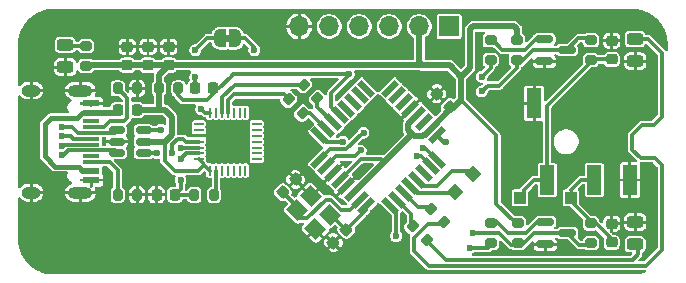
<source format=gbr>
%TF.GenerationSoftware,KiCad,Pcbnew,9.0.0*%
%TF.CreationDate,2025-06-05T15:48:38-04:00*%
%TF.ProjectId,microkfd,6d696372-6f6b-4666-942e-6b696361645f,B*%
%TF.SameCoordinates,Original*%
%TF.FileFunction,Copper,L1,Top*%
%TF.FilePolarity,Positive*%
%FSLAX46Y46*%
G04 Gerber Fmt 4.6, Leading zero omitted, Abs format (unit mm)*
G04 Created by KiCad (PCBNEW 9.0.0) date 2025-06-05 15:48:38*
%MOMM*%
%LPD*%
G01*
G04 APERTURE LIST*
G04 Aperture macros list*
%AMRoundRect*
0 Rectangle with rounded corners*
0 $1 Rounding radius*
0 $2 $3 $4 $5 $6 $7 $8 $9 X,Y pos of 4 corners*
0 Add a 4 corners polygon primitive as box body*
4,1,4,$2,$3,$4,$5,$6,$7,$8,$9,$2,$3,0*
0 Add four circle primitives for the rounded corners*
1,1,$1+$1,$2,$3*
1,1,$1+$1,$4,$5*
1,1,$1+$1,$6,$7*
1,1,$1+$1,$8,$9*
0 Add four rect primitives between the rounded corners*
20,1,$1+$1,$2,$3,$4,$5,0*
20,1,$1+$1,$4,$5,$6,$7,0*
20,1,$1+$1,$6,$7,$8,$9,0*
20,1,$1+$1,$8,$9,$2,$3,0*%
%AMRotRect*
0 Rectangle, with rotation*
0 The origin of the aperture is its center*
0 $1 length*
0 $2 width*
0 $3 Rotation angle, in degrees counterclockwise*
0 Add horizontal line*
21,1,$1,$2,0,0,$3*%
%AMFreePoly0*
4,1,23,0.500000,-0.750000,0.000000,-0.750000,0.000000,-0.745722,-0.065263,-0.745722,-0.191342,-0.711940,-0.304381,-0.646677,-0.396677,-0.554381,-0.461940,-0.441342,-0.495722,-0.315263,-0.495722,-0.250000,-0.500000,-0.250000,-0.500000,0.250000,-0.495722,0.250000,-0.495722,0.315263,-0.461940,0.441342,-0.396677,0.554381,-0.304381,0.646677,-0.191342,0.711940,-0.065263,0.745722,0.000000,0.745722,
0.000000,0.750000,0.500000,0.750000,0.500000,-0.750000,0.500000,-0.750000,$1*%
%AMFreePoly1*
4,1,23,0.000000,0.745722,0.065263,0.745722,0.191342,0.711940,0.304381,0.646677,0.396677,0.554381,0.461940,0.441342,0.495722,0.315263,0.495722,0.250000,0.500000,0.250000,0.500000,-0.250000,0.495722,-0.250000,0.495722,-0.315263,0.461940,-0.441342,0.396677,-0.554381,0.304381,-0.646677,0.191342,-0.711940,0.065263,-0.745722,0.000000,-0.745722,0.000000,-0.750000,-0.500000,-0.750000,
-0.500000,0.750000,0.000000,0.750000,0.000000,0.745722,0.000000,0.745722,$1*%
G04 Aperture macros list end*
%TA.AperFunction,EtchedComponent*%
%ADD10C,0.000000*%
%TD*%
%TA.AperFunction,SMDPad,CuDef*%
%ADD11RoundRect,0.243750X0.456250X-0.243750X0.456250X0.243750X-0.456250X0.243750X-0.456250X-0.243750X0*%
%TD*%
%TA.AperFunction,SMDPad,CuDef*%
%ADD12RoundRect,0.243750X-0.456250X0.243750X-0.456250X-0.243750X0.456250X-0.243750X0.456250X0.243750X0*%
%TD*%
%TA.AperFunction,SMDPad,CuDef*%
%ADD13RoundRect,0.200000X-0.335876X-0.053033X-0.053033X-0.335876X0.335876X0.053033X0.053033X0.335876X0*%
%TD*%
%TA.AperFunction,SMDPad,CuDef*%
%ADD14RoundRect,0.200000X-0.275000X0.200000X-0.275000X-0.200000X0.275000X-0.200000X0.275000X0.200000X0*%
%TD*%
%TA.AperFunction,SMDPad,CuDef*%
%ADD15RoundRect,0.200000X0.275000X-0.200000X0.275000X0.200000X-0.275000X0.200000X-0.275000X-0.200000X0*%
%TD*%
%TA.AperFunction,SMDPad,CuDef*%
%ADD16RoundRect,0.200000X0.200000X0.275000X-0.200000X0.275000X-0.200000X-0.275000X0.200000X-0.275000X0*%
%TD*%
%TA.AperFunction,SMDPad,CuDef*%
%ADD17RoundRect,0.200000X0.335876X0.053033X0.053033X0.335876X-0.335876X-0.053033X-0.053033X-0.335876X0*%
%TD*%
%TA.AperFunction,SMDPad,CuDef*%
%ADD18FreePoly0,180.000000*%
%TD*%
%TA.AperFunction,SMDPad,CuDef*%
%ADD19FreePoly1,180.000000*%
%TD*%
%TA.AperFunction,SMDPad,CuDef*%
%ADD20RoundRect,0.225000X-0.225000X-0.250000X0.225000X-0.250000X0.225000X0.250000X-0.225000X0.250000X0*%
%TD*%
%TA.AperFunction,SMDPad,CuDef*%
%ADD21RoundRect,0.225000X-0.017678X0.335876X-0.335876X0.017678X0.017678X-0.335876X0.335876X-0.017678X0*%
%TD*%
%TA.AperFunction,SMDPad,CuDef*%
%ADD22RoundRect,0.225000X0.017678X-0.335876X0.335876X-0.017678X-0.017678X0.335876X-0.335876X0.017678X0*%
%TD*%
%TA.AperFunction,SMDPad,CuDef*%
%ADD23RoundRect,0.225000X-0.250000X0.225000X-0.250000X-0.225000X0.250000X-0.225000X0.250000X0.225000X0*%
%TD*%
%TA.AperFunction,SMDPad,CuDef*%
%ADD24RoundRect,0.225000X-0.335876X-0.017678X-0.017678X-0.335876X0.335876X0.017678X0.017678X0.335876X0*%
%TD*%
%TA.AperFunction,SMDPad,CuDef*%
%ADD25RoundRect,0.225000X0.225000X0.250000X-0.225000X0.250000X-0.225000X-0.250000X0.225000X-0.250000X0*%
%TD*%
%TA.AperFunction,SMDPad,CuDef*%
%ADD26RoundRect,0.225000X0.250000X-0.225000X0.250000X0.225000X-0.250000X0.225000X-0.250000X-0.225000X0*%
%TD*%
%TA.AperFunction,SMDPad,CuDef*%
%ADD27RoundRect,0.150000X-0.512500X-0.150000X0.512500X-0.150000X0.512500X0.150000X-0.512500X0.150000X0*%
%TD*%
%TA.AperFunction,SMDPad,CuDef*%
%ADD28RoundRect,0.062500X-0.337500X-0.062500X0.337500X-0.062500X0.337500X0.062500X-0.337500X0.062500X0*%
%TD*%
%TA.AperFunction,SMDPad,CuDef*%
%ADD29RoundRect,0.062500X-0.062500X-0.337500X0.062500X-0.337500X0.062500X0.337500X-0.062500X0.337500X0*%
%TD*%
%TA.AperFunction,HeatsinkPad*%
%ADD30R,3.350000X3.350000*%
%TD*%
%TA.AperFunction,SMDPad,CuDef*%
%ADD31RoundRect,0.218750X-0.218750X-0.256250X0.218750X-0.256250X0.218750X0.256250X-0.218750X0.256250X0*%
%TD*%
%TA.AperFunction,SMDPad,CuDef*%
%ADD32RoundRect,0.218750X-0.256250X0.218750X-0.256250X-0.218750X0.256250X-0.218750X0.256250X0.218750X0*%
%TD*%
%TA.AperFunction,SMDPad,CuDef*%
%ADD33R,1.200000X2.500000*%
%TD*%
%TA.AperFunction,ComponentPad*%
%ADD34O,1.600000X1.000000*%
%TD*%
%TA.AperFunction,ComponentPad*%
%ADD35O,2.100000X1.000000*%
%TD*%
%TA.AperFunction,SMDPad,CuDef*%
%ADD36R,1.450000X0.600000*%
%TD*%
%TA.AperFunction,SMDPad,CuDef*%
%ADD37R,1.450000X0.300000*%
%TD*%
%TA.AperFunction,ComponentPad*%
%ADD38O,1.700000X1.700000*%
%TD*%
%TA.AperFunction,ComponentPad*%
%ADD39R,1.700000X1.700000*%
%TD*%
%TA.AperFunction,SMDPad,CuDef*%
%ADD40RotRect,1.000000X1.000000X45.000000*%
%TD*%
%TA.AperFunction,SMDPad,CuDef*%
%ADD41RotRect,1.000000X1.000000X315.000000*%
%TD*%
%TA.AperFunction,SMDPad,CuDef*%
%ADD42R,1.000000X1.000000*%
%TD*%
%TA.AperFunction,SMDPad,CuDef*%
%ADD43RotRect,1.400000X1.200000X135.000000*%
%TD*%
%TA.AperFunction,SMDPad,CuDef*%
%ADD44RoundRect,0.150000X-0.587500X-0.150000X0.587500X-0.150000X0.587500X0.150000X-0.587500X0.150000X0*%
%TD*%
%TA.AperFunction,SMDPad,CuDef*%
%ADD45RotRect,1.600000X0.550000X45.000000*%
%TD*%
%TA.AperFunction,SMDPad,CuDef*%
%ADD46RotRect,1.600000X0.550000X135.000000*%
%TD*%
%TA.AperFunction,ViaPad*%
%ADD47C,0.600000*%
%TD*%
%TA.AperFunction,Conductor*%
%ADD48C,0.300000*%
%TD*%
%TA.AperFunction,Conductor*%
%ADD49C,0.500000*%
%TD*%
%TA.AperFunction,Conductor*%
%ADD50C,0.400000*%
%TD*%
%TA.AperFunction,Conductor*%
%ADD51C,0.250000*%
%TD*%
G04 APERTURE END LIST*
D10*
%TA.AperFunction,EtchedComponent*%
%TO.C,JP1*%
G36*
X111500000Y-91550000D02*
G01*
X111000000Y-91550000D01*
X111000000Y-90950000D01*
X111500000Y-90950000D01*
X111500000Y-91550000D01*
G37*
%TD.AperFunction*%
%TD*%
D11*
%TO.P,D3,1,K*%
%TO.N,GND*%
X97500000Y-93687500D03*
%TO.P,D3,2,A*%
%TO.N,Net-(D3-A)*%
X97500000Y-91812500D03*
%TD*%
%TO.P,D2,1,K*%
%TO.N,GND*%
X145750000Y-93187500D03*
%TO.P,D2,2,A*%
%TO.N,Net-(D2-A)*%
X145750000Y-91312500D03*
%TD*%
D12*
%TO.P,D1,1,K*%
%TO.N,GND*%
X145750000Y-106812500D03*
%TO.P,D1,2,A*%
%TO.N,Net-(D1-A)*%
X145750000Y-108687500D03*
%TD*%
D13*
%TO.P,R7,1*%
%TO.N,S_RX*%
X116416637Y-96416637D03*
%TO.P,R7,2*%
%TO.N,Net-(U2-PD1)*%
X117583363Y-97583363D03*
%TD*%
%TO.P,R6,1*%
%TO.N,S_TX*%
X117666637Y-95166637D03*
%TO.P,R6,2*%
%TO.N,Net-(U2-PD0)*%
X118833363Y-96333363D03*
%TD*%
D14*
%TO.P,R18,1*%
%TO.N,KFD_SENSE*%
X142000000Y-106925000D03*
%TO.P,R18,2*%
%TO.N,TWI_S_RX*%
X142000000Y-108575000D03*
%TD*%
D15*
%TO.P,R17,1*%
%TO.N,KFD_DATA*%
X142000000Y-93075000D03*
%TO.P,R17,2*%
%TO.N,TWI_D_RX*%
X142000000Y-91425000D03*
%TD*%
D16*
%TO.P,R16,1*%
%TO.N,Net-(U3-~{RST})*%
X110075000Y-104500000D03*
%TO.P,R16,2*%
%TO.N,Net-(U3-VDD)*%
X108425000Y-104500000D03*
%TD*%
D15*
%TO.P,R15,1*%
%TO.N,TWI_S_RX*%
X135812500Y-108575000D03*
%TO.P,R15,2*%
%TO.N,+5V*%
X135812500Y-106925000D03*
%TD*%
%TO.P,R14,1*%
%TO.N,TWI_D_RX*%
X135750000Y-93075000D03*
%TO.P,R14,2*%
%TO.N,+5V*%
X135750000Y-91425000D03*
%TD*%
D14*
%TO.P,R13,1*%
%TO.N,Net-(Q2-B)*%
X133562500Y-106925000D03*
%TO.P,R13,2*%
%TO.N,TWI_S_TX*%
X133562500Y-108575000D03*
%TD*%
%TO.P,R12,1*%
%TO.N,Net-(Q1-B)*%
X133500000Y-91425000D03*
%TO.P,R12,2*%
%TO.N,TWI_D_TX*%
X133500000Y-93075000D03*
%TD*%
D16*
%TO.P,R11,1*%
%TO.N,~{RESET}*%
X107075000Y-95500000D03*
%TO.P,R11,2*%
%TO.N,+5V*%
X105425000Y-95500000D03*
%TD*%
%TO.P,R10,1*%
%TO.N,GND*%
X103575000Y-104500000D03*
%TO.P,R10,2*%
%TO.N,Net-(J1-CC2)*%
X101925000Y-104500000D03*
%TD*%
D17*
%TO.P,R9,1*%
%TO.N,Net-(D2-A)*%
X129583363Y-106833363D03*
%TO.P,R9,2*%
%TO.N,Net-(U2-PD7)*%
X128416637Y-105666637D03*
%TD*%
%TO.P,R8,1*%
%TO.N,Net-(D1-A)*%
X128083363Y-108333363D03*
%TO.P,R8,2*%
%TO.N,Net-(U2-PD6)*%
X126916637Y-107166637D03*
%TD*%
D16*
%TO.P,R5,1*%
%TO.N,GND*%
X103575000Y-95500000D03*
%TO.P,R5,2*%
%TO.N,Net-(J1-CC1)*%
X101925000Y-95500000D03*
%TD*%
D14*
%TO.P,R4,1*%
%TO.N,Net-(D3-A)*%
X99250000Y-91925000D03*
%TO.P,R4,2*%
%TO.N,+5V*%
X99250000Y-93575000D03*
%TD*%
D18*
%TO.P,JP1,1,A*%
%TO.N,Net-(JP1-A)*%
X111900000Y-91250000D03*
D19*
%TO.P,JP1,2,B*%
%TO.N,Net-(JP1-B)*%
X110600000Y-91250000D03*
%TD*%
D20*
%TO.P,C9,1*%
%TO.N,Net-(JP1-B)*%
X108475000Y-95500000D03*
%TO.P,C9,2*%
%TO.N,~{RESET}*%
X110025000Y-95500000D03*
%TD*%
D21*
%TO.P,C8,1*%
%TO.N,GND*%
X116998008Y-103201992D03*
%TO.P,C8,2*%
%TO.N,Net-(U2-XTAL1{slash}PB6)*%
X115901992Y-104298008D03*
%TD*%
D22*
%TO.P,C7,1*%
%TO.N,GND*%
X120201992Y-108548008D03*
%TO.P,C7,2*%
%TO.N,Net-(U2-XTAL2{slash}PB7)*%
X121298008Y-107451992D03*
%TD*%
D23*
%TO.P,C6,1*%
%TO.N,GND*%
X104500000Y-91975000D03*
%TO.P,C6,2*%
%TO.N,+5V*%
X104500000Y-93525000D03*
%TD*%
D24*
%TO.P,C5,1*%
%TO.N,GND*%
X128951992Y-95951992D03*
%TO.P,C5,2*%
%TO.N,+5V*%
X130048008Y-97048008D03*
%TD*%
D25*
%TO.P,C3,1*%
%TO.N,Net-(U3-VDD)*%
X106775000Y-104500000D03*
%TO.P,C3,2*%
%TO.N,GND*%
X105225000Y-104500000D03*
%TD*%
D26*
%TO.P,C2,1*%
%TO.N,+5V*%
X102750000Y-93525000D03*
%TO.P,C2,2*%
%TO.N,GND*%
X102750000Y-91975000D03*
%TD*%
%TO.P,C1,1*%
%TO.N,+5V*%
X106250000Y-93525000D03*
%TO.P,C1,2*%
%TO.N,GND*%
X106250000Y-91975000D03*
%TD*%
D27*
%TO.P,U1,1,I/O1*%
%TO.N,/IN_D-*%
X101862500Y-99050000D03*
%TO.P,U1,2,GND*%
%TO.N,GND*%
X101862500Y-100000000D03*
%TO.P,U1,3,I/O2*%
%TO.N,/IN_D+*%
X101862500Y-100950000D03*
%TO.P,U1,4,I/O2*%
%TO.N,/OUT_D+*%
X104137500Y-100950000D03*
%TO.P,U1,5,VBUS*%
%TO.N,+5V*%
X104137500Y-100000000D03*
%TO.P,U1,6,I/O1*%
%TO.N,/OUT_D-*%
X104137500Y-99050000D03*
%TD*%
D28*
%TO.P,U3,1,~{DCD}*%
%TO.N,unconnected-(U3-~{DCD}-Pad1)*%
X108800000Y-98500000D03*
%TO.P,U3,2,~{RI}/CLK*%
%TO.N,unconnected-(U3-~{RI}{slash}CLK-Pad2)*%
X108800000Y-99000000D03*
%TO.P,U3,3,GND*%
%TO.N,GND*%
X108800000Y-99500000D03*
%TO.P,U3,4,D+*%
%TO.N,/OUT_D+*%
X108800000Y-100000000D03*
%TO.P,U3,5,D-*%
%TO.N,/OUT_D-*%
X108800000Y-100500000D03*
%TO.P,U3,6,VDD*%
%TO.N,Net-(U3-VDD)*%
X108800000Y-101000000D03*
%TO.P,U3,7,VREGIN*%
%TO.N,+5V*%
X108800000Y-101500000D03*
D29*
%TO.P,U3,8,VBUS*%
X109750000Y-102450000D03*
%TO.P,U3,9,~{RST}*%
%TO.N,Net-(U3-~{RST})*%
X110250000Y-102450000D03*
%TO.P,U3,10,NC*%
%TO.N,unconnected-(U3-NC-Pad10)*%
X110750000Y-102450000D03*
%TO.P,U3,11,~{SUSPEND}*%
%TO.N,unconnected-(U3-~{SUSPEND}-Pad11)*%
X111250000Y-102450000D03*
%TO.P,U3,12,SUSPEND*%
%TO.N,unconnected-(U3-SUSPEND-Pad12)*%
X111750000Y-102450000D03*
%TO.P,U3,13,CHREN*%
%TO.N,unconnected-(U3-CHREN-Pad13)*%
X112250000Y-102450000D03*
%TO.P,U3,14,CHR1*%
%TO.N,unconnected-(U3-CHR1-Pad14)*%
X112750000Y-102450000D03*
D28*
%TO.P,U3,15,CHR0*%
%TO.N,unconnected-(U3-CHR0-Pad15)*%
X113700000Y-101500000D03*
%TO.P,U3,16,~{WAKEUP}/GPIO.3*%
%TO.N,unconnected-(U3-~{WAKEUP}{slash}GPIO.3-Pad16)*%
X113700000Y-101000000D03*
%TO.P,U3,17,RS485/GPIO.2*%
%TO.N,unconnected-(U3-RS485{slash}GPIO.2-Pad17)*%
X113700000Y-100500000D03*
%TO.P,U3,18,~{RXT}/GPIO.1*%
%TO.N,unconnected-(U3-~{RXT}{slash}GPIO.1-Pad18)*%
X113700000Y-100000000D03*
%TO.P,U3,19,~{TXT}/GPIO.0*%
%TO.N,unconnected-(U3-~{TXT}{slash}GPIO.0-Pad19)*%
X113700000Y-99500000D03*
%TO.P,U3,20,GPIO.6*%
%TO.N,unconnected-(U3-GPIO.6-Pad20)*%
X113700000Y-99000000D03*
%TO.P,U3,21,GPIO.5*%
%TO.N,unconnected-(U3-GPIO.5-Pad21)*%
X113700000Y-98500000D03*
D29*
%TO.P,U3,22,GPIO.4*%
%TO.N,unconnected-(U3-GPIO.4-Pad22)*%
X112750000Y-97550000D03*
%TO.P,U3,23,~{CTS}*%
%TO.N,unconnected-(U3-~{CTS}-Pad23)*%
X112250000Y-97550000D03*
%TO.P,U3,24,~{RTS}*%
%TO.N,unconnected-(U3-~{RTS}-Pad24)*%
X111750000Y-97550000D03*
%TO.P,U3,25,RXD*%
%TO.N,S_RX*%
X111250000Y-97550000D03*
%TO.P,U3,26,TXD*%
%TO.N,S_TX*%
X110750000Y-97550000D03*
%TO.P,U3,27,~{DSR}*%
%TO.N,unconnected-(U3-~{DSR}-Pad27)*%
X110250000Y-97550000D03*
%TO.P,U3,28,~{DTR}*%
%TO.N,Net-(JP1-A)*%
X109750000Y-97550000D03*
D30*
%TO.P,U3,29,GND*%
%TO.N,GND*%
X111250000Y-100000000D03*
%TD*%
D31*
%TO.P,F1,1*%
%TO.N,Net-(F1-Pad1)*%
X101962500Y-97300000D03*
%TO.P,F1,2*%
%TO.N,+5V*%
X103537500Y-97300000D03*
%TD*%
D32*
%TO.P,D5,1,A1*%
%TO.N,GND*%
X143750000Y-106962500D03*
%TO.P,D5,2,A2*%
%TO.N,KFD_SENSE*%
X143750000Y-108537500D03*
%TD*%
%TO.P,D4,1,A1*%
%TO.N,GND*%
X143750000Y-91462500D03*
%TO.P,D4,2,A2*%
%TO.N,KFD_DATA*%
X143750000Y-93037500D03*
%TD*%
D33*
%TO.P,J3,R1*%
%TO.N,KFD_SENSE*%
X142300000Y-103250000D03*
%TO.P,J3,R2*%
%TO.N,GND*%
X145300000Y-103250000D03*
%TO.P,J3,S*%
X137200000Y-96750000D03*
%TO.P,J3,T*%
%TO.N,KFD_DATA*%
X138300000Y-103250000D03*
%TD*%
D34*
%TO.P,J1,S1,SHIELD*%
%TO.N,GND*%
X94600000Y-104320000D03*
D35*
X98780000Y-104320000D03*
D34*
X94600000Y-95680000D03*
D35*
X98780000Y-95680000D03*
D36*
%TO.P,J1,B12,GND*%
X99695000Y-96750000D03*
%TO.P,J1,B9,VBUS*%
%TO.N,Net-(F1-Pad1)*%
X99695000Y-97550000D03*
D37*
%TO.P,J1,B8,SBU2*%
%TO.N,unconnected-(J1-SBU2-PadB8)*%
X99695000Y-98250000D03*
%TO.P,J1,B7,D-*%
%TO.N,/IN_D-*%
X99695000Y-99250000D03*
%TO.P,J1,B6,D+*%
%TO.N,/IN_D+*%
X99695000Y-100750000D03*
%TO.P,J1,B5,CC2*%
%TO.N,Net-(J1-CC2)*%
X99695000Y-101750000D03*
D36*
%TO.P,J1,B4,VBUS*%
%TO.N,Net-(F1-Pad1)*%
X99695000Y-102450000D03*
%TO.P,J1,B1,GND*%
%TO.N,GND*%
X99695000Y-103250000D03*
%TO.P,J1,A12,GND*%
X99695000Y-103250000D03*
%TO.P,J1,A9,VBUS*%
%TO.N,Net-(F1-Pad1)*%
X99695000Y-102450000D03*
D37*
%TO.P,J1,A8,SBU1*%
%TO.N,unconnected-(J1-SBU1-PadA8)*%
X99695000Y-101250000D03*
%TO.P,J1,A7,D-*%
%TO.N,/IN_D-*%
X99695000Y-100250000D03*
%TO.P,J1,A6,D+*%
%TO.N,/IN_D+*%
X99695000Y-99750000D03*
%TO.P,J1,A5,CC1*%
%TO.N,Net-(J1-CC1)*%
X99695000Y-98750000D03*
D36*
%TO.P,J1,A4,VBUS*%
%TO.N,Net-(F1-Pad1)*%
X99695000Y-97550000D03*
%TO.P,J1,A1,GND*%
%TO.N,GND*%
X99695000Y-96750000D03*
%TD*%
D38*
%TO.P,J2,6,GND*%
%TO.N,GND*%
X117300000Y-90250000D03*
%TO.P,J2,5,~{RST}*%
%TO.N,~{RESET}*%
X119840000Y-90250000D03*
%TO.P,J2,4,MOSI*%
%TO.N,MOSI*%
X122380000Y-90250000D03*
%TO.P,J2,3,SCK*%
%TO.N,SCK*%
X124920000Y-90250000D03*
%TO.P,J2,2,VCC*%
%TO.N,+5V*%
X127460000Y-90250000D03*
D39*
%TO.P,J2,1,MISO*%
%TO.N,MISO*%
X130000000Y-90250000D03*
%TD*%
D40*
%TO.P,TP1,1,1*%
%TO.N,GPIO1*%
X130500000Y-104250000D03*
%TD*%
D41*
%TO.P,TP2,1,1*%
%TO.N,GPIO2*%
X132000000Y-102750000D03*
%TD*%
D42*
%TO.P,TP3,1,1*%
%TO.N,KFD_DATA*%
X136000000Y-104750000D03*
%TD*%
%TO.P,TP4,1,1*%
%TO.N,KFD_SENSE*%
X140300000Y-104750000D03*
%TD*%
D43*
%TO.P,Y1,4,4*%
%TO.N,GND*%
X118676777Y-107378858D03*
%TO.P,Y1,3,3*%
%TO.N,Net-(U2-XTAL1{slash}PB6)*%
X117121142Y-105823223D03*
%TO.P,Y1,2,2*%
%TO.N,GND*%
X118323223Y-104621142D03*
%TO.P,Y1,1,1*%
%TO.N,Net-(U2-XTAL2{slash}PB7)*%
X119878858Y-106176777D03*
%TD*%
D44*
%TO.P,Q2,1,B*%
%TO.N,Net-(Q2-B)*%
X138125000Y-106800000D03*
%TO.P,Q2,2,E*%
%TO.N,GND*%
X138125000Y-108700000D03*
%TO.P,Q2,3,C*%
%TO.N,TWI_S_RX*%
X140000000Y-107750000D03*
%TD*%
D45*
%TO.P,U2,1,PD3*%
%TO.N,TWI_D_RX*%
X119014897Y-101525305D03*
%TO.P,U2,2,PD4*%
%TO.N,TWI_S_TX*%
X119580583Y-102090990D03*
%TO.P,U2,3,GND*%
%TO.N,GND*%
X120146268Y-102656676D03*
%TO.P,U2,4,VCC*%
%TO.N,+5V*%
X120711953Y-103222361D03*
%TO.P,U2,5,GND*%
%TO.N,GND*%
X121277639Y-103788047D03*
%TO.P,U2,6,VCC*%
%TO.N,+5V*%
X121843324Y-104353732D03*
%TO.P,U2,7,XTAL1/PB6*%
%TO.N,Net-(U2-XTAL1{slash}PB6)*%
X122409010Y-104919417D03*
%TO.P,U2,8,XTAL2/PB7*%
%TO.N,Net-(U2-XTAL2{slash}PB7)*%
X122974695Y-105485103D03*
D46*
%TO.P,U2,9,PD5*%
%TO.N,TWI_D_TX*%
X125025305Y-105485103D03*
%TO.P,U2,10,PD6*%
%TO.N,Net-(U2-PD6)*%
X125590990Y-104919417D03*
%TO.P,U2,11,PD7*%
%TO.N,Net-(U2-PD7)*%
X126156676Y-104353732D03*
%TO.P,U2,12,PB0*%
%TO.N,GPIO1*%
X126722361Y-103788047D03*
%TO.P,U2,13,PB1*%
%TO.N,GPIO2*%
X127288047Y-103222361D03*
%TO.P,U2,14,PB2*%
%TO.N,unconnected-(U2-PB2-Pad14)*%
X127853732Y-102656676D03*
%TO.P,U2,15,PB3*%
%TO.N,MOSI*%
X128419417Y-102090990D03*
%TO.P,U2,16,PB4*%
%TO.N,MISO*%
X128985103Y-101525305D03*
D45*
%TO.P,U2,17,PB5*%
%TO.N,SCK*%
X128985103Y-99474695D03*
%TO.P,U2,18,AVCC*%
%TO.N,+5V*%
X128419417Y-98909010D03*
%TO.P,U2,19,ADC6*%
%TO.N,unconnected-(U2-ADC6-Pad19)*%
X127853732Y-98343324D03*
%TO.P,U2,20,AREF*%
%TO.N,+5V*%
X127288047Y-97777639D03*
%TO.P,U2,21,GND*%
%TO.N,GND*%
X126722361Y-97211953D03*
%TO.P,U2,22,ADC7*%
%TO.N,unconnected-(U2-ADC7-Pad22)*%
X126156676Y-96646268D03*
%TO.P,U2,23,PC0*%
%TO.N,unconnected-(U2-PC0-Pad23)*%
X125590990Y-96080583D03*
%TO.P,U2,24,PC1*%
%TO.N,unconnected-(U2-PC1-Pad24)*%
X125025305Y-95514897D03*
D46*
%TO.P,U2,25,PC2*%
%TO.N,unconnected-(U2-PC2-Pad25)*%
X122974695Y-95514897D03*
%TO.P,U2,26,PC3*%
%TO.N,unconnected-(U2-PC3-Pad26)*%
X122409010Y-96080583D03*
%TO.P,U2,27,PC4*%
%TO.N,unconnected-(U2-PC4-Pad27)*%
X121843324Y-96646268D03*
%TO.P,U2,28,PC5*%
%TO.N,unconnected-(U2-PC5-Pad28)*%
X121277639Y-97211953D03*
%TO.P,U2,29,~{RESET}/PC6*%
%TO.N,~{RESET}*%
X120711953Y-97777639D03*
%TO.P,U2,30,PD0*%
%TO.N,Net-(U2-PD0)*%
X120146268Y-98343324D03*
%TO.P,U2,31,PD1*%
%TO.N,Net-(U2-PD1)*%
X119580583Y-98909010D03*
%TO.P,U2,32,PD2*%
%TO.N,TWI_S_RX*%
X119014897Y-99474695D03*
%TD*%
D44*
%TO.P,Q1,1,B*%
%TO.N,Net-(Q1-B)*%
X138062500Y-91300000D03*
%TO.P,Q1,2,E*%
%TO.N,GND*%
X138062500Y-93200000D03*
%TO.P,Q1,3,C*%
%TO.N,TWI_D_RX*%
X139937500Y-92250000D03*
%TD*%
D47*
%TO.N,GND*%
X123250000Y-94500000D03*
X121750000Y-98750000D03*
X122500000Y-98000000D03*
X123250000Y-97250000D03*
X124750000Y-106500000D03*
X124000000Y-107250000D03*
X123250000Y-106500000D03*
X124000000Y-105750000D03*
X117250000Y-100500000D03*
X118000000Y-101250000D03*
X118000000Y-99750000D03*
X118750000Y-100500000D03*
X146500000Y-89750000D03*
X134500000Y-89500000D03*
X136500000Y-89500000D03*
X137500000Y-89500000D03*
X138500000Y-89500000D03*
X132500000Y-89500000D03*
X135500000Y-89500000D03*
X133500000Y-89500000D03*
X142500000Y-89500000D03*
X139500000Y-89500000D03*
X140500000Y-89500000D03*
X143500000Y-89500000D03*
X141500000Y-89500000D03*
X144500000Y-89500000D03*
X145500000Y-89500000D03*
X114500000Y-89500000D03*
X113500000Y-89500000D03*
X112500000Y-89500000D03*
X111500000Y-89500000D03*
X110500000Y-89500000D03*
X109500000Y-89500000D03*
X108500000Y-89500000D03*
X107500000Y-89500000D03*
X106500000Y-89500000D03*
X105500000Y-89500000D03*
X104500000Y-89500000D03*
X103500000Y-89500000D03*
X102500000Y-89500000D03*
X101500000Y-89500000D03*
X100500000Y-89500000D03*
X99500000Y-89500000D03*
X98500000Y-89500000D03*
X97500000Y-89500000D03*
X96500000Y-89500000D03*
X95500000Y-89750000D03*
X94750000Y-90500000D03*
X94250000Y-91500000D03*
X94250000Y-92500000D03*
X94250000Y-93500000D03*
X94250000Y-94500000D03*
X126500000Y-110500000D03*
X125500000Y-110500000D03*
X124500000Y-110500000D03*
X123500000Y-110500000D03*
X122500000Y-110500000D03*
X121500000Y-110500000D03*
X120500000Y-110500000D03*
X119500000Y-110500000D03*
X118500000Y-110500000D03*
X117500000Y-110500000D03*
X116500000Y-110500000D03*
X115500000Y-110500000D03*
X114500000Y-110500000D03*
X113500000Y-110500000D03*
X112500000Y-110500000D03*
X111500000Y-110500000D03*
X110500000Y-110500000D03*
X109500000Y-110500000D03*
X108500000Y-110500000D03*
X107500000Y-110500000D03*
X106500000Y-110500000D03*
X105500000Y-110500000D03*
X104500000Y-110500000D03*
X103500000Y-110500000D03*
X102500000Y-110500000D03*
X101500000Y-110500000D03*
X100500000Y-110500000D03*
X99500000Y-110500000D03*
X98500000Y-110500000D03*
X97500000Y-110500000D03*
X96500000Y-110500000D03*
X95500000Y-110250000D03*
X94750000Y-109500000D03*
X94250000Y-108500000D03*
X94250000Y-107500000D03*
X94250000Y-106500000D03*
X94250000Y-105500000D03*
X95000000Y-96750000D03*
X95000000Y-103250000D03*
X94250000Y-102500000D03*
X94250000Y-101500000D03*
X94250000Y-97500000D03*
X94250000Y-98500000D03*
X94250000Y-99500000D03*
X94250000Y-100500000D03*
%TO.N,/OUT_D+*%
X105250000Y-101000000D03*
X106550000Y-101000000D03*
%TO.N,Net-(JP1-A)*%
X113500000Y-92250000D03*
X109000000Y-97250000D03*
%TO.N,Net-(JP1-B)*%
X108500000Y-94500000D03*
X108500000Y-92250000D03*
%TO.N,Net-(U3-VDD)*%
X107250000Y-103250000D03*
X107250000Y-101500000D03*
%TO.N,/OUT_D-*%
X107250000Y-100500000D03*
X105600000Y-99000000D03*
%TO.N,/IN_D+*%
X97186171Y-99549000D03*
X97200000Y-101148887D03*
%TO.N,/IN_D-*%
X97201268Y-98749140D03*
X97200000Y-100348884D03*
%TO.N,~{RESET}*%
X121500000Y-94292393D03*
%TO.N,TWI_D_RX*%
X132750000Y-95750000D03*
X122750000Y-99250000D03*
%TO.N,TWI_S_RX*%
X121000000Y-100000000D03*
X132000000Y-107750000D03*
%TO.N,MISO*%
X127750000Y-100500000D03*
%TO.N,SCK*%
X129750000Y-100000000D03*
%TO.N,MOSI*%
X127250000Y-101250000D03*
%TO.N,TWI_D_TX*%
X132750000Y-94500000D03*
X125500000Y-108000000D03*
%TO.N,TWI_S_TX*%
X122500000Y-100750000D03*
X131750000Y-109000000D03*
%TD*%
D48*
%TO.N,KFD_DATA*%
X142037500Y-93037500D02*
X142000000Y-93075000D01*
X143750000Y-93037500D02*
X142037500Y-93037500D01*
%TO.N,Net-(D2-A)*%
X146837500Y-91312500D02*
X146000000Y-91312500D01*
X148000000Y-92475000D02*
X146837500Y-91312500D01*
%TO.N,KFD_SENSE*%
X142387500Y-106925000D02*
X144000000Y-108537500D01*
X142312500Y-106925000D02*
X142387500Y-106925000D01*
%TO.N,Net-(D1-A)*%
X146000000Y-109525000D02*
X146000000Y-108687500D01*
X145525000Y-110000000D02*
X146000000Y-109525000D01*
%TO.N,KFD_DATA*%
X136300000Y-104450000D02*
X136000000Y-104750000D01*
X136300000Y-104100000D02*
X136300000Y-104450000D01*
%TO.N,+5V*%
X135500000Y-106750000D02*
X135812500Y-106750000D01*
X134000000Y-99467246D02*
X134000000Y-105250000D01*
X134000000Y-105250000D02*
X135500000Y-106750000D01*
X131000000Y-96467246D02*
X134000000Y-99467246D01*
D49*
X131750000Y-93750000D02*
X131000000Y-94500000D01*
X131750000Y-90500000D02*
X131750000Y-93750000D01*
X135750000Y-90500000D02*
X135500000Y-90250000D01*
X132000000Y-90250000D02*
X131750000Y-90500000D01*
X135750000Y-91250000D02*
X135750000Y-90500000D01*
X135500000Y-90250000D02*
X132000000Y-90250000D01*
D48*
%TO.N,~{RESET}*%
X110025000Y-95975000D02*
X110025000Y-95500000D01*
X109500000Y-96500000D02*
X110025000Y-95975000D01*
X107500000Y-96500000D02*
X109500000Y-96500000D01*
X107075000Y-96075000D02*
X107500000Y-96500000D01*
X107075000Y-95500000D02*
X107075000Y-96075000D01*
%TO.N,/OUT_D+*%
X105250000Y-101000000D02*
X104187500Y-101000000D01*
X106550000Y-100200000D02*
X106550000Y-101000000D01*
X107000000Y-99750000D02*
X106550000Y-100200000D01*
X104187500Y-101000000D02*
X104137500Y-100950000D01*
%TO.N,+5V*%
X105900000Y-101650000D02*
X105900000Y-100000000D01*
X108750000Y-102500000D02*
X106750000Y-102500000D01*
X106750000Y-102500000D02*
X105900000Y-101650000D01*
X109275000Y-101975000D02*
X109750000Y-102450000D01*
X109275000Y-101975000D02*
X108750000Y-102500000D01*
D49*
X105425000Y-94350000D02*
X106250000Y-93525000D01*
X105425000Y-95500000D02*
X105425000Y-94350000D01*
X105425000Y-97225000D02*
X105500000Y-97300000D01*
X105500000Y-97300000D02*
X105900000Y-97300000D01*
X105425000Y-95500000D02*
X105425000Y-97225000D01*
D48*
%TO.N,Net-(JP1-A)*%
X112750000Y-91250000D02*
X111900000Y-91250000D01*
X113500000Y-92000000D02*
X112750000Y-91250000D01*
X113500000Y-92250000D02*
X113500000Y-92000000D01*
X109300000Y-97550000D02*
X109000000Y-97250000D01*
X109750000Y-97550000D02*
X109300000Y-97550000D01*
%TO.N,Net-(JP1-B)*%
X108500000Y-95475000D02*
X108475000Y-95500000D01*
X108500000Y-94500000D02*
X108500000Y-95475000D01*
X109500000Y-91250000D02*
X108500000Y-92250000D01*
X110600000Y-91250000D02*
X109500000Y-91250000D01*
%TO.N,~{RESET}*%
X121483450Y-94275843D02*
X117750000Y-94275843D01*
X121500000Y-94292393D02*
X121483450Y-94275843D01*
X111500000Y-94500000D02*
X111724157Y-94275843D01*
X121500000Y-94400000D02*
X121075000Y-94825000D01*
X111724157Y-94275843D02*
X117750000Y-94275843D01*
X110500000Y-95500000D02*
X111500000Y-94500000D01*
X110025000Y-95500000D02*
X110500000Y-95500000D01*
%TO.N,S_TX*%
X110750000Y-96250000D02*
X111833363Y-95166637D01*
X111833363Y-95166637D02*
X117666637Y-95166637D01*
X110750000Y-97550000D02*
X110750000Y-96250000D01*
%TO.N,Net-(U3-VDD)*%
X107250000Y-104025000D02*
X106775000Y-104500000D01*
X107250000Y-103250000D02*
X107250000Y-104025000D01*
X107750000Y-101000000D02*
X107250000Y-101500000D01*
X108800000Y-101000000D02*
X107750000Y-101000000D01*
X108425000Y-104500000D02*
X106775000Y-104500000D01*
%TO.N,Net-(D3-A)*%
X97537500Y-91925000D02*
X97500000Y-91962500D01*
X99250000Y-91925000D02*
X97537500Y-91925000D01*
D49*
%TO.N,+5V*%
X102750000Y-93525000D02*
X99300000Y-93525000D01*
X99300000Y-93525000D02*
X99250000Y-93575000D01*
X104500000Y-93525000D02*
X102750000Y-93525000D01*
X106250000Y-93525000D02*
X104500000Y-93525000D01*
X127689214Y-93525000D02*
X127707107Y-93542893D01*
X106250000Y-93525000D02*
X127689214Y-93525000D01*
D48*
X109150000Y-101850000D02*
X109275000Y-101975000D01*
X108800000Y-101500000D02*
X109150000Y-101850000D01*
%TO.N,Net-(U3-~{RST})*%
X110250000Y-104425000D02*
X110325000Y-104500000D01*
X110250000Y-102450000D02*
X110250000Y-104425000D01*
%TO.N,/OUT_D+*%
X107500000Y-99750000D02*
X107750000Y-100000000D01*
X107000000Y-99750000D02*
X107500000Y-99750000D01*
X107750000Y-100000000D02*
X108800000Y-100000000D01*
%TO.N,/OUT_D-*%
X108800000Y-100500000D02*
X107250000Y-100500000D01*
%TO.N,Net-(J1-CC2)*%
X101925000Y-102425000D02*
X101250000Y-101750000D01*
X101925000Y-104500000D02*
X101925000Y-102425000D01*
X101250000Y-101750000D02*
X99695000Y-101750000D01*
%TO.N,Net-(J1-CC1)*%
X102750000Y-98000000D02*
X102750000Y-96325000D01*
X102500000Y-98250000D02*
X102750000Y-98000000D01*
X101250000Y-98250000D02*
X102500000Y-98250000D01*
X102750000Y-96325000D02*
X101925000Y-95500000D01*
X100750000Y-98750000D02*
X101250000Y-98250000D01*
X99695000Y-98750000D02*
X100750000Y-98750000D01*
D50*
%TO.N,Net-(F1-Pad1)*%
X98907430Y-97550000D02*
X99695000Y-97550000D01*
X98457430Y-98000000D02*
X98907430Y-97550000D01*
X96250000Y-98000000D02*
X98457430Y-98000000D01*
X95750000Y-98500000D02*
X96250000Y-98000000D01*
X95750000Y-101250000D02*
X95750000Y-98500000D01*
X96614000Y-102114000D02*
X95750000Y-101250000D01*
X98614000Y-102114000D02*
X96614000Y-102114000D01*
X98950000Y-102450000D02*
X98614000Y-102114000D01*
X99695000Y-102450000D02*
X98950000Y-102450000D01*
D49*
X101712500Y-97550000D02*
X101962500Y-97300000D01*
X99695000Y-97550000D02*
X101712500Y-97550000D01*
D48*
%TO.N,Net-(U2-XTAL1{slash}PB6)*%
X118000000Y-106500000D02*
X117232233Y-106500000D01*
X119593462Y-104906538D02*
X118000000Y-106500000D01*
X120796999Y-105750000D02*
X119953537Y-104906538D01*
X119953537Y-104906538D02*
X119593462Y-104906538D01*
X121578427Y-105750000D02*
X120796999Y-105750000D01*
X122409010Y-104919417D02*
X121578427Y-105750000D01*
%TO.N,Net-(U2-XTAL2{slash}PB7)*%
X122974695Y-105485103D02*
X122974695Y-105775305D01*
X122974695Y-105775305D02*
X121298008Y-107451992D01*
X120022793Y-106176777D02*
X121298008Y-107451992D01*
X119628858Y-106426777D02*
X119772793Y-106426777D01*
%TO.N,Net-(U2-XTAL1{slash}PB6)*%
X117121142Y-105517158D02*
X115901992Y-104298008D01*
X117121142Y-105823223D02*
X117121142Y-105517158D01*
%TO.N,S_RX*%
X116000000Y-96000000D02*
X116416637Y-96416637D01*
X111750000Y-96000000D02*
X116000000Y-96000000D01*
X111250000Y-96500000D02*
X111750000Y-96000000D01*
X111250000Y-97550000D02*
X111250000Y-96500000D01*
%TO.N,Net-(U2-PD1)*%
X118254936Y-97583363D02*
X117583363Y-97583363D01*
X119580583Y-98909010D02*
X118254936Y-97583363D01*
%TO.N,Net-(U2-PD0)*%
X118833363Y-97030419D02*
X118833363Y-96333363D01*
X120146268Y-98343324D02*
X118833363Y-97030419D01*
%TO.N,~{RESET}*%
X120000000Y-97065686D02*
X120711953Y-97777639D01*
X120000000Y-95900000D02*
X120000000Y-97065686D01*
X121075000Y-94825000D02*
X120000000Y-95900000D01*
X121500000Y-94292393D02*
X121500000Y-94400000D01*
%TO.N,/OUT_D-*%
X105550000Y-99050000D02*
X105600000Y-99000000D01*
X104137500Y-99050000D02*
X105550000Y-99050000D01*
D49*
%TO.N,+5V*%
X105900000Y-100000000D02*
X104137500Y-100000000D01*
X106500000Y-97900000D02*
X106500000Y-99400000D01*
X106500000Y-99400000D02*
X105900000Y-100000000D01*
X105900000Y-97300000D02*
X106500000Y-97900000D01*
X103787500Y-97300000D02*
X105500000Y-97300000D01*
D48*
%TO.N,/IN_D+*%
X98150000Y-99750000D02*
X97949000Y-99549000D01*
X97949000Y-99549000D02*
X97186171Y-99549000D01*
X97351113Y-101148887D02*
X97750000Y-100750000D01*
X97200000Y-101148887D02*
X97351113Y-101148887D01*
%TO.N,/IN_D-*%
X97298884Y-100250000D02*
X97200000Y-100348884D01*
X99695000Y-100250000D02*
X97298884Y-100250000D01*
%TO.N,/IN_D+*%
X97750000Y-100750000D02*
X99695000Y-100750000D01*
X98150000Y-99750000D02*
X99695000Y-99750000D01*
%TO.N,/IN_D-*%
X101662500Y-99250000D02*
X101862500Y-99050000D01*
X99695000Y-99250000D02*
X101662500Y-99250000D01*
%TO.N,/IN_D+*%
X101662500Y-100750000D02*
X101862500Y-100950000D01*
X99695000Y-100750000D02*
X101662500Y-100750000D01*
%TO.N,Net-(D2-A)*%
X128222181Y-106957107D02*
X129707107Y-106957107D01*
X127041422Y-109291422D02*
X127041422Y-108137866D01*
X128250000Y-110500000D02*
X127041422Y-109291422D01*
X146648528Y-110500000D02*
X128250000Y-110500000D01*
X148000000Y-109148528D02*
X146648528Y-110500000D01*
X148000000Y-102000000D02*
X148000000Y-109148528D01*
X147400000Y-101400000D02*
X148000000Y-102000000D01*
X146200000Y-101400000D02*
X147400000Y-101400000D01*
X145500000Y-100700000D02*
X146200000Y-101400000D01*
X145500000Y-99400000D02*
X145500000Y-100700000D01*
X146300000Y-98600000D02*
X145500000Y-99400000D01*
X127041422Y-108137866D02*
X128222181Y-106957107D01*
X148000000Y-97900000D02*
X147300000Y-98600000D01*
X147300000Y-98600000D02*
X146300000Y-98600000D01*
X148000000Y-92475000D02*
X148000000Y-97900000D01*
%TO.N,KFD_DATA*%
X137150000Y-103250000D02*
X136300000Y-104100000D01*
X138300000Y-103250000D02*
X137150000Y-103250000D01*
X138300000Y-96950000D02*
X138950000Y-96300000D01*
X138300000Y-103250000D02*
X138300000Y-96950000D01*
%TO.N,KFD_SENSE*%
X142300000Y-103250000D02*
X141150000Y-103250000D01*
X141150000Y-103250000D02*
X140300000Y-104100000D01*
D51*
X140300000Y-105050000D02*
X140300000Y-104100000D01*
X142000000Y-106750000D02*
X140300000Y-105050000D01*
X142312500Y-106750000D02*
X142000000Y-106750000D01*
D49*
%TO.N,+5V*%
X128419417Y-98909010D02*
X127774963Y-99553464D01*
X126537527Y-99037527D02*
X126537527Y-98528159D01*
D48*
X120777639Y-103222361D02*
X122500000Y-101500000D01*
D49*
X124500000Y-101750000D02*
X126875000Y-99375000D01*
X128419417Y-98909010D02*
X130094804Y-97233623D01*
X127774963Y-99553464D02*
X127053464Y-99553464D01*
X131000000Y-96467246D02*
X130233623Y-97233623D01*
X126537527Y-98528159D02*
X127288047Y-97777639D01*
X127460000Y-90250000D02*
X127460000Y-93295786D01*
D48*
X122500000Y-101500000D02*
X124250000Y-101500000D01*
D49*
X126875000Y-99375000D02*
X126537527Y-99037527D01*
X131000000Y-94500000D02*
X131000000Y-96467246D01*
X130094804Y-97233623D02*
X130233623Y-97233623D01*
X127460000Y-93295786D02*
X127707107Y-93542893D01*
X121896268Y-104353732D02*
X124000000Y-102250000D01*
X127053464Y-99553464D02*
X126875000Y-99375000D01*
X124000000Y-102250000D02*
X124500000Y-101750000D01*
X130042893Y-93542893D02*
X131000000Y-94500000D01*
X127707107Y-93542893D02*
X130042893Y-93542893D01*
D48*
X124250000Y-101500000D02*
X124500000Y-101750000D01*
%TO.N,TWI_D_RX*%
X132750000Y-95750000D02*
X133250000Y-95250000D01*
X135750000Y-93750000D02*
X135750000Y-93250000D01*
X134250000Y-95250000D02*
X135750000Y-93750000D01*
X136105634Y-93250000D02*
X135750000Y-93250000D01*
X121269239Y-100650000D02*
X122669239Y-99250000D01*
X137105634Y-92250000D02*
X136105634Y-93250000D01*
X122669239Y-99250000D02*
X122750000Y-99250000D01*
X133250000Y-95250000D02*
X134250000Y-95250000D01*
X121000000Y-100650000D02*
X121180761Y-100650000D01*
X140937500Y-91250000D02*
X139937500Y-92250000D01*
X119890202Y-100650000D02*
X121000000Y-100650000D01*
X139937500Y-92250000D02*
X137105634Y-92250000D01*
X119014897Y-101525305D02*
X119890202Y-100650000D01*
X121180761Y-100650000D02*
X121269239Y-100650000D01*
X142250000Y-91250000D02*
X140937500Y-91250000D01*
%TO.N,TWI_S_RX*%
X120980850Y-100019150D02*
X121000000Y-100000000D01*
X135812500Y-108750000D02*
X135250000Y-108750000D01*
X119014897Y-99474695D02*
X119559352Y-100019150D01*
X134250000Y-107750000D02*
X132000000Y-107750000D01*
X140000000Y-107750000D02*
X137168134Y-107750000D01*
X135250000Y-108750000D02*
X134250000Y-107750000D01*
X141000000Y-108750000D02*
X140000000Y-107750000D01*
X136168134Y-108750000D02*
X135812500Y-108750000D01*
X119559352Y-100019150D02*
X120980850Y-100019150D01*
X137168134Y-107750000D02*
X136168134Y-108750000D01*
X142312500Y-108750000D02*
X141000000Y-108750000D01*
%TO.N,MISO*%
X127959798Y-100500000D02*
X128985103Y-101525305D01*
X127750000Y-100500000D02*
X127959798Y-100500000D01*
%TO.N,SCK*%
X129510408Y-100000000D02*
X128985103Y-99474695D01*
X129750000Y-100000000D02*
X129510408Y-100000000D01*
%TO.N,MOSI*%
X127250000Y-101250000D02*
X127578427Y-101250000D01*
X127578427Y-101250000D02*
X128419417Y-102090990D01*
%TO.N,KFD_SENSE*%
X142312500Y-107000000D02*
X142312500Y-106750000D01*
%TO.N,KFD_DATA*%
X142000000Y-93250000D02*
X142250000Y-93250000D01*
X142000000Y-93250000D02*
X138950000Y-96300000D01*
%TO.N,Net-(D1-A)*%
X128207107Y-108457107D02*
X129750000Y-110000000D01*
X129750000Y-110000000D02*
X145525000Y-110000000D01*
%TO.N,TWI_D_TX*%
X133500000Y-93750000D02*
X132750000Y-94500000D01*
X125500000Y-108000000D02*
X125500000Y-105959798D01*
X133500000Y-93250000D02*
X133500000Y-93750000D01*
X125500000Y-105959798D02*
X125025305Y-105485103D01*
%TO.N,TWI_S_TX*%
X120421573Y-101250000D02*
X119580583Y-102090990D01*
X122500000Y-100750000D02*
X122000000Y-101250000D01*
X131750000Y-109000000D02*
X133312500Y-109000000D01*
X133312500Y-109000000D02*
X133562500Y-108750000D01*
X122000000Y-101250000D02*
X120421573Y-101250000D01*
%TO.N,GPIO1*%
X130417499Y-104332501D02*
X127266815Y-104332501D01*
X130500000Y-104250000D02*
X130417499Y-104332501D01*
X127266815Y-104332501D02*
X126722361Y-103788047D01*
%TO.N,GPIO2*%
X127288047Y-103222361D02*
X127832502Y-103766816D01*
X130250000Y-102500000D02*
X132250000Y-102500000D01*
X128983184Y-103766816D02*
X130250000Y-102500000D01*
X127832502Y-103766816D02*
X128983184Y-103766816D01*
%TO.N,Net-(Q1-B)*%
X134500000Y-92250000D02*
X136398528Y-92250000D01*
X137348528Y-91300000D02*
X138062500Y-91300000D01*
X136398528Y-92250000D02*
X137348528Y-91300000D01*
X133500000Y-91250000D02*
X134500000Y-92250000D01*
%TO.N,Net-(Q2-B)*%
X135000000Y-107750000D02*
X135250000Y-107750000D01*
X135250000Y-107750000D02*
X136461028Y-107750000D01*
X136461028Y-107750000D02*
X137411028Y-106800000D01*
X137411028Y-106800000D02*
X138125000Y-106800000D01*
X134000000Y-106750000D02*
X135000000Y-107750000D01*
X133562500Y-106750000D02*
X134000000Y-106750000D01*
%TO.N,Net-(U2-PD6)*%
X126792893Y-106121320D02*
X126792893Y-107042893D01*
X125590990Y-104919417D02*
X126792893Y-106121320D01*
%TO.N,Net-(U2-PD7)*%
X126156676Y-104353732D02*
X127345837Y-105542893D01*
X127345837Y-105542893D02*
X128292893Y-105542893D01*
%TO.N,/IN_D-*%
X98569240Y-99250000D02*
X99695000Y-99250000D01*
X98068380Y-98749140D02*
X98569240Y-99250000D01*
X97201268Y-98749140D02*
X98068380Y-98749140D01*
%TD*%
%TA.AperFunction,Conductor*%
%TO.N,GND*%
G36*
X145502594Y-88750635D02*
G01*
X145780918Y-88765222D01*
X145786805Y-88765707D01*
X145850460Y-88772879D01*
X145854798Y-88773467D01*
X146097977Y-88811982D01*
X146104473Y-88813237D01*
X146161265Y-88826199D01*
X146164723Y-88827056D01*
X146409051Y-88892524D01*
X146416105Y-88894700D01*
X146460016Y-88910065D01*
X146462698Y-88911049D01*
X146710342Y-89006110D01*
X146717796Y-89009330D01*
X146739603Y-89019832D01*
X146741477Y-89020759D01*
X146995154Y-89150015D01*
X147004087Y-89155173D01*
X147258714Y-89320530D01*
X147267086Y-89326613D01*
X147399727Y-89434023D01*
X147503019Y-89517667D01*
X147510720Y-89524600D01*
X147725399Y-89739279D01*
X147732332Y-89746980D01*
X147891535Y-89943580D01*
X147923382Y-89982907D01*
X147929471Y-89991289D01*
X148000505Y-90100671D01*
X148094813Y-90245892D01*
X148099995Y-90254866D01*
X148229198Y-90508441D01*
X148230183Y-90510429D01*
X148240668Y-90532200D01*
X148243898Y-90539679D01*
X148338931Y-90787251D01*
X148339951Y-90790032D01*
X148355295Y-90833884D01*
X148357477Y-90840958D01*
X148422926Y-91085213D01*
X148423817Y-91088807D01*
X148436756Y-91145499D01*
X148438019Y-91152041D01*
X148476526Y-91395168D01*
X148477123Y-91399571D01*
X148484290Y-91463185D01*
X148484776Y-91469087D01*
X148499364Y-91747405D01*
X148499500Y-91752587D01*
X148499500Y-92269686D01*
X148480593Y-92327877D01*
X148431093Y-92363841D01*
X148369907Y-92363841D01*
X148320407Y-92327877D01*
X148314764Y-92319187D01*
X148280470Y-92259789D01*
X148280468Y-92259787D01*
X148215212Y-92194530D01*
X148215212Y-92194531D01*
X147052712Y-91032030D01*
X147035766Y-91022246D01*
X146972791Y-90985887D01*
X146972788Y-90985886D01*
X146970325Y-90985226D01*
X146883644Y-90962000D01*
X146883642Y-90962000D01*
X146709803Y-90962000D01*
X146651612Y-90943093D01*
X146616358Y-90895698D01*
X146603455Y-90858821D01*
X146523930Y-90751070D01*
X146416179Y-90671545D01*
X146416176Y-90671544D01*
X146416175Y-90671543D01*
X146289777Y-90627315D01*
X146289776Y-90627314D01*
X146289774Y-90627314D01*
X146289771Y-90627313D01*
X146289768Y-90627313D01*
X146259773Y-90624500D01*
X146259764Y-90624500D01*
X145240236Y-90624500D01*
X145240226Y-90624500D01*
X145210231Y-90627313D01*
X145210222Y-90627315D01*
X145083824Y-90671543D01*
X145083821Y-90671544D01*
X145083821Y-90671545D01*
X145081523Y-90673241D01*
X144976071Y-90751069D01*
X144976069Y-90751071D01*
X144936811Y-90804263D01*
X144917010Y-90831093D01*
X144896543Y-90858824D01*
X144852315Y-90985222D01*
X144852313Y-90985231D01*
X144849500Y-91015226D01*
X144849500Y-91609773D01*
X144852313Y-91639768D01*
X144852315Y-91639777D01*
X144896543Y-91766175D01*
X144896544Y-91766176D01*
X144896545Y-91766179D01*
X144976070Y-91873930D01*
X145083821Y-91953455D01*
X145210226Y-91997686D01*
X145240226Y-92000499D01*
X145240230Y-92000500D01*
X145240236Y-92000500D01*
X146259770Y-92000500D01*
X146259772Y-92000499D01*
X146289774Y-91997686D01*
X146416179Y-91953455D01*
X146523930Y-91873930D01*
X146603455Y-91766179D01*
X146603457Y-91766174D01*
X146606924Y-91759616D01*
X146609909Y-91761194D01*
X146638248Y-91723962D01*
X146696846Y-91706356D01*
X146754601Y-91726554D01*
X146764645Y-91735327D01*
X147620504Y-92591185D01*
X147648281Y-92645702D01*
X147649500Y-92661189D01*
X147649500Y-97713810D01*
X147630593Y-97772001D01*
X147620504Y-97783814D01*
X147183814Y-98220504D01*
X147129297Y-98248281D01*
X147113810Y-98249500D01*
X146346144Y-98249500D01*
X146253856Y-98249500D01*
X146164712Y-98273386D01*
X146084788Y-98319530D01*
X145219528Y-99184790D01*
X145182088Y-99249639D01*
X145182088Y-99249640D01*
X145173387Y-99264709D01*
X145173386Y-99264711D01*
X145173386Y-99264712D01*
X145149500Y-99353856D01*
X145149500Y-100746144D01*
X145150419Y-100749572D01*
X145167873Y-100814712D01*
X145167873Y-100814714D01*
X145173383Y-100835282D01*
X145173384Y-100835284D01*
X145173385Y-100835287D01*
X145173386Y-100835288D01*
X145219530Y-100915212D01*
X145885316Y-101580998D01*
X145913092Y-101635513D01*
X145903521Y-101695945D01*
X145860256Y-101739210D01*
X145815311Y-101750000D01*
X145425001Y-101750000D01*
X145425000Y-101750001D01*
X145425000Y-103124999D01*
X145425001Y-103125000D01*
X146149999Y-103125000D01*
X146150000Y-103124999D01*
X146150000Y-101975377D01*
X146149999Y-101975375D01*
X146135493Y-101902453D01*
X146131762Y-101893443D01*
X146133537Y-101892707D01*
X146120254Y-101845615D01*
X146141430Y-101788211D01*
X146192304Y-101754217D01*
X146219178Y-101750500D01*
X147213810Y-101750500D01*
X147272001Y-101769407D01*
X147283814Y-101779496D01*
X147620504Y-102116186D01*
X147648281Y-102170703D01*
X147649500Y-102186190D01*
X147649500Y-108962338D01*
X147630593Y-109020529D01*
X147620504Y-109032342D01*
X146532342Y-110120504D01*
X146477825Y-110148281D01*
X146462338Y-110149500D01*
X146110190Y-110149500D01*
X146051999Y-110130593D01*
X146016035Y-110081093D01*
X146016035Y-110019907D01*
X146040186Y-109980497D01*
X146212214Y-109808468D01*
X146280469Y-109740213D01*
X146326614Y-109660288D01*
X146337935Y-109618036D01*
X146350500Y-109571144D01*
X146350500Y-109421681D01*
X146369407Y-109363490D01*
X146410251Y-109333109D01*
X146409623Y-109331920D01*
X146416176Y-109328456D01*
X146416175Y-109328456D01*
X146416179Y-109328455D01*
X146523930Y-109248930D01*
X146603455Y-109141179D01*
X146647686Y-109014774D01*
X146650499Y-108984772D01*
X146650500Y-108984770D01*
X146650500Y-108390230D01*
X146650499Y-108390226D01*
X146647686Y-108360226D01*
X146603455Y-108233821D01*
X146523930Y-108126070D01*
X146416179Y-108046545D01*
X146416176Y-108046544D01*
X146416175Y-108046543D01*
X146289777Y-108002315D01*
X146289776Y-108002314D01*
X146289774Y-108002314D01*
X146289771Y-108002313D01*
X146289768Y-108002313D01*
X146259773Y-107999500D01*
X146259764Y-107999500D01*
X145240236Y-107999500D01*
X145240226Y-107999500D01*
X145210231Y-108002313D01*
X145210222Y-108002315D01*
X145083824Y-108046543D01*
X145083821Y-108046544D01*
X145083821Y-108046545D01*
X145069237Y-108057309D01*
X144976071Y-108126069D01*
X144976069Y-108126071D01*
X144955047Y-108154555D01*
X144899297Y-108230093D01*
X144896543Y-108233824D01*
X144852315Y-108360222D01*
X144852313Y-108360231D01*
X144849500Y-108390226D01*
X144849500Y-108984773D01*
X144852313Y-109014768D01*
X144852315Y-109014777D01*
X144896543Y-109141175D01*
X144896544Y-109141176D01*
X144896545Y-109141179D01*
X144976070Y-109248930D01*
X145083821Y-109328455D01*
X145210226Y-109372686D01*
X145240226Y-109375499D01*
X145240230Y-109375500D01*
X145240236Y-109375500D01*
X145414810Y-109375500D01*
X145436857Y-109382663D01*
X145459755Y-109386290D01*
X145465403Y-109391938D01*
X145473001Y-109394407D01*
X145486628Y-109413163D01*
X145503020Y-109429555D01*
X145504269Y-109437444D01*
X145508965Y-109443907D01*
X145508965Y-109467092D01*
X145512591Y-109489987D01*
X145508965Y-109497103D01*
X145508965Y-109505093D01*
X145484814Y-109544504D01*
X145408814Y-109620504D01*
X145354297Y-109648281D01*
X145338810Y-109649500D01*
X131995507Y-109649500D01*
X131937316Y-109630593D01*
X131901352Y-109581093D01*
X131901352Y-109519907D01*
X131937316Y-109470407D01*
X131946007Y-109464764D01*
X132057309Y-109400503D01*
X132057309Y-109400502D01*
X132057314Y-109400500D01*
X132078319Y-109379494D01*
X132132834Y-109351719D01*
X132148321Y-109350500D01*
X133358642Y-109350500D01*
X133358644Y-109350500D01*
X133447788Y-109326614D01*
X133527712Y-109280470D01*
X133573019Y-109235163D01*
X133603686Y-109204496D01*
X133658202Y-109176718D01*
X133673690Y-109175499D01*
X133869021Y-109175499D01*
X133869022Y-109175498D01*
X133915911Y-109168072D01*
X133962799Y-109160647D01*
X133962799Y-109160646D01*
X133962804Y-109160646D01*
X134075842Y-109103050D01*
X134165550Y-109013342D01*
X134223146Y-108900304D01*
X134238000Y-108806519D01*
X134237999Y-108472688D01*
X134256906Y-108414498D01*
X134306406Y-108378534D01*
X134367591Y-108378534D01*
X134407003Y-108402685D01*
X135034788Y-109030470D01*
X135114012Y-109076210D01*
X135114712Y-109076614D01*
X135203856Y-109100500D01*
X135203857Y-109100500D01*
X135270386Y-109100500D01*
X135315331Y-109111290D01*
X135412196Y-109160646D01*
X135505981Y-109175500D01*
X136119018Y-109175499D01*
X136119020Y-109175499D01*
X136119021Y-109175498D01*
X136165911Y-109168072D01*
X136212799Y-109160647D01*
X136212799Y-109160646D01*
X136212804Y-109160646D01*
X136325842Y-109103050D01*
X136415550Y-109013342D01*
X136424093Y-108996573D01*
X136442295Y-108971519D01*
X136588814Y-108825001D01*
X137137501Y-108825001D01*
X137137501Y-108881485D01*
X137152333Y-108975141D01*
X137152336Y-108975151D01*
X137209858Y-109088043D01*
X137299456Y-109177641D01*
X137412348Y-109235163D01*
X137412352Y-109235164D01*
X137506015Y-109249999D01*
X137999998Y-109249999D01*
X138000000Y-109249998D01*
X138000000Y-108825001D01*
X138250000Y-108825001D01*
X138250000Y-109249998D01*
X138250001Y-109249999D01*
X138743983Y-109249999D01*
X138743985Y-109249998D01*
X138837641Y-109235166D01*
X138837651Y-109235163D01*
X138950543Y-109177641D01*
X139040141Y-109088043D01*
X139097663Y-108975151D01*
X139097664Y-108975147D01*
X139112500Y-108881484D01*
X139112500Y-108825001D01*
X139112499Y-108825000D01*
X138250001Y-108825000D01*
X138250000Y-108825001D01*
X138000000Y-108825001D01*
X137999999Y-108825000D01*
X137137502Y-108825000D01*
X137137501Y-108825001D01*
X136588814Y-108825001D01*
X136968497Y-108445319D01*
X137023013Y-108417542D01*
X137083445Y-108427113D01*
X137126710Y-108470378D01*
X137137500Y-108515323D01*
X137137500Y-108574999D01*
X137137501Y-108575000D01*
X139112498Y-108575000D01*
X139112499Y-108574999D01*
X139112499Y-108518516D01*
X139112498Y-108518514D01*
X139097666Y-108424858D01*
X139097663Y-108424848D01*
X139040141Y-108311956D01*
X138997689Y-108269504D01*
X138987164Y-108248848D01*
X138973538Y-108230093D01*
X138973538Y-108222103D01*
X138969912Y-108214987D01*
X138973538Y-108192092D01*
X138973538Y-108168907D01*
X138978233Y-108162444D01*
X138979483Y-108154555D01*
X138995874Y-108138163D01*
X139009502Y-108119407D01*
X139017099Y-108116938D01*
X139022748Y-108111290D01*
X139067693Y-108100500D01*
X139076312Y-108100500D01*
X139134503Y-108119407D01*
X139146309Y-108129490D01*
X139206017Y-108189198D01*
X139255458Y-108213368D01*
X139311104Y-108240572D01*
X139311105Y-108240572D01*
X139311107Y-108240573D01*
X139379240Y-108250500D01*
X139963810Y-108250500D01*
X140022001Y-108269407D01*
X140033814Y-108279496D01*
X140784788Y-109030470D01*
X140864012Y-109076210D01*
X140864712Y-109076614D01*
X140953856Y-109100500D01*
X140953857Y-109100500D01*
X141046144Y-109100500D01*
X141457886Y-109100500D01*
X141502831Y-109111290D01*
X141599696Y-109160646D01*
X141693481Y-109175500D01*
X142306518Y-109175499D01*
X142306520Y-109175499D01*
X142306521Y-109175498D01*
X142353411Y-109168072D01*
X142400299Y-109160647D01*
X142400299Y-109160646D01*
X142400304Y-109160646D01*
X142513342Y-109103050D01*
X142603050Y-109013342D01*
X142660646Y-108900304D01*
X142675500Y-108806519D01*
X142675499Y-108343482D01*
X142666356Y-108285750D01*
X142660647Y-108249700D01*
X142660646Y-108249698D01*
X142660646Y-108249696D01*
X142603050Y-108136658D01*
X142513342Y-108046950D01*
X142400304Y-107989354D01*
X142400305Y-107989354D01*
X142306522Y-107974500D01*
X141693479Y-107974500D01*
X141693476Y-107974501D01*
X141599700Y-107989352D01*
X141599695Y-107989354D01*
X141486659Y-108046949D01*
X141396949Y-108136659D01*
X141339354Y-108249694D01*
X141328854Y-108315988D01*
X141325228Y-108323104D01*
X141325228Y-108331093D01*
X141311599Y-108349850D01*
X141301076Y-108370504D01*
X141293959Y-108374129D01*
X141289264Y-108380593D01*
X141267212Y-108387757D01*
X141246559Y-108398281D01*
X141231073Y-108399500D01*
X141186190Y-108399500D01*
X141127999Y-108380593D01*
X141116186Y-108370504D01*
X140918623Y-108172941D01*
X140890846Y-108118424D01*
X140899686Y-108059459D01*
X140928073Y-108001393D01*
X140938000Y-107933260D01*
X140938000Y-107566740D01*
X140928073Y-107498607D01*
X140916396Y-107474722D01*
X140880980Y-107402277D01*
X140876698Y-107393517D01*
X140793983Y-107310802D01*
X140788552Y-107308147D01*
X140688895Y-107259427D01*
X140661639Y-107255456D01*
X140620760Y-107249500D01*
X139379240Y-107249500D01*
X139345173Y-107254463D01*
X139311104Y-107259427D01*
X139206018Y-107310801D01*
X139206017Y-107310801D01*
X139206017Y-107310802D01*
X139146313Y-107370505D01*
X139139198Y-107374130D01*
X139134503Y-107380593D01*
X139112454Y-107387756D01*
X139091799Y-107398281D01*
X139076312Y-107399500D01*
X138997688Y-107399500D01*
X138939497Y-107380593D01*
X138903533Y-107331093D01*
X138903533Y-107269907D01*
X138927682Y-107230498D01*
X139001698Y-107156483D01*
X139053073Y-107051393D01*
X139063000Y-106983260D01*
X139063000Y-106616740D01*
X139053073Y-106548607D01*
X139038805Y-106519422D01*
X139012736Y-106466096D01*
X139001698Y-106443517D01*
X138918983Y-106360802D01*
X138918981Y-106360801D01*
X138813895Y-106309427D01*
X138786639Y-106305456D01*
X138745760Y-106299500D01*
X137504240Y-106299500D01*
X137470173Y-106304463D01*
X137436104Y-106309427D01*
X137331018Y-106360801D01*
X137331017Y-106360801D01*
X137331017Y-106360802D01*
X137248302Y-106443517D01*
X137248301Y-106443518D01*
X137248300Y-106443520D01*
X137248299Y-106443520D01*
X137230437Y-106480058D01*
X137199303Y-106513430D01*
X137200957Y-106515586D01*
X137195811Y-106519533D01*
X136657002Y-107058341D01*
X136602486Y-107086118D01*
X136542054Y-107076547D01*
X136498789Y-107033282D01*
X136487999Y-106988339D01*
X136487999Y-106693482D01*
X136485331Y-106676636D01*
X136473147Y-106599700D01*
X136473146Y-106599698D01*
X136473146Y-106599696D01*
X136415550Y-106486658D01*
X136325842Y-106396950D01*
X136212804Y-106339354D01*
X136212805Y-106339354D01*
X136119022Y-106324500D01*
X136119019Y-106324500D01*
X135611190Y-106324500D01*
X135552999Y-106305593D01*
X135541186Y-106295504D01*
X134379496Y-105133814D01*
X134351719Y-105079297D01*
X134350500Y-105063810D01*
X134350500Y-104230253D01*
X135299500Y-104230253D01*
X135299500Y-105269746D01*
X135299501Y-105269758D01*
X135311132Y-105328227D01*
X135311134Y-105328233D01*
X135349258Y-105385288D01*
X135355448Y-105394552D01*
X135421769Y-105438867D01*
X135466231Y-105447711D01*
X135480241Y-105450498D01*
X135480246Y-105450498D01*
X135480252Y-105450500D01*
X135480253Y-105450500D01*
X136519747Y-105450500D01*
X136519748Y-105450500D01*
X136578231Y-105438867D01*
X136644552Y-105394552D01*
X136688867Y-105328231D01*
X136700500Y-105269748D01*
X136700500Y-104236189D01*
X136719407Y-104177998D01*
X136729496Y-104166185D01*
X136995527Y-103900155D01*
X137266186Y-103629496D01*
X137273303Y-103625869D01*
X137277999Y-103619407D01*
X137300047Y-103612243D01*
X137320703Y-103601719D01*
X137336190Y-103600500D01*
X137400500Y-103600500D01*
X137458691Y-103619407D01*
X137494655Y-103668907D01*
X137499500Y-103699500D01*
X137499500Y-104519746D01*
X137499501Y-104519758D01*
X137511132Y-104578227D01*
X137511134Y-104578233D01*
X137553746Y-104642005D01*
X137555448Y-104644552D01*
X137555451Y-104644554D01*
X137608853Y-104680237D01*
X137621769Y-104688867D01*
X137666231Y-104697711D01*
X137680241Y-104700498D01*
X137680246Y-104700498D01*
X137680252Y-104700500D01*
X137680253Y-104700500D01*
X138919747Y-104700500D01*
X138919748Y-104700500D01*
X138978231Y-104688867D01*
X139044552Y-104644552D01*
X139088867Y-104578231D01*
X139100500Y-104519748D01*
X139100500Y-104230253D01*
X139599500Y-104230253D01*
X139599500Y-105269746D01*
X139599501Y-105269758D01*
X139611132Y-105328227D01*
X139611134Y-105328233D01*
X139649258Y-105385288D01*
X139655448Y-105394552D01*
X139721769Y-105438867D01*
X139766231Y-105447711D01*
X139780241Y-105450498D01*
X139780246Y-105450498D01*
X139780252Y-105450500D01*
X140199165Y-105450500D01*
X140257356Y-105469407D01*
X140269169Y-105479496D01*
X141310524Y-106520851D01*
X141338301Y-106575368D01*
X141338301Y-106606342D01*
X141324500Y-106693477D01*
X141324500Y-107156520D01*
X141324501Y-107156523D01*
X141339352Y-107250299D01*
X141339354Y-107250304D01*
X141396950Y-107363342D01*
X141486658Y-107453050D01*
X141599696Y-107510646D01*
X141693481Y-107525500D01*
X142306518Y-107525499D01*
X142306520Y-107525499D01*
X142306521Y-107525498D01*
X142327261Y-107522213D01*
X142400296Y-107510648D01*
X142400300Y-107510646D01*
X142400304Y-107510646D01*
X142400307Y-107510644D01*
X142400829Y-107510475D01*
X142401390Y-107510474D01*
X142408001Y-107509428D01*
X142408166Y-107510473D01*
X142462015Y-107510466D01*
X142501439Y-107534621D01*
X143063179Y-108096361D01*
X143090956Y-108150878D01*
X143090956Y-108181852D01*
X143074500Y-108285750D01*
X143074500Y-108789248D01*
X143090049Y-108887419D01*
X143090050Y-108887423D01*
X143139652Y-108984770D01*
X143150342Y-109005751D01*
X143244249Y-109099658D01*
X143362580Y-109159951D01*
X143429130Y-109170491D01*
X143460751Y-109175500D01*
X143460754Y-109175500D01*
X144039249Y-109175500D01*
X144067803Y-109170976D01*
X144137420Y-109159951D01*
X144255751Y-109099658D01*
X144349658Y-109005751D01*
X144409951Y-108887420D01*
X144425416Y-108789777D01*
X144425500Y-108789248D01*
X144425500Y-108285751D01*
X144417275Y-108233824D01*
X144409951Y-108187580D01*
X144349658Y-108069249D01*
X144255751Y-107975342D01*
X144229998Y-107962220D01*
X144137423Y-107915050D01*
X144137420Y-107915049D01*
X144112876Y-107911161D01*
X144039249Y-107899500D01*
X144039246Y-107899500D01*
X143898689Y-107899500D01*
X143891091Y-107897031D01*
X143883202Y-107898281D01*
X143862546Y-107887756D01*
X143840498Y-107880593D01*
X143828685Y-107870504D01*
X143777185Y-107819004D01*
X143753219Y-107771966D01*
X143745407Y-107771966D01*
X143705996Y-107747815D01*
X143653996Y-107695815D01*
X143626219Y-107641298D01*
X143625000Y-107625811D01*
X143625000Y-107087501D01*
X143875000Y-107087501D01*
X143875000Y-107650000D01*
X144062724Y-107650000D01*
X144062728Y-107649999D01*
X144094375Y-107647031D01*
X144094384Y-107647029D01*
X144227753Y-107600361D01*
X144227759Y-107600358D01*
X144341446Y-107516453D01*
X144341453Y-107516446D01*
X144425358Y-107402759D01*
X144425361Y-107402753D01*
X144472029Y-107269384D01*
X144472031Y-107269375D01*
X144474999Y-107237728D01*
X144475000Y-107237723D01*
X144475000Y-107087501D01*
X144474999Y-107087500D01*
X143875001Y-107087500D01*
X143875000Y-107087501D01*
X143625000Y-107087501D01*
X143625000Y-106937501D01*
X144800000Y-106937501D01*
X144800000Y-107103469D01*
X144806322Y-107162277D01*
X144806324Y-107162288D01*
X144855938Y-107295310D01*
X144941023Y-107408970D01*
X144941029Y-107408976D01*
X145054689Y-107494061D01*
X145187711Y-107543675D01*
X145187722Y-107543677D01*
X145246531Y-107550000D01*
X145624999Y-107550000D01*
X145625000Y-107549999D01*
X145625000Y-106937501D01*
X145875000Y-106937501D01*
X145875000Y-107549999D01*
X145875001Y-107550000D01*
X146253469Y-107550000D01*
X146312277Y-107543677D01*
X146312288Y-107543675D01*
X146445310Y-107494061D01*
X146558970Y-107408976D01*
X146558976Y-107408970D01*
X146644061Y-107295310D01*
X146693675Y-107162288D01*
X146693677Y-107162277D01*
X146700000Y-107103469D01*
X146700000Y-106937501D01*
X146699999Y-106937500D01*
X145875001Y-106937500D01*
X145875000Y-106937501D01*
X145625000Y-106937501D01*
X145624999Y-106937500D01*
X144800001Y-106937500D01*
X144800000Y-106937501D01*
X143625000Y-106937501D01*
X143625000Y-106275001D01*
X143875000Y-106275001D01*
X143875000Y-106837499D01*
X143875001Y-106837500D01*
X144474999Y-106837500D01*
X144475000Y-106837499D01*
X144475000Y-106687276D01*
X144474999Y-106687271D01*
X144472031Y-106655624D01*
X144472029Y-106655615D01*
X144435624Y-106551575D01*
X144425361Y-106522246D01*
X144425358Y-106522240D01*
X144424834Y-106521530D01*
X144800000Y-106521530D01*
X144800000Y-106687499D01*
X144800001Y-106687500D01*
X145624999Y-106687500D01*
X145625000Y-106687499D01*
X145625000Y-106075001D01*
X145875000Y-106075001D01*
X145875000Y-106687499D01*
X145875001Y-106687500D01*
X146699999Y-106687500D01*
X146700000Y-106687499D01*
X146700000Y-106521530D01*
X146693677Y-106462722D01*
X146693675Y-106462711D01*
X146644061Y-106329689D01*
X146558976Y-106216029D01*
X146558970Y-106216023D01*
X146445310Y-106130938D01*
X146312288Y-106081324D01*
X146312277Y-106081322D01*
X146253469Y-106075000D01*
X145875001Y-106075000D01*
X145875000Y-106075001D01*
X145625000Y-106075001D01*
X145624999Y-106075000D01*
X145246531Y-106075000D01*
X145187722Y-106081322D01*
X145187711Y-106081324D01*
X145054689Y-106130938D01*
X144941029Y-106216023D01*
X144941023Y-106216029D01*
X144855938Y-106329689D01*
X144806324Y-106462711D01*
X144806322Y-106462722D01*
X144800000Y-106521530D01*
X144424834Y-106521530D01*
X144341453Y-106408553D01*
X144341446Y-106408546D01*
X144227759Y-106324641D01*
X144227753Y-106324638D01*
X144094384Y-106277970D01*
X144094375Y-106277968D01*
X144062728Y-106275000D01*
X143875001Y-106275000D01*
X143875000Y-106275001D01*
X143625000Y-106275001D01*
X143624999Y-106275000D01*
X143437271Y-106275000D01*
X143405624Y-106277968D01*
X143405615Y-106277970D01*
X143272246Y-106324638D01*
X143272240Y-106324641D01*
X143158553Y-106408546D01*
X143158546Y-106408553D01*
X143074641Y-106522240D01*
X143074638Y-106522246D01*
X143027970Y-106655615D01*
X143027968Y-106655624D01*
X143025000Y-106687271D01*
X143025000Y-106827810D01*
X143006093Y-106886001D01*
X142956593Y-106921965D01*
X142895407Y-106921965D01*
X142855996Y-106897814D01*
X142702729Y-106744547D01*
X142674952Y-106690030D01*
X142674952Y-106690028D01*
X142660647Y-106599700D01*
X142660646Y-106599698D01*
X142660646Y-106599696D01*
X142603050Y-106486658D01*
X142513342Y-106396950D01*
X142400304Y-106339354D01*
X142400305Y-106339354D01*
X142306522Y-106324500D01*
X142306519Y-106324500D01*
X142075835Y-106324500D01*
X142017644Y-106305593D01*
X142005831Y-106295504D01*
X141029496Y-105319169D01*
X141001719Y-105264652D01*
X141000500Y-105249165D01*
X141000500Y-104230253D01*
X141000498Y-104230241D01*
X140995391Y-104204569D01*
X140988867Y-104171769D01*
X140944552Y-104105448D01*
X140944548Y-104105445D01*
X140937657Y-104098554D01*
X140940532Y-104095678D01*
X140914452Y-104062566D01*
X140912075Y-104001427D01*
X140937342Y-103958338D01*
X141266186Y-103629496D01*
X141273302Y-103625870D01*
X141277998Y-103619407D01*
X141300047Y-103612242D01*
X141320702Y-103601719D01*
X141336189Y-103600500D01*
X141400500Y-103600500D01*
X141458691Y-103619407D01*
X141494655Y-103668907D01*
X141499500Y-103699500D01*
X141499500Y-104519746D01*
X141499501Y-104519758D01*
X141511132Y-104578227D01*
X141511134Y-104578233D01*
X141553746Y-104642005D01*
X141555448Y-104644552D01*
X141555451Y-104644554D01*
X141608853Y-104680237D01*
X141621769Y-104688867D01*
X141666231Y-104697711D01*
X141680241Y-104700498D01*
X141680246Y-104700498D01*
X141680252Y-104700500D01*
X141680253Y-104700500D01*
X142919747Y-104700500D01*
X142919748Y-104700500D01*
X142978231Y-104688867D01*
X143044552Y-104644552D01*
X143088867Y-104578231D01*
X143100500Y-104519748D01*
X143100500Y-103375001D01*
X144450000Y-103375001D01*
X144450000Y-104524624D01*
X144464506Y-104597546D01*
X144464507Y-104597548D01*
X144519758Y-104680237D01*
X144519762Y-104680241D01*
X144602451Y-104735492D01*
X144602453Y-104735493D01*
X144675375Y-104749999D01*
X144675377Y-104750000D01*
X145174999Y-104750000D01*
X145175000Y-104749999D01*
X145175000Y-103375001D01*
X145425000Y-103375001D01*
X145425000Y-104749999D01*
X145425001Y-104750000D01*
X145924623Y-104750000D01*
X145924624Y-104749999D01*
X145997546Y-104735493D01*
X145997548Y-104735492D01*
X146080237Y-104680241D01*
X146080241Y-104680237D01*
X146135492Y-104597548D01*
X146135493Y-104597546D01*
X146149999Y-104524624D01*
X146150000Y-104524622D01*
X146150000Y-103375001D01*
X146149999Y-103375000D01*
X145425001Y-103375000D01*
X145425000Y-103375001D01*
X145175000Y-103375001D01*
X145174999Y-103375000D01*
X144450001Y-103375000D01*
X144450000Y-103375001D01*
X143100500Y-103375001D01*
X143100500Y-101980252D01*
X143100500Y-101980251D01*
X143100499Y-101980243D01*
X143099530Y-101975375D01*
X144450000Y-101975375D01*
X144450000Y-103124999D01*
X144450001Y-103125000D01*
X145174999Y-103125000D01*
X145175000Y-103124999D01*
X145175000Y-101750001D01*
X145174999Y-101750000D01*
X144675375Y-101750000D01*
X144602453Y-101764506D01*
X144602451Y-101764507D01*
X144519762Y-101819758D01*
X144519758Y-101819762D01*
X144464507Y-101902451D01*
X144464506Y-101902453D01*
X144450000Y-101975375D01*
X143099530Y-101975375D01*
X143093871Y-101946929D01*
X143088867Y-101921769D01*
X143044552Y-101855448D01*
X143042424Y-101854026D01*
X142978233Y-101811134D01*
X142978231Y-101811133D01*
X142978228Y-101811132D01*
X142978227Y-101811132D01*
X142919758Y-101799501D01*
X142919748Y-101799500D01*
X141680252Y-101799500D01*
X141680251Y-101799500D01*
X141680241Y-101799501D01*
X141621772Y-101811132D01*
X141621766Y-101811134D01*
X141555451Y-101855445D01*
X141555445Y-101855451D01*
X141511134Y-101921766D01*
X141511132Y-101921772D01*
X141499501Y-101980241D01*
X141499500Y-101980253D01*
X141499500Y-102800500D01*
X141480593Y-102858691D01*
X141431093Y-102894655D01*
X141400500Y-102899500D01*
X141103856Y-102899500D01*
X141014712Y-102923386D01*
X140934788Y-102969530D01*
X140019530Y-103884788D01*
X139976293Y-103959678D01*
X139973385Y-103964714D01*
X139970328Y-103976124D01*
X139937004Y-104027438D01*
X139879882Y-104049364D01*
X139874702Y-104049500D01*
X139780252Y-104049500D01*
X139780251Y-104049500D01*
X139780241Y-104049501D01*
X139721772Y-104061132D01*
X139721766Y-104061134D01*
X139655451Y-104105445D01*
X139655445Y-104105451D01*
X139611134Y-104171766D01*
X139611132Y-104171772D01*
X139599501Y-104230241D01*
X139599500Y-104230253D01*
X139100500Y-104230253D01*
X139100500Y-101980252D01*
X139100468Y-101980093D01*
X139096375Y-101959513D01*
X139088867Y-101921769D01*
X139044552Y-101855448D01*
X139042424Y-101854026D01*
X138978233Y-101811134D01*
X138978231Y-101811133D01*
X138978228Y-101811132D01*
X138978227Y-101811132D01*
X138919758Y-101799501D01*
X138919748Y-101799500D01*
X138919747Y-101799500D01*
X138749500Y-101799500D01*
X138691309Y-101780593D01*
X138655345Y-101731093D01*
X138650500Y-101700500D01*
X138650500Y-99896532D01*
X138849500Y-99896532D01*
X138849500Y-100103467D01*
X138889869Y-100306418D01*
X138969058Y-100497597D01*
X139080993Y-100665120D01*
X139084023Y-100669655D01*
X139230345Y-100815977D01*
X139402402Y-100930941D01*
X139593580Y-101010130D01*
X139796535Y-101050500D01*
X139796536Y-101050500D01*
X140003464Y-101050500D01*
X140003465Y-101050500D01*
X140206420Y-101010130D01*
X140397598Y-100930941D01*
X140569655Y-100815977D01*
X140715977Y-100669655D01*
X140830941Y-100497598D01*
X140910130Y-100306420D01*
X140950500Y-100103465D01*
X140950500Y-99896535D01*
X140910130Y-99693580D01*
X140830941Y-99502402D01*
X140715977Y-99330345D01*
X140569655Y-99184023D01*
X140557338Y-99175793D01*
X140397597Y-99069058D01*
X140206418Y-98989869D01*
X140003467Y-98949500D01*
X140003465Y-98949500D01*
X139796535Y-98949500D01*
X139796532Y-98949500D01*
X139593581Y-98989869D01*
X139402402Y-99069058D01*
X139230348Y-99184020D01*
X139084020Y-99330348D01*
X138969058Y-99502402D01*
X138889869Y-99693581D01*
X138849500Y-99896532D01*
X138650500Y-99896532D01*
X138650500Y-97136189D01*
X138669407Y-97077998D01*
X138679490Y-97066191D01*
X139230470Y-96515212D01*
X139230470Y-96515211D01*
X142041185Y-93704494D01*
X142095702Y-93676718D01*
X142111189Y-93675499D01*
X142306521Y-93675499D01*
X142306522Y-93675498D01*
X142353411Y-93668072D01*
X142400299Y-93660647D01*
X142400299Y-93660646D01*
X142400304Y-93660646D01*
X142513342Y-93603050D01*
X142603050Y-93513342D01*
X142639373Y-93442055D01*
X142682637Y-93398790D01*
X142727582Y-93388000D01*
X143029678Y-93388000D01*
X143087869Y-93406907D01*
X143117886Y-93442053D01*
X143150342Y-93505751D01*
X143244249Y-93599658D01*
X143362580Y-93659951D01*
X143427985Y-93670310D01*
X143460751Y-93675500D01*
X143460754Y-93675500D01*
X144039249Y-93675500D01*
X144067803Y-93670976D01*
X144137420Y-93659951D01*
X144255751Y-93599658D01*
X144349658Y-93505751D01*
X144409951Y-93387420D01*
X144421817Y-93312501D01*
X144800000Y-93312501D01*
X144800000Y-93478469D01*
X144806322Y-93537277D01*
X144806324Y-93537288D01*
X144855938Y-93670310D01*
X144941023Y-93783970D01*
X144941029Y-93783976D01*
X145054689Y-93869061D01*
X145187711Y-93918675D01*
X145187722Y-93918677D01*
X145246531Y-93925000D01*
X145624999Y-93925000D01*
X145625000Y-93924999D01*
X145625000Y-93312501D01*
X145875000Y-93312501D01*
X145875000Y-93924999D01*
X145875001Y-93925000D01*
X146253469Y-93925000D01*
X146312277Y-93918677D01*
X146312288Y-93918675D01*
X146445310Y-93869061D01*
X146558970Y-93783976D01*
X146558976Y-93783970D01*
X146644061Y-93670310D01*
X146693675Y-93537288D01*
X146693677Y-93537277D01*
X146700000Y-93478469D01*
X146700000Y-93312501D01*
X146699999Y-93312500D01*
X145875001Y-93312500D01*
X145875000Y-93312501D01*
X145625000Y-93312501D01*
X145624999Y-93312500D01*
X144800001Y-93312500D01*
X144800000Y-93312501D01*
X144421817Y-93312501D01*
X144425500Y-93289246D01*
X144425500Y-92896530D01*
X144800000Y-92896530D01*
X144800000Y-93062499D01*
X144800001Y-93062500D01*
X145624999Y-93062500D01*
X145625000Y-93062499D01*
X145625000Y-92450001D01*
X145875000Y-92450001D01*
X145875000Y-93062499D01*
X145875001Y-93062500D01*
X146699999Y-93062500D01*
X146700000Y-93062499D01*
X146700000Y-92896530D01*
X146693677Y-92837722D01*
X146693675Y-92837711D01*
X146644061Y-92704689D01*
X146558976Y-92591029D01*
X146558970Y-92591023D01*
X146445310Y-92505938D01*
X146312288Y-92456324D01*
X146312277Y-92456322D01*
X146253469Y-92450000D01*
X145875001Y-92450000D01*
X145875000Y-92450001D01*
X145625000Y-92450001D01*
X145624999Y-92450000D01*
X145246531Y-92450000D01*
X145187722Y-92456322D01*
X145187711Y-92456324D01*
X145054689Y-92505938D01*
X144941029Y-92591023D01*
X144941023Y-92591029D01*
X144855938Y-92704689D01*
X144806324Y-92837711D01*
X144806322Y-92837722D01*
X144800000Y-92896530D01*
X144425500Y-92896530D01*
X144425500Y-92785754D01*
X144422926Y-92769504D01*
X144416684Y-92730093D01*
X144409951Y-92687580D01*
X144409655Y-92687000D01*
X144386741Y-92642028D01*
X144349658Y-92569249D01*
X144255751Y-92475342D01*
X144251631Y-92473243D01*
X144137423Y-92415050D01*
X144137420Y-92415049D01*
X144112876Y-92411161D01*
X144039249Y-92399500D01*
X144039246Y-92399500D01*
X143460754Y-92399500D01*
X143460751Y-92399500D01*
X143362580Y-92415049D01*
X143362576Y-92415050D01*
X143244250Y-92475341D01*
X143244249Y-92475342D01*
X143150342Y-92569249D01*
X143117886Y-92632946D01*
X143074623Y-92676210D01*
X143029678Y-92687000D01*
X142689368Y-92687000D01*
X142631177Y-92668093D01*
X142608914Y-92642028D01*
X142607630Y-92642962D01*
X142603051Y-92636660D01*
X142603050Y-92636658D01*
X142513342Y-92546950D01*
X142400304Y-92489354D01*
X142400305Y-92489354D01*
X142306522Y-92474500D01*
X141693479Y-92474500D01*
X141693476Y-92474501D01*
X141599700Y-92489352D01*
X141599695Y-92489354D01*
X141486659Y-92546949D01*
X141396949Y-92636659D01*
X141339354Y-92749695D01*
X141324500Y-92843477D01*
X141324500Y-93306520D01*
X141324501Y-93306523D01*
X141333467Y-93363138D01*
X141323895Y-93423570D01*
X141305690Y-93448627D01*
X140039105Y-94715212D01*
X138734788Y-96019529D01*
X138734788Y-96019530D01*
X138219004Y-96535314D01*
X138164487Y-96563091D01*
X138104055Y-96553520D01*
X138060790Y-96510255D01*
X138050000Y-96465310D01*
X138050000Y-95475377D01*
X138049999Y-95475375D01*
X138035493Y-95402453D01*
X138035492Y-95402451D01*
X137980241Y-95319762D01*
X137980237Y-95319758D01*
X137897548Y-95264507D01*
X137897546Y-95264506D01*
X137824624Y-95250000D01*
X137325001Y-95250000D01*
X137325000Y-95250001D01*
X137325000Y-98249999D01*
X137325001Y-98250000D01*
X137824623Y-98250000D01*
X137824627Y-98249999D01*
X137831178Y-98248696D01*
X137891940Y-98255883D01*
X137936873Y-98297412D01*
X137949500Y-98345792D01*
X137949500Y-101700500D01*
X137930593Y-101758691D01*
X137881093Y-101794655D01*
X137850500Y-101799500D01*
X137680252Y-101799500D01*
X137680251Y-101799500D01*
X137680241Y-101799501D01*
X137621772Y-101811132D01*
X137621766Y-101811134D01*
X137555451Y-101855445D01*
X137555445Y-101855451D01*
X137511134Y-101921766D01*
X137511132Y-101921772D01*
X137499501Y-101980241D01*
X137499500Y-101980253D01*
X137499500Y-102800500D01*
X137480593Y-102858691D01*
X137431093Y-102894655D01*
X137400500Y-102899500D01*
X137103856Y-102899500D01*
X137042546Y-102915928D01*
X137014712Y-102923386D01*
X136934788Y-102969530D01*
X136019530Y-103884788D01*
X136019527Y-103884793D01*
X136011340Y-103898972D01*
X136011331Y-103898989D01*
X136009898Y-103901472D01*
X135973386Y-103964712D01*
X135967713Y-103985883D01*
X135963180Y-103994914D01*
X135948433Y-104009838D01*
X135937005Y-104027437D01*
X135927404Y-104031122D01*
X135920176Y-104038438D01*
X135899472Y-104041844D01*
X135879884Y-104049364D01*
X135874702Y-104049500D01*
X135480252Y-104049500D01*
X135480251Y-104049500D01*
X135480241Y-104049501D01*
X135421772Y-104061132D01*
X135421766Y-104061134D01*
X135355451Y-104105445D01*
X135355445Y-104105451D01*
X135311134Y-104171766D01*
X135311132Y-104171772D01*
X135299501Y-104230241D01*
X135299500Y-104230253D01*
X134350500Y-104230253D01*
X134350500Y-99421103D01*
X134350500Y-99421102D01*
X134326614Y-99331958D01*
X134325688Y-99330355D01*
X134314076Y-99310242D01*
X134314076Y-99310241D01*
X134299872Y-99285640D01*
X134280470Y-99252034D01*
X131903437Y-96875001D01*
X136350000Y-96875001D01*
X136350000Y-98024624D01*
X136364506Y-98097546D01*
X136364507Y-98097548D01*
X136419758Y-98180237D01*
X136419762Y-98180241D01*
X136502451Y-98235492D01*
X136502453Y-98235493D01*
X136575375Y-98249999D01*
X136575377Y-98250000D01*
X137074999Y-98250000D01*
X137075000Y-98249999D01*
X137075000Y-96875001D01*
X137074999Y-96875000D01*
X136350001Y-96875000D01*
X136350000Y-96875001D01*
X131903437Y-96875001D01*
X131479496Y-96451060D01*
X131451719Y-96396543D01*
X131450500Y-96381056D01*
X131450500Y-94727610D01*
X131469407Y-94669419D01*
X131479490Y-94657612D01*
X132110489Y-94026614D01*
X132169799Y-93923887D01*
X132176332Y-93899503D01*
X132176334Y-93899500D01*
X132176333Y-93899500D01*
X132197456Y-93820669D01*
X132200500Y-93809309D01*
X132200500Y-90799500D01*
X132219407Y-90741309D01*
X132268907Y-90705345D01*
X132299500Y-90700500D01*
X132959849Y-90700500D01*
X133018040Y-90719407D01*
X133054004Y-90768907D01*
X133054004Y-90830093D01*
X133018040Y-90879593D01*
X133004794Y-90887709D01*
X132986660Y-90896948D01*
X132896949Y-90986659D01*
X132839354Y-91099695D01*
X132824500Y-91193477D01*
X132824500Y-91656520D01*
X132824501Y-91656523D01*
X132839352Y-91750299D01*
X132839354Y-91750304D01*
X132896950Y-91863342D01*
X132986658Y-91953050D01*
X133099696Y-92010646D01*
X133193481Y-92025500D01*
X133738809Y-92025499D01*
X133797000Y-92044406D01*
X133808812Y-92054495D01*
X134284788Y-92530470D01*
X134354077Y-92570475D01*
X134354086Y-92570478D01*
X134354088Y-92570480D01*
X134364712Y-92576614D01*
X134453856Y-92600500D01*
X134453857Y-92600500D01*
X134546144Y-92600500D01*
X135003820Y-92600500D01*
X135062011Y-92619407D01*
X135097975Y-92668907D01*
X135097975Y-92730093D01*
X135092029Y-92744447D01*
X135089353Y-92749696D01*
X135074500Y-92843477D01*
X135074500Y-93306520D01*
X135074501Y-93306523D01*
X135089352Y-93400299D01*
X135089354Y-93400304D01*
X135146950Y-93513342D01*
X135236658Y-93603050D01*
X135236661Y-93603051D01*
X135238221Y-93604185D01*
X135239355Y-93605746D01*
X135242168Y-93608559D01*
X135241722Y-93609004D01*
X135274185Y-93653685D01*
X135274185Y-93714871D01*
X135250034Y-93754282D01*
X134133814Y-94870504D01*
X134079297Y-94898281D01*
X134063810Y-94899500D01*
X133268750Y-94899500D01*
X133210559Y-94880593D01*
X133174595Y-94831093D01*
X133174595Y-94769907D01*
X133183013Y-94751000D01*
X133215489Y-94694750D01*
X133216392Y-94693186D01*
X133250500Y-94565892D01*
X133250500Y-94536189D01*
X133269407Y-94477998D01*
X133279490Y-94466191D01*
X133780470Y-93965212D01*
X133826614Y-93885288D01*
X133832614Y-93862896D01*
X133835638Y-93851613D01*
X133841077Y-93831309D01*
X133850500Y-93796144D01*
X133850500Y-93746689D01*
X133869407Y-93688498D01*
X133904552Y-93658481D01*
X134013342Y-93603050D01*
X134103050Y-93513342D01*
X134160646Y-93400304D01*
X134175500Y-93306519D01*
X134175499Y-92843482D01*
X134163783Y-92769504D01*
X134160647Y-92749700D01*
X134160646Y-92749698D01*
X134160646Y-92749696D01*
X134103050Y-92636658D01*
X134013342Y-92546950D01*
X133900304Y-92489354D01*
X133900305Y-92489354D01*
X133806522Y-92474500D01*
X133193479Y-92474500D01*
X133193476Y-92474501D01*
X133099700Y-92489352D01*
X133099695Y-92489354D01*
X132986659Y-92546949D01*
X132896949Y-92636659D01*
X132839354Y-92749695D01*
X132824500Y-92843477D01*
X132824500Y-93306520D01*
X132824501Y-93306523D01*
X132839352Y-93400299D01*
X132839354Y-93400304D01*
X132896950Y-93513342D01*
X132986658Y-93603050D01*
X132986661Y-93603051D01*
X132988217Y-93604182D01*
X132989349Y-93605740D01*
X132992168Y-93608559D01*
X132991721Y-93609005D01*
X133024184Y-93653680D01*
X133024187Y-93714865D01*
X133000035Y-93754281D01*
X132783815Y-93970503D01*
X132729298Y-93998281D01*
X132713811Y-93999500D01*
X132684108Y-93999500D01*
X132611564Y-94018938D01*
X132556809Y-94033609D01*
X132442690Y-94099496D01*
X132349496Y-94192690D01*
X132283609Y-94306809D01*
X132266929Y-94369061D01*
X132249500Y-94434108D01*
X132249500Y-94565892D01*
X132274075Y-94657607D01*
X132283609Y-94693190D01*
X132349496Y-94807309D01*
X132349498Y-94807311D01*
X132349500Y-94807314D01*
X132442686Y-94900500D01*
X132442688Y-94900501D01*
X132442690Y-94900503D01*
X132556810Y-94966390D01*
X132556808Y-94966390D01*
X132556812Y-94966391D01*
X132556814Y-94966392D01*
X132684108Y-95000500D01*
X132684110Y-95000500D01*
X132764810Y-95000500D01*
X132786857Y-95007663D01*
X132809755Y-95011290D01*
X132815403Y-95016938D01*
X132823001Y-95019407D01*
X132836628Y-95038163D01*
X132853020Y-95054555D01*
X132854269Y-95062444D01*
X132858965Y-95068907D01*
X132858965Y-95092092D01*
X132862591Y-95114987D01*
X132858965Y-95122103D01*
X132858965Y-95130093D01*
X132834814Y-95169504D01*
X132783814Y-95220504D01*
X132729297Y-95248281D01*
X132713810Y-95249500D01*
X132684108Y-95249500D01*
X132628101Y-95264507D01*
X132556809Y-95283609D01*
X132442690Y-95349496D01*
X132349496Y-95442690D01*
X132283609Y-95556809D01*
X132271902Y-95600500D01*
X132249500Y-95684108D01*
X132249500Y-95815892D01*
X132279579Y-95928151D01*
X132283609Y-95943190D01*
X132349496Y-96057309D01*
X132349498Y-96057311D01*
X132349500Y-96057314D01*
X132442686Y-96150500D01*
X132442688Y-96150501D01*
X132442690Y-96150503D01*
X132556810Y-96216390D01*
X132556808Y-96216390D01*
X132556812Y-96216391D01*
X132556814Y-96216392D01*
X132684108Y-96250500D01*
X132684110Y-96250500D01*
X132815890Y-96250500D01*
X132815892Y-96250500D01*
X132943186Y-96216392D01*
X132943188Y-96216390D01*
X132943190Y-96216390D01*
X133057309Y-96150503D01*
X133057309Y-96150502D01*
X133057314Y-96150500D01*
X133150500Y-96057314D01*
X133157033Y-96045999D01*
X133216390Y-95943190D01*
X133216390Y-95943188D01*
X133216392Y-95943186D01*
X133250500Y-95815892D01*
X133250500Y-95786190D01*
X133252968Y-95778592D01*
X133251719Y-95770703D01*
X133262243Y-95750047D01*
X133269407Y-95727999D01*
X133279496Y-95716186D01*
X133366186Y-95629496D01*
X133420703Y-95601719D01*
X133436190Y-95600500D01*
X134296142Y-95600500D01*
X134296144Y-95600500D01*
X134385288Y-95576614D01*
X134415261Y-95559309D01*
X134465212Y-95530470D01*
X134520307Y-95475375D01*
X136350000Y-95475375D01*
X136350000Y-96624999D01*
X136350001Y-96625000D01*
X137074999Y-96625000D01*
X137075000Y-96624999D01*
X137075000Y-95250001D01*
X137074999Y-95250000D01*
X136575375Y-95250000D01*
X136502453Y-95264506D01*
X136502451Y-95264507D01*
X136419762Y-95319758D01*
X136419758Y-95319762D01*
X136364507Y-95402451D01*
X136364506Y-95402453D01*
X136350000Y-95475375D01*
X134520307Y-95475375D01*
X136030469Y-93965212D01*
X136076614Y-93885288D01*
X136082614Y-93862896D01*
X136085638Y-93851613D01*
X136091077Y-93831309D01*
X136100500Y-93796144D01*
X136100500Y-93746689D01*
X136119407Y-93688498D01*
X136154552Y-93658481D01*
X136263342Y-93603050D01*
X136353050Y-93513342D01*
X136361593Y-93496573D01*
X136379795Y-93471519D01*
X136526314Y-93325001D01*
X137075001Y-93325001D01*
X137075001Y-93381485D01*
X137089833Y-93475141D01*
X137089836Y-93475151D01*
X137147358Y-93588043D01*
X137236956Y-93677641D01*
X137349848Y-93735163D01*
X137349852Y-93735164D01*
X137443515Y-93749999D01*
X137937498Y-93749999D01*
X137937500Y-93749998D01*
X137937500Y-93325001D01*
X138187500Y-93325001D01*
X138187500Y-93749998D01*
X138187501Y-93749999D01*
X138681483Y-93749999D01*
X138681485Y-93749998D01*
X138775141Y-93735166D01*
X138775151Y-93735163D01*
X138888043Y-93677641D01*
X138977641Y-93588043D01*
X139035163Y-93475151D01*
X139035164Y-93475147D01*
X139050000Y-93381484D01*
X139050000Y-93325001D01*
X139049999Y-93325000D01*
X138187501Y-93325000D01*
X138187500Y-93325001D01*
X137937500Y-93325001D01*
X137937499Y-93325000D01*
X137075002Y-93325000D01*
X137075001Y-93325001D01*
X136526314Y-93325001D01*
X136905997Y-92945319D01*
X136960513Y-92917542D01*
X137020945Y-92927113D01*
X137064210Y-92970378D01*
X137075000Y-93015323D01*
X137075000Y-93074999D01*
X137075001Y-93075000D01*
X139049998Y-93075000D01*
X139049999Y-93074999D01*
X139049999Y-93018516D01*
X139049998Y-93018514D01*
X139035166Y-92924858D01*
X139035163Y-92924848D01*
X138977641Y-92811956D01*
X138935189Y-92769504D01*
X138924664Y-92748848D01*
X138911038Y-92730093D01*
X138911038Y-92722103D01*
X138907412Y-92714987D01*
X138911038Y-92692092D01*
X138911038Y-92668907D01*
X138915733Y-92662444D01*
X138916983Y-92654555D01*
X138933374Y-92638163D01*
X138947002Y-92619407D01*
X138954599Y-92616938D01*
X138960248Y-92611290D01*
X139005193Y-92600500D01*
X139013812Y-92600500D01*
X139072003Y-92619407D01*
X139083809Y-92629490D01*
X139143517Y-92689198D01*
X139175205Y-92704689D01*
X139248604Y-92740572D01*
X139248605Y-92740572D01*
X139248607Y-92740573D01*
X139316740Y-92750500D01*
X139316743Y-92750500D01*
X140558257Y-92750500D01*
X140558260Y-92750500D01*
X140626393Y-92740573D01*
X140731483Y-92689198D01*
X140814198Y-92606483D01*
X140865573Y-92501393D01*
X140875500Y-92433260D01*
X140875500Y-92066740D01*
X140865573Y-91998607D01*
X140837185Y-91940539D01*
X140828615Y-91879959D01*
X140856122Y-91827058D01*
X141053686Y-91629496D01*
X141060802Y-91625870D01*
X141065498Y-91619407D01*
X141087547Y-91612242D01*
X141108202Y-91601719D01*
X141123689Y-91600500D01*
X141231074Y-91600500D01*
X141289265Y-91619407D01*
X141325229Y-91668907D01*
X141328855Y-91684015D01*
X141339352Y-91750299D01*
X141339354Y-91750304D01*
X141396950Y-91863342D01*
X141486658Y-91953050D01*
X141599696Y-92010646D01*
X141693481Y-92025500D01*
X142306518Y-92025499D01*
X142306520Y-92025499D01*
X142306521Y-92025498D01*
X142363681Y-92016446D01*
X142400299Y-92010647D01*
X142400299Y-92010646D01*
X142400304Y-92010646D01*
X142513342Y-91953050D01*
X142603050Y-91863342D01*
X142660646Y-91750304D01*
X142674474Y-91663000D01*
X142675500Y-91656521D01*
X142675500Y-91587501D01*
X143025000Y-91587501D01*
X143025000Y-91737728D01*
X143027968Y-91769375D01*
X143027970Y-91769384D01*
X143074638Y-91902753D01*
X143074641Y-91902759D01*
X143158546Y-92016446D01*
X143158553Y-92016453D01*
X143272240Y-92100358D01*
X143272246Y-92100361D01*
X143405615Y-92147029D01*
X143405624Y-92147031D01*
X143437271Y-92149999D01*
X143437276Y-92150000D01*
X143624999Y-92150000D01*
X143625000Y-92149999D01*
X143625000Y-91587501D01*
X143875000Y-91587501D01*
X143875000Y-92149999D01*
X143875001Y-92150000D01*
X144062724Y-92150000D01*
X144062728Y-92149999D01*
X144094375Y-92147031D01*
X144094384Y-92147029D01*
X144227753Y-92100361D01*
X144227759Y-92100358D01*
X144341446Y-92016453D01*
X144341453Y-92016446D01*
X144425358Y-91902759D01*
X144425361Y-91902753D01*
X144472029Y-91769384D01*
X144472031Y-91769375D01*
X144474999Y-91737728D01*
X144475000Y-91737723D01*
X144475000Y-91587501D01*
X144474999Y-91587500D01*
X143875001Y-91587500D01*
X143875000Y-91587501D01*
X143625000Y-91587501D01*
X143624999Y-91587500D01*
X143025001Y-91587500D01*
X143025000Y-91587501D01*
X142675500Y-91587501D01*
X142675500Y-91546493D01*
X142675499Y-91193484D01*
X142675498Y-91193479D01*
X142674515Y-91187271D01*
X143025000Y-91187271D01*
X143025000Y-91337499D01*
X143025001Y-91337500D01*
X143624999Y-91337500D01*
X143625000Y-91337499D01*
X143625000Y-90775001D01*
X143875000Y-90775001D01*
X143875000Y-91337499D01*
X143875001Y-91337500D01*
X144474999Y-91337500D01*
X144475000Y-91337499D01*
X144475000Y-91187276D01*
X144474999Y-91187271D01*
X144472031Y-91155624D01*
X144472029Y-91155615D01*
X144425361Y-91022246D01*
X144425358Y-91022240D01*
X144341453Y-90908553D01*
X144341446Y-90908546D01*
X144227759Y-90824641D01*
X144227753Y-90824638D01*
X144094384Y-90777970D01*
X144094375Y-90777968D01*
X144062728Y-90775000D01*
X143875001Y-90775000D01*
X143875000Y-90775001D01*
X143625000Y-90775001D01*
X143624999Y-90775000D01*
X143437271Y-90775000D01*
X143405624Y-90777968D01*
X143405615Y-90777970D01*
X143272246Y-90824638D01*
X143272240Y-90824641D01*
X143158553Y-90908546D01*
X143158546Y-90908553D01*
X143074641Y-91022240D01*
X143074638Y-91022246D01*
X143027970Y-91155615D01*
X143027968Y-91155624D01*
X143025000Y-91187271D01*
X142674515Y-91187271D01*
X142672025Y-91171545D01*
X142660647Y-91099700D01*
X142660646Y-91099698D01*
X142660646Y-91099696D01*
X142603050Y-90986658D01*
X142513342Y-90896950D01*
X142400304Y-90839354D01*
X142400305Y-90839354D01*
X142306522Y-90824500D01*
X141693479Y-90824500D01*
X141693476Y-90824501D01*
X141599700Y-90839352D01*
X141599695Y-90839354D01*
X141524952Y-90877438D01*
X141504795Y-90887709D01*
X141502832Y-90888709D01*
X141457886Y-90899500D01*
X140891355Y-90899500D01*
X140873545Y-90904272D01*
X140873544Y-90904271D01*
X140802215Y-90923384D01*
X140722288Y-90969530D01*
X139971314Y-91720504D01*
X139916797Y-91748281D01*
X139901310Y-91749500D01*
X139316740Y-91749500D01*
X139282673Y-91754463D01*
X139248604Y-91759427D01*
X139143518Y-91810801D01*
X139143517Y-91810801D01*
X139143517Y-91810802D01*
X139083813Y-91870505D01*
X139076698Y-91874130D01*
X139072003Y-91880593D01*
X139049954Y-91887756D01*
X139029299Y-91898281D01*
X139013812Y-91899500D01*
X138935188Y-91899500D01*
X138876997Y-91880593D01*
X138841033Y-91831093D01*
X138841033Y-91769907D01*
X138865182Y-91730498D01*
X138939198Y-91656483D01*
X138990573Y-91551393D01*
X139000500Y-91483260D01*
X139000500Y-91116740D01*
X138990573Y-91048607D01*
X138970331Y-91007202D01*
X138959911Y-90985886D01*
X138939198Y-90943517D01*
X138856483Y-90860802D01*
X138832765Y-90849207D01*
X138751395Y-90809427D01*
X138715950Y-90804263D01*
X138683260Y-90799500D01*
X137441740Y-90799500D01*
X137409050Y-90804263D01*
X137373604Y-90809427D01*
X137268518Y-90860801D01*
X137268517Y-90860801D01*
X137268517Y-90860802D01*
X137185802Y-90943517D01*
X137185801Y-90943518D01*
X137185800Y-90943520D01*
X137185799Y-90943520D01*
X137167937Y-90980058D01*
X137136803Y-91013430D01*
X137138457Y-91015586D01*
X137133311Y-91019533D01*
X136594502Y-91558341D01*
X136539986Y-91586118D01*
X136479554Y-91576547D01*
X136436289Y-91533282D01*
X136425499Y-91488339D01*
X136425499Y-91193482D01*
X136425498Y-91193478D01*
X136425498Y-91193476D01*
X136410647Y-91099700D01*
X136410646Y-91099698D01*
X136410646Y-91099696D01*
X136353050Y-90986658D01*
X136263342Y-90896950D01*
X136263339Y-90896948D01*
X136263340Y-90896948D01*
X136254554Y-90892472D01*
X136211290Y-90849207D01*
X136200500Y-90804263D01*
X136200500Y-90440692D01*
X136200500Y-90440691D01*
X136169799Y-90326114D01*
X136125999Y-90250250D01*
X136110489Y-90223386D01*
X135776614Y-89889511D01*
X135776611Y-89889509D01*
X135776609Y-89889507D01*
X135673890Y-89830202D01*
X135673886Y-89830200D01*
X135649673Y-89823712D01*
X135649673Y-89823713D01*
X135559309Y-89799500D01*
X131940691Y-89799500D01*
X131883402Y-89814850D01*
X131826112Y-89830201D01*
X131782696Y-89855266D01*
X131782697Y-89855267D01*
X131723388Y-89889509D01*
X131389507Y-90223390D01*
X131330200Y-90326112D01*
X131330200Y-90326113D01*
X131330201Y-90326114D01*
X131303986Y-90423951D01*
X131299500Y-90440692D01*
X131299500Y-93522389D01*
X131280593Y-93580580D01*
X131270503Y-93592393D01*
X131070003Y-93792892D01*
X131015487Y-93820669D01*
X130955055Y-93811098D01*
X130929997Y-93792892D01*
X130319507Y-93182404D01*
X130319502Y-93182400D01*
X130216785Y-93123096D01*
X130216782Y-93123095D01*
X130216780Y-93123094D01*
X130185497Y-93114712D01*
X130102202Y-93092393D01*
X130102201Y-93092393D01*
X128009500Y-93092393D01*
X127951309Y-93073486D01*
X127915345Y-93023986D01*
X127910500Y-92993393D01*
X127910500Y-91265327D01*
X127929407Y-91207136D01*
X127954499Y-91183011D01*
X127957595Y-91180942D01*
X127957598Y-91180941D01*
X128129655Y-91065977D01*
X128275977Y-90919655D01*
X128390941Y-90747598D01*
X128470130Y-90556420D01*
X128510500Y-90353465D01*
X128510500Y-90146535D01*
X128470130Y-89943580D01*
X128390941Y-89752402D01*
X128275977Y-89580345D01*
X128129655Y-89434023D01*
X128129651Y-89434020D01*
X128049182Y-89380253D01*
X128949500Y-89380253D01*
X128949500Y-91119746D01*
X128949501Y-91119758D01*
X128961132Y-91178227D01*
X128961134Y-91178233D01*
X128971325Y-91193484D01*
X129005448Y-91244552D01*
X129071769Y-91288867D01*
X129116231Y-91297711D01*
X129130241Y-91300498D01*
X129130246Y-91300498D01*
X129130252Y-91300500D01*
X129130253Y-91300500D01*
X130869747Y-91300500D01*
X130869748Y-91300500D01*
X130928231Y-91288867D01*
X130994552Y-91244552D01*
X131038867Y-91178231D01*
X131050500Y-91119748D01*
X131050500Y-89380252D01*
X131038867Y-89321769D01*
X130994552Y-89255448D01*
X130994548Y-89255445D01*
X130928233Y-89211134D01*
X130928231Y-89211133D01*
X130928228Y-89211132D01*
X130928227Y-89211132D01*
X130869758Y-89199501D01*
X130869748Y-89199500D01*
X129130252Y-89199500D01*
X129130251Y-89199500D01*
X129130241Y-89199501D01*
X129071772Y-89211132D01*
X129071766Y-89211134D01*
X129005451Y-89255445D01*
X129005445Y-89255451D01*
X128961134Y-89321766D01*
X128961132Y-89321772D01*
X128949501Y-89380241D01*
X128949500Y-89380253D01*
X128049182Y-89380253D01*
X127957597Y-89319058D01*
X127766418Y-89239869D01*
X127563467Y-89199500D01*
X127563465Y-89199500D01*
X127356535Y-89199500D01*
X127356532Y-89199500D01*
X127153581Y-89239869D01*
X126962402Y-89319058D01*
X126790348Y-89434020D01*
X126644020Y-89580348D01*
X126529058Y-89752402D01*
X126449869Y-89943581D01*
X126409500Y-90146532D01*
X126409500Y-90353467D01*
X126449869Y-90556418D01*
X126529058Y-90747597D01*
X126633744Y-90904272D01*
X126644023Y-90919655D01*
X126790345Y-91065977D01*
X126962402Y-91180941D01*
X126962404Y-91180942D01*
X126965501Y-91183011D01*
X127003381Y-91231061D01*
X127009500Y-91265327D01*
X127009500Y-92975500D01*
X126990593Y-93033691D01*
X126941093Y-93069655D01*
X126910500Y-93074500D01*
X106917255Y-93074500D01*
X106859064Y-93055593D01*
X106847257Y-93045509D01*
X106753220Y-92951472D01*
X106753217Y-92951470D01*
X106633132Y-92890283D01*
X106633127Y-92890281D01*
X106633126Y-92890281D01*
X106599913Y-92885020D01*
X106533490Y-92874500D01*
X106533488Y-92874500D01*
X105966512Y-92874500D01*
X105966510Y-92874500D01*
X105866874Y-92890281D01*
X105866867Y-92890283D01*
X105746782Y-92951470D01*
X105746780Y-92951471D01*
X105746780Y-92951472D01*
X105652746Y-93045505D01*
X105598232Y-93073281D01*
X105582745Y-93074500D01*
X105167255Y-93074500D01*
X105109064Y-93055593D01*
X105097257Y-93045509D01*
X105003220Y-92951472D01*
X105003217Y-92951470D01*
X104883132Y-92890283D01*
X104883127Y-92890281D01*
X104883126Y-92890281D01*
X104849913Y-92885020D01*
X104783490Y-92874500D01*
X104783488Y-92874500D01*
X104216512Y-92874500D01*
X104216510Y-92874500D01*
X104116874Y-92890281D01*
X104116867Y-92890283D01*
X103996782Y-92951470D01*
X103996780Y-92951471D01*
X103996780Y-92951472D01*
X103902746Y-93045505D01*
X103848232Y-93073281D01*
X103832745Y-93074500D01*
X103417255Y-93074500D01*
X103359064Y-93055593D01*
X103347257Y-93045509D01*
X103253220Y-92951472D01*
X103253217Y-92951470D01*
X103133132Y-92890283D01*
X103133127Y-92890281D01*
X103133126Y-92890281D01*
X103099913Y-92885020D01*
X103033490Y-92874500D01*
X103033488Y-92874500D01*
X102466512Y-92874500D01*
X102466510Y-92874500D01*
X102366874Y-92890281D01*
X102366867Y-92890283D01*
X102246782Y-92951470D01*
X102246780Y-92951471D01*
X102246780Y-92951472D01*
X102152746Y-93045505D01*
X102098232Y-93073281D01*
X102082745Y-93074500D01*
X99831899Y-93074500D01*
X99773708Y-93055593D01*
X99764992Y-93048149D01*
X99763344Y-93046952D01*
X99763342Y-93046950D01*
X99650304Y-92989354D01*
X99650305Y-92989354D01*
X99556522Y-92974500D01*
X98943479Y-92974500D01*
X98943476Y-92974501D01*
X98849700Y-92989352D01*
X98849695Y-92989354D01*
X98736659Y-93046949D01*
X98646949Y-93136659D01*
X98588545Y-93251281D01*
X98545280Y-93294545D01*
X98484848Y-93304116D01*
X98430331Y-93276338D01*
X98407578Y-93240931D01*
X98394061Y-93204689D01*
X98308976Y-93091029D01*
X98308970Y-93091023D01*
X98195310Y-93005938D01*
X98062288Y-92956324D01*
X98062277Y-92956322D01*
X98003469Y-92950000D01*
X97625001Y-92950000D01*
X97625000Y-92950001D01*
X97625000Y-94424999D01*
X97625001Y-94425000D01*
X98003469Y-94425000D01*
X98062277Y-94418677D01*
X98062288Y-94418675D01*
X98195310Y-94369061D01*
X98308970Y-94283976D01*
X98308976Y-94283970D01*
X98394061Y-94170310D01*
X98443675Y-94037288D01*
X98443677Y-94037276D01*
X98445649Y-94018938D01*
X98470667Y-93963101D01*
X98523727Y-93932633D01*
X98584562Y-93939172D01*
X98629935Y-93980220D01*
X98632289Y-93984568D01*
X98646950Y-94013342D01*
X98736658Y-94103050D01*
X98849696Y-94160646D01*
X98943481Y-94175500D01*
X99556518Y-94175499D01*
X99556520Y-94175499D01*
X99556521Y-94175498D01*
X99603411Y-94168072D01*
X99650299Y-94160647D01*
X99650299Y-94160646D01*
X99650304Y-94160646D01*
X99763342Y-94103050D01*
X99853050Y-94013342D01*
X99853051Y-94013339D01*
X99858559Y-94007832D01*
X99860242Y-94009515D01*
X99900399Y-93980344D01*
X99930987Y-93975500D01*
X102082745Y-93975500D01*
X102140936Y-93994407D01*
X102152742Y-94004490D01*
X102246780Y-94098528D01*
X102246782Y-94098529D01*
X102366867Y-94159716D01*
X102366869Y-94159716D01*
X102366874Y-94159719D01*
X102442541Y-94171703D01*
X102466510Y-94175500D01*
X102466512Y-94175500D01*
X103033490Y-94175500D01*
X103054885Y-94172111D01*
X103133126Y-94159719D01*
X103253220Y-94098528D01*
X103347253Y-94004494D01*
X103401768Y-93976719D01*
X103417255Y-93975500D01*
X103832745Y-93975500D01*
X103890936Y-93994407D01*
X103902742Y-94004490D01*
X103996780Y-94098528D01*
X103996782Y-94098529D01*
X104116867Y-94159716D01*
X104116869Y-94159716D01*
X104116874Y-94159719D01*
X104192541Y-94171703D01*
X104216510Y-94175500D01*
X104216512Y-94175500D01*
X104783490Y-94175500D01*
X104807027Y-94171771D01*
X104864630Y-94162648D01*
X104925060Y-94172219D01*
X104968325Y-94215483D01*
X104977897Y-94275915D01*
X104975744Y-94286048D01*
X104974500Y-94290691D01*
X104974500Y-94868100D01*
X104955593Y-94926291D01*
X104945504Y-94938103D01*
X104896951Y-94986656D01*
X104896950Y-94986658D01*
X104839354Y-95099695D01*
X104824500Y-95193477D01*
X104824500Y-95806520D01*
X104824501Y-95806523D01*
X104839352Y-95900299D01*
X104839354Y-95900304D01*
X104896950Y-96013342D01*
X104945505Y-96061897D01*
X104973281Y-96116412D01*
X104974500Y-96131899D01*
X104974500Y-96750500D01*
X104955593Y-96808691D01*
X104906093Y-96844655D01*
X104875500Y-96849500D01*
X104188477Y-96849500D01*
X104130286Y-96830593D01*
X104104477Y-96800375D01*
X104104236Y-96800551D01*
X104102011Y-96797489D01*
X104100269Y-96795449D01*
X104099658Y-96794249D01*
X104005751Y-96700342D01*
X103988537Y-96691571D01*
X103887423Y-96640050D01*
X103887420Y-96640049D01*
X103860012Y-96635708D01*
X103789249Y-96624500D01*
X103789246Y-96624500D01*
X103285754Y-96624500D01*
X103285751Y-96624500D01*
X103214987Y-96635708D01*
X103154555Y-96626137D01*
X103111290Y-96582872D01*
X103100500Y-96537927D01*
X103100500Y-96295229D01*
X103119407Y-96237038D01*
X103168907Y-96201074D01*
X103230093Y-96201074D01*
X103232198Y-96201785D01*
X103290396Y-96222149D01*
X103290395Y-96222149D01*
X103320789Y-96224999D01*
X103450000Y-96224999D01*
X103450000Y-95625001D01*
X103700000Y-95625001D01*
X103700000Y-96224998D01*
X103700001Y-96224999D01*
X103829203Y-96224999D01*
X103859600Y-96222149D01*
X103859602Y-96222149D01*
X103987647Y-96177345D01*
X104096790Y-96096792D01*
X104096792Y-96096790D01*
X104177345Y-95987647D01*
X104222149Y-95859601D01*
X104224999Y-95829211D01*
X104225000Y-95829210D01*
X104225000Y-95625001D01*
X104224999Y-95625000D01*
X103700001Y-95625000D01*
X103700000Y-95625001D01*
X103450000Y-95625001D01*
X103449999Y-95625000D01*
X102925002Y-95625000D01*
X102925001Y-95625001D01*
X102925001Y-95765311D01*
X102906094Y-95823502D01*
X102856594Y-95859466D01*
X102795408Y-95859466D01*
X102755997Y-95835315D01*
X102554495Y-95633813D01*
X102526718Y-95579296D01*
X102525499Y-95563809D01*
X102525499Y-95193482D01*
X102523992Y-95183966D01*
X102523992Y-95183963D01*
X102521905Y-95170788D01*
X102925000Y-95170788D01*
X102925000Y-95374999D01*
X102925001Y-95375000D01*
X103449999Y-95375000D01*
X103450000Y-95374999D01*
X103450000Y-94775001D01*
X103700000Y-94775001D01*
X103700000Y-95374999D01*
X103700001Y-95375000D01*
X104224998Y-95375000D01*
X104224999Y-95374999D01*
X104224999Y-95170796D01*
X104222149Y-95140399D01*
X104222149Y-95140397D01*
X104177345Y-95012352D01*
X104096792Y-94903209D01*
X104096790Y-94903207D01*
X103987647Y-94822654D01*
X103859601Y-94777850D01*
X103829211Y-94775000D01*
X103700001Y-94775000D01*
X103700000Y-94775001D01*
X103450000Y-94775001D01*
X103449999Y-94775000D01*
X103320796Y-94775000D01*
X103290399Y-94777850D01*
X103290397Y-94777850D01*
X103162352Y-94822654D01*
X103053209Y-94903207D01*
X103053207Y-94903209D01*
X102972654Y-95012352D01*
X102927850Y-95140398D01*
X102925000Y-95170788D01*
X102521905Y-95170788D01*
X102510647Y-95099699D01*
X102510646Y-95099697D01*
X102510646Y-95099696D01*
X102453050Y-94986658D01*
X102363342Y-94896950D01*
X102250304Y-94839354D01*
X102250305Y-94839354D01*
X102156522Y-94824500D01*
X101693479Y-94824500D01*
X101693476Y-94824501D01*
X101599700Y-94839352D01*
X101599695Y-94839354D01*
X101486659Y-94896949D01*
X101396949Y-94986659D01*
X101339354Y-95099695D01*
X101324500Y-95193477D01*
X101324500Y-95806520D01*
X101324501Y-95806523D01*
X101339352Y-95900299D01*
X101339354Y-95900304D01*
X101396950Y-96013342D01*
X101486658Y-96103050D01*
X101599696Y-96160646D01*
X101693481Y-96175500D01*
X102063809Y-96175499D01*
X102122000Y-96194406D01*
X102133813Y-96204495D01*
X102370504Y-96441186D01*
X102374130Y-96448303D01*
X102380593Y-96452999D01*
X102387756Y-96475047D01*
X102398281Y-96495703D01*
X102399500Y-96511190D01*
X102399500Y-96537927D01*
X102380593Y-96596118D01*
X102331093Y-96632082D01*
X102285013Y-96635708D01*
X102214249Y-96624500D01*
X102214246Y-96624500D01*
X101710754Y-96624500D01*
X101710751Y-96624500D01*
X101612580Y-96640049D01*
X101612576Y-96640050D01*
X101494250Y-96700341D01*
X101400341Y-96794250D01*
X101340050Y-96912576D01*
X101340049Y-96912580D01*
X101323891Y-97014596D01*
X101322177Y-97014324D01*
X101301303Y-97064770D01*
X101249145Y-97096757D01*
X101226001Y-97099500D01*
X100769000Y-97099500D01*
X100710809Y-97080593D01*
X100674845Y-97031093D01*
X100670000Y-97000500D01*
X100670000Y-96875001D01*
X100669999Y-96875000D01*
X99820001Y-96875000D01*
X99820000Y-96875001D01*
X99820000Y-96950500D01*
X99815155Y-96965411D01*
X99815155Y-96981093D01*
X99805938Y-96993778D01*
X99801093Y-97008691D01*
X99788407Y-97017907D01*
X99779191Y-97030593D01*
X99764278Y-97035438D01*
X99751593Y-97044655D01*
X99721000Y-97049500D01*
X99669000Y-97049500D01*
X99610809Y-97030593D01*
X99574845Y-96981093D01*
X99570000Y-96950500D01*
X99570000Y-96875001D01*
X99569999Y-96875000D01*
X98836011Y-96875000D01*
X98816325Y-96868603D01*
X98795745Y-96866441D01*
X98787883Y-96859362D01*
X98777820Y-96856093D01*
X98750275Y-96825501D01*
X98743099Y-96813072D01*
X98720251Y-96773499D01*
X98707530Y-96713653D01*
X98732416Y-96657757D01*
X98785404Y-96627164D01*
X98805988Y-96625000D01*
X100669999Y-96625000D01*
X100670000Y-96624999D01*
X100670000Y-96425377D01*
X100669999Y-96425375D01*
X100655493Y-96352453D01*
X100655492Y-96352451D01*
X100600241Y-96269762D01*
X100600237Y-96269758D01*
X100517548Y-96214507D01*
X100517546Y-96214506D01*
X100444624Y-96200000D01*
X100069780Y-96200000D01*
X100011589Y-96181093D01*
X99975625Y-96131593D01*
X99975625Y-96070407D01*
X99987464Y-96045999D01*
X99994641Y-96035257D01*
X100051178Y-95898764D01*
X100069829Y-95805000D01*
X99604242Y-95805000D01*
X99609556Y-95795796D01*
X99630000Y-95719496D01*
X99630000Y-95640504D01*
X99609556Y-95564204D01*
X99604242Y-95555000D01*
X100069828Y-95555000D01*
X100069828Y-95554999D01*
X100051178Y-95461235D01*
X99994641Y-95324742D01*
X99912565Y-95201906D01*
X99808093Y-95097434D01*
X99685257Y-95015358D01*
X99548770Y-94958823D01*
X99548764Y-94958821D01*
X99403871Y-94930000D01*
X98905001Y-94930000D01*
X98905000Y-94930001D01*
X98905000Y-95380000D01*
X98655000Y-95380000D01*
X98655000Y-94930001D01*
X98654999Y-94930000D01*
X98156128Y-94930000D01*
X98011235Y-94958821D01*
X98011229Y-94958823D01*
X97874742Y-95015358D01*
X97751906Y-95097434D01*
X97647434Y-95201906D01*
X97565358Y-95324742D01*
X97508821Y-95461235D01*
X97490171Y-95554999D01*
X97490172Y-95555000D01*
X97955758Y-95555000D01*
X97950444Y-95564204D01*
X97930000Y-95640504D01*
X97930000Y-95719496D01*
X97950444Y-95795796D01*
X97955758Y-95805000D01*
X97490171Y-95805000D01*
X97508821Y-95898764D01*
X97565358Y-96035257D01*
X97647434Y-96158093D01*
X97751906Y-96262565D01*
X97874742Y-96344641D01*
X98009455Y-96400441D01*
X98055980Y-96440178D01*
X98070264Y-96499672D01*
X98046849Y-96556200D01*
X98021070Y-96577641D01*
X97896637Y-96649483D01*
X97789481Y-96756639D01*
X97713720Y-96887860D01*
X97706942Y-96913156D01*
X97674500Y-97034234D01*
X97674500Y-97185766D01*
X97696721Y-97268696D01*
X97713720Y-97332139D01*
X97782345Y-97451000D01*
X97795067Y-97510848D01*
X97770180Y-97566744D01*
X97717192Y-97597337D01*
X97696609Y-97599500D01*
X96302727Y-97599500D01*
X96197273Y-97599500D01*
X96095412Y-97626793D01*
X96095411Y-97626793D01*
X96095409Y-97626794D01*
X96076990Y-97637429D01*
X96054351Y-97650500D01*
X96035444Y-97661416D01*
X96004086Y-97679520D01*
X95929519Y-97754086D01*
X95929520Y-97754087D01*
X95429516Y-98254091D01*
X95376794Y-98345407D01*
X95368146Y-98377685D01*
X95349500Y-98447273D01*
X95349500Y-101197273D01*
X95349500Y-101302727D01*
X95370070Y-101379496D01*
X95376794Y-101404592D01*
X95429516Y-101495908D01*
X95429518Y-101495910D01*
X95429520Y-101495913D01*
X96293518Y-102359910D01*
X96293520Y-102359913D01*
X96368087Y-102434480D01*
X96379699Y-102441184D01*
X96416135Y-102462221D01*
X96416136Y-102462221D01*
X96459413Y-102487207D01*
X96561274Y-102514501D01*
X96561276Y-102514501D01*
X96672790Y-102514501D01*
X96672806Y-102514500D01*
X97630791Y-102514500D01*
X97688982Y-102533407D01*
X97724946Y-102582907D01*
X97724946Y-102644093D01*
X97716527Y-102663000D01*
X97713720Y-102667860D01*
X97707633Y-102690578D01*
X97674500Y-102814234D01*
X97674500Y-102965766D01*
X97709086Y-103094847D01*
X97713720Y-103112139D01*
X97789481Y-103243360D01*
X97789483Y-103243362D01*
X97789485Y-103243365D01*
X97896635Y-103350515D01*
X97896637Y-103350516D01*
X97896639Y-103350518D01*
X98021069Y-103422358D01*
X98062010Y-103467827D01*
X98068406Y-103528677D01*
X98037813Y-103581665D01*
X98009455Y-103599558D01*
X97874742Y-103655358D01*
X97751906Y-103737434D01*
X97647434Y-103841906D01*
X97565358Y-103964742D01*
X97508821Y-104101235D01*
X97490171Y-104194999D01*
X97490172Y-104195000D01*
X97955758Y-104195000D01*
X97950444Y-104204204D01*
X97930000Y-104280504D01*
X97930000Y-104359496D01*
X97950444Y-104435796D01*
X97955758Y-104445000D01*
X97490171Y-104445000D01*
X97508821Y-104538764D01*
X97565358Y-104675257D01*
X97647434Y-104798093D01*
X97751906Y-104902565D01*
X97874742Y-104984641D01*
X98011229Y-105041176D01*
X98011235Y-105041178D01*
X98156128Y-105069999D01*
X98156132Y-105070000D01*
X98654999Y-105070000D01*
X98655000Y-105069999D01*
X98655000Y-104620000D01*
X98905000Y-104620000D01*
X98905000Y-105069999D01*
X98905001Y-105070000D01*
X99403868Y-105070000D01*
X99403871Y-105069999D01*
X99548764Y-105041178D01*
X99548770Y-105041176D01*
X99685257Y-104984641D01*
X99808093Y-104902565D01*
X99912565Y-104798093D01*
X99994641Y-104675257D01*
X100051178Y-104538764D01*
X100069829Y-104445000D01*
X99604242Y-104445000D01*
X99609556Y-104435796D01*
X99630000Y-104359496D01*
X99630000Y-104280504D01*
X99609556Y-104204204D01*
X99604242Y-104195000D01*
X100069828Y-104195000D01*
X100069828Y-104194999D01*
X100051178Y-104101235D01*
X99994641Y-103964742D01*
X99987464Y-103954001D01*
X99970856Y-103895113D01*
X99992034Y-103837710D01*
X100042907Y-103803717D01*
X100069780Y-103800000D01*
X100444623Y-103800000D01*
X100444624Y-103799999D01*
X100517546Y-103785493D01*
X100517548Y-103785492D01*
X100600237Y-103730241D01*
X100600241Y-103730237D01*
X100655492Y-103647548D01*
X100655493Y-103647546D01*
X100669999Y-103574624D01*
X100670000Y-103574622D01*
X100670000Y-103375001D01*
X100669999Y-103375000D01*
X99820001Y-103375000D01*
X99820000Y-103375001D01*
X99820000Y-103806000D01*
X99815155Y-103820911D01*
X99815155Y-103836593D01*
X99805938Y-103849278D01*
X99801093Y-103864191D01*
X99788407Y-103873407D01*
X99779191Y-103886093D01*
X99764278Y-103890938D01*
X99751593Y-103900155D01*
X99721000Y-103905000D01*
X99669000Y-103905000D01*
X99610809Y-103886093D01*
X99574845Y-103836593D01*
X99570000Y-103806000D01*
X99570000Y-103375001D01*
X99569999Y-103375000D01*
X98805988Y-103375000D01*
X98795924Y-103371730D01*
X98785404Y-103372836D01*
X98767483Y-103362489D01*
X98747797Y-103356093D01*
X98741577Y-103347532D01*
X98732416Y-103342243D01*
X98723999Y-103323338D01*
X98711833Y-103306593D01*
X98711833Y-103296011D01*
X98707530Y-103286347D01*
X98711833Y-103266104D01*
X98711833Y-103245407D01*
X98720249Y-103226503D01*
X98750275Y-103174499D01*
X98795745Y-103133559D01*
X98836011Y-103125000D01*
X100669999Y-103125000D01*
X100670000Y-103124999D01*
X100670000Y-102925377D01*
X100669999Y-102925375D01*
X100655493Y-102852453D01*
X100655493Y-102852452D01*
X100637184Y-102825050D01*
X100620500Y-102770049D01*
X100620500Y-102199500D01*
X100639407Y-102141309D01*
X100688907Y-102105345D01*
X100719500Y-102100500D01*
X101063810Y-102100500D01*
X101122001Y-102119407D01*
X101133814Y-102129496D01*
X101545504Y-102541186D01*
X101573281Y-102595703D01*
X101574500Y-102611190D01*
X101574500Y-103791525D01*
X101555593Y-103849716D01*
X101520446Y-103879734D01*
X101486659Y-103896949D01*
X101396949Y-103986659D01*
X101339354Y-104099695D01*
X101324500Y-104193477D01*
X101324500Y-104806520D01*
X101324501Y-104806523D01*
X101339352Y-104900299D01*
X101339354Y-104900304D01*
X101396950Y-105013342D01*
X101486658Y-105103050D01*
X101599696Y-105160646D01*
X101693481Y-105175500D01*
X102156518Y-105175499D01*
X102156520Y-105175499D01*
X102156521Y-105175498D01*
X102203411Y-105168072D01*
X102250299Y-105160647D01*
X102250299Y-105160646D01*
X102250304Y-105160646D01*
X102363342Y-105103050D01*
X102453050Y-105013342D01*
X102510646Y-104900304D01*
X102523018Y-104822190D01*
X102525500Y-104806521D01*
X102525500Y-104625001D01*
X102925001Y-104625001D01*
X102925001Y-104829203D01*
X102927850Y-104859600D01*
X102927850Y-104859602D01*
X102972654Y-104987647D01*
X103053207Y-105096790D01*
X103053209Y-105096792D01*
X103162352Y-105177345D01*
X103290398Y-105222149D01*
X103320789Y-105224999D01*
X103450000Y-105224999D01*
X103450000Y-104625001D01*
X103700000Y-104625001D01*
X103700000Y-105224998D01*
X103700001Y-105224999D01*
X103829203Y-105224999D01*
X103859600Y-105222149D01*
X103859602Y-105222149D01*
X103987647Y-105177345D01*
X104096790Y-105096792D01*
X104096792Y-105096790D01*
X104177345Y-104987647D01*
X104222149Y-104859601D01*
X104224999Y-104829211D01*
X104225000Y-104829210D01*
X104225000Y-104625001D01*
X104525001Y-104625001D01*
X104525001Y-104795436D01*
X104531081Y-104852004D01*
X104531082Y-104852006D01*
X104578814Y-104979983D01*
X104660668Y-105089327D01*
X104660672Y-105089331D01*
X104770016Y-105171185D01*
X104897990Y-105218916D01*
X104897998Y-105218918D01*
X104954566Y-105224999D01*
X105100000Y-105224999D01*
X105100000Y-104625001D01*
X105350000Y-104625001D01*
X105350000Y-105224998D01*
X105350001Y-105224999D01*
X105495431Y-105224999D01*
X105495436Y-105224998D01*
X105552004Y-105218918D01*
X105552006Y-105218917D01*
X105679983Y-105171185D01*
X105789327Y-105089331D01*
X105789331Y-105089327D01*
X105871185Y-104979983D01*
X105918916Y-104852009D01*
X105918918Y-104852001D01*
X105925000Y-104795434D01*
X105925000Y-104625001D01*
X105924999Y-104625000D01*
X105350001Y-104625000D01*
X105350000Y-104625001D01*
X105100000Y-104625001D01*
X105099999Y-104625000D01*
X104525002Y-104625000D01*
X104525001Y-104625001D01*
X104225000Y-104625001D01*
X104224999Y-104625000D01*
X103700001Y-104625000D01*
X103700000Y-104625001D01*
X103450000Y-104625001D01*
X103449999Y-104625000D01*
X102925002Y-104625000D01*
X102925001Y-104625001D01*
X102525500Y-104625001D01*
X102525500Y-104583993D01*
X102525499Y-104193482D01*
X102523992Y-104183966D01*
X102523992Y-104183963D01*
X102521905Y-104170788D01*
X102925000Y-104170788D01*
X102925000Y-104374999D01*
X102925001Y-104375000D01*
X103449999Y-104375000D01*
X103450000Y-104374999D01*
X103450000Y-103775001D01*
X103700000Y-103775001D01*
X103700000Y-104374999D01*
X103700001Y-104375000D01*
X104224998Y-104375000D01*
X104224999Y-104374999D01*
X104224999Y-104204565D01*
X104525000Y-104204565D01*
X104525000Y-104374999D01*
X104525001Y-104375000D01*
X105099999Y-104375000D01*
X105100000Y-104374999D01*
X105100000Y-103775001D01*
X105350000Y-103775001D01*
X105350000Y-104374999D01*
X105350001Y-104375000D01*
X105924998Y-104375000D01*
X105924999Y-104374999D01*
X105924999Y-104204569D01*
X105924998Y-104204563D01*
X105918918Y-104147995D01*
X105918917Y-104147993D01*
X105871185Y-104020016D01*
X105789331Y-103910672D01*
X105789327Y-103910668D01*
X105679983Y-103828814D01*
X105552009Y-103781083D01*
X105552001Y-103781081D01*
X105495434Y-103775000D01*
X105350001Y-103775000D01*
X105350000Y-103775001D01*
X105100000Y-103775001D01*
X105099999Y-103775000D01*
X104954569Y-103775000D01*
X104954563Y-103775001D01*
X104897995Y-103781081D01*
X104897993Y-103781082D01*
X104770016Y-103828814D01*
X104660672Y-103910668D01*
X104660668Y-103910672D01*
X104578814Y-104020016D01*
X104531083Y-104147990D01*
X104531081Y-104147998D01*
X104525000Y-104204565D01*
X104224999Y-104204565D01*
X104224999Y-104170796D01*
X104222149Y-104140399D01*
X104222149Y-104140397D01*
X104177345Y-104012352D01*
X104096792Y-103903209D01*
X104096790Y-103903207D01*
X103987647Y-103822654D01*
X103859601Y-103777850D01*
X103829211Y-103775000D01*
X103700001Y-103775000D01*
X103700000Y-103775001D01*
X103450000Y-103775001D01*
X103449999Y-103775000D01*
X103320796Y-103775000D01*
X103290399Y-103777850D01*
X103290397Y-103777850D01*
X103162352Y-103822654D01*
X103053209Y-103903207D01*
X103053207Y-103903209D01*
X102972654Y-104012352D01*
X102927850Y-104140398D01*
X102925000Y-104170788D01*
X102521905Y-104170788D01*
X102510647Y-104099699D01*
X102510646Y-104099697D01*
X102510646Y-104099696D01*
X102453050Y-103986658D01*
X102363342Y-103896950D01*
X102329554Y-103879734D01*
X102286290Y-103836469D01*
X102275500Y-103791525D01*
X102275500Y-102378857D01*
X102256107Y-102306482D01*
X102251614Y-102289712D01*
X102239418Y-102268588D01*
X102235834Y-102262381D01*
X102207132Y-102212667D01*
X102205470Y-102209788D01*
X101615183Y-101619501D01*
X101587408Y-101564987D01*
X101596979Y-101504555D01*
X101640244Y-101461290D01*
X101685189Y-101450500D01*
X102408257Y-101450500D01*
X102408260Y-101450500D01*
X102476393Y-101440573D01*
X102581483Y-101389198D01*
X102664198Y-101306483D01*
X102715573Y-101201393D01*
X102725500Y-101133260D01*
X102725500Y-100766740D01*
X102715573Y-100698607D01*
X102709892Y-100686987D01*
X102671973Y-100609421D01*
X102664198Y-100593517D01*
X102650684Y-100580003D01*
X102622909Y-100525489D01*
X102632480Y-100465057D01*
X102650687Y-100439998D01*
X102702639Y-100388046D01*
X102702640Y-100388044D01*
X102760163Y-100275151D01*
X102760164Y-100275147D01*
X102775000Y-100181484D01*
X102775000Y-100125001D01*
X102774999Y-100125000D01*
X100950002Y-100125000D01*
X100950001Y-100125001D01*
X100950001Y-100181485D01*
X100966053Y-100282844D01*
X100963134Y-100283306D01*
X100963132Y-100297734D01*
X100963132Y-100331093D01*
X100963126Y-100331101D01*
X100963126Y-100331108D01*
X100949536Y-100349806D01*
X100927168Y-100380593D01*
X100927158Y-100380596D01*
X100927154Y-100380602D01*
X100868977Y-100399500D01*
X100719500Y-100399500D01*
X100661309Y-100380593D01*
X100625345Y-100331093D01*
X100620500Y-100300500D01*
X100620500Y-100080253D01*
X100620498Y-100080241D01*
X100608379Y-100019315D01*
X100608379Y-99980685D01*
X100620498Y-99919758D01*
X100620500Y-99919746D01*
X100620500Y-99699500D01*
X100625345Y-99684588D01*
X100625345Y-99668907D01*
X100634561Y-99656221D01*
X100639407Y-99641309D01*
X100652092Y-99632092D01*
X100661309Y-99619407D01*
X100676221Y-99614561D01*
X100688907Y-99605345D01*
X100719500Y-99600500D01*
X100868978Y-99600500D01*
X100927169Y-99619407D01*
X100963133Y-99668907D01*
X100963133Y-99716694D01*
X100966054Y-99717157D01*
X100950000Y-99818515D01*
X100950000Y-99874999D01*
X100950001Y-99875000D01*
X102774998Y-99875000D01*
X102774999Y-99874999D01*
X102774999Y-99818516D01*
X102774998Y-99818514D01*
X102760166Y-99724858D01*
X102760163Y-99724848D01*
X102702641Y-99611956D01*
X102650686Y-99560001D01*
X102622909Y-99505484D01*
X102632480Y-99445052D01*
X102650685Y-99419995D01*
X102664198Y-99406483D01*
X102715573Y-99301393D01*
X102725500Y-99233260D01*
X102725500Y-98866740D01*
X102715573Y-98798607D01*
X102708387Y-98783908D01*
X102664198Y-98693517D01*
X102660018Y-98687663D01*
X102641590Y-98629319D01*
X102660976Y-98571286D01*
X102691087Y-98544398D01*
X102715212Y-98530470D01*
X103030469Y-98215212D01*
X103076614Y-98135288D01*
X103076627Y-98135240D01*
X103100500Y-98046144D01*
X103100500Y-98046142D01*
X103102179Y-98039876D01*
X103104204Y-98040418D01*
X103126462Y-97993742D01*
X103180229Y-97964540D01*
X103213769Y-97964099D01*
X103285751Y-97975500D01*
X103285754Y-97975500D01*
X103789249Y-97975500D01*
X103817803Y-97970976D01*
X103887420Y-97959951D01*
X104005751Y-97899658D01*
X104099658Y-97805751D01*
X104100269Y-97804550D01*
X104101220Y-97803599D01*
X104104236Y-97799449D01*
X104104893Y-97799926D01*
X104143536Y-97761288D01*
X104188477Y-97750500D01*
X105440691Y-97750500D01*
X105672389Y-97750500D01*
X105730580Y-97769407D01*
X105742393Y-97779496D01*
X106020504Y-98057607D01*
X106048281Y-98112124D01*
X106049500Y-98127611D01*
X106049500Y-98510117D01*
X106030593Y-98568308D01*
X105981093Y-98604272D01*
X105919907Y-98604272D01*
X105901000Y-98595854D01*
X105793187Y-98533608D01*
X105749002Y-98521769D01*
X105665892Y-98499500D01*
X105534108Y-98499500D01*
X105456200Y-98520375D01*
X105406809Y-98533609D01*
X105292690Y-98599496D01*
X105292689Y-98599497D01*
X105292686Y-98599499D01*
X105292686Y-98599500D01*
X105221680Y-98670505D01*
X105214565Y-98674130D01*
X105209870Y-98680593D01*
X105187821Y-98687756D01*
X105167166Y-98698281D01*
X105151679Y-98699500D01*
X104986188Y-98699500D01*
X104927997Y-98680593D01*
X104916190Y-98670509D01*
X104856483Y-98610802D01*
X104843126Y-98604272D01*
X104751395Y-98559427D01*
X104724139Y-98555456D01*
X104683260Y-98549500D01*
X103591740Y-98549500D01*
X103557673Y-98554463D01*
X103523604Y-98559427D01*
X103418518Y-98610801D01*
X103335801Y-98693518D01*
X103284427Y-98798604D01*
X103283495Y-98805002D01*
X103274500Y-98866740D01*
X103274500Y-99233260D01*
X103277624Y-99254700D01*
X103284427Y-99301395D01*
X103328175Y-99390881D01*
X103335802Y-99406483D01*
X103384317Y-99454998D01*
X103412093Y-99509513D01*
X103402522Y-99569945D01*
X103384318Y-99595000D01*
X103359912Y-99619407D01*
X103335801Y-99643518D01*
X103284427Y-99748604D01*
X103280111Y-99778230D01*
X103274500Y-99816740D01*
X103274500Y-100183260D01*
X103279785Y-100219530D01*
X103284427Y-100251395D01*
X103325242Y-100334883D01*
X103335802Y-100356483D01*
X103384317Y-100404998D01*
X103412093Y-100459513D01*
X103402522Y-100519945D01*
X103384318Y-100545000D01*
X103353021Y-100576298D01*
X103335801Y-100593518D01*
X103284427Y-100698604D01*
X103284427Y-100698607D01*
X103274500Y-100766740D01*
X103274500Y-101133260D01*
X103279005Y-101164178D01*
X103284427Y-101201395D01*
X103335078Y-101305002D01*
X103335802Y-101306483D01*
X103418517Y-101389198D01*
X103472285Y-101415483D01*
X103523604Y-101440572D01*
X103523605Y-101440572D01*
X103523607Y-101440573D01*
X103591740Y-101450500D01*
X103591743Y-101450500D01*
X104683257Y-101450500D01*
X104683260Y-101450500D01*
X104751393Y-101440573D01*
X104845218Y-101394704D01*
X104905799Y-101386133D01*
X104938198Y-101397909D01*
X105056810Y-101466390D01*
X105056808Y-101466390D01*
X105056812Y-101466391D01*
X105056814Y-101466392D01*
X105184108Y-101500500D01*
X105184110Y-101500500D01*
X105315890Y-101500500D01*
X105315892Y-101500500D01*
X105424879Y-101471297D01*
X105485978Y-101474500D01*
X105533528Y-101513005D01*
X105549500Y-101566924D01*
X105549500Y-101696143D01*
X105568947Y-101768723D01*
X105570211Y-101773440D01*
X105573386Y-101785288D01*
X105619530Y-101865212D01*
X106534788Y-102780470D01*
X106608811Y-102823207D01*
X106614712Y-102826614D01*
X106703856Y-102850500D01*
X106703857Y-102850500D01*
X106742769Y-102850500D01*
X106753978Y-102853144D01*
X106770762Y-102863338D01*
X106789441Y-102869407D01*
X106796300Y-102878848D01*
X106806274Y-102884906D01*
X106813860Y-102903017D01*
X106825405Y-102918907D01*
X106825405Y-102930577D01*
X106829913Y-102941340D01*
X106825405Y-102960451D01*
X106825405Y-102980093D01*
X106816987Y-102999000D01*
X106783608Y-103056812D01*
X106760869Y-103141676D01*
X106749500Y-103184108D01*
X106749500Y-103315892D01*
X106773262Y-103404572D01*
X106783609Y-103443190D01*
X106849496Y-103557309D01*
X106849498Y-103557311D01*
X106849500Y-103557314D01*
X106870505Y-103578319D01*
X106874130Y-103585434D01*
X106880593Y-103590130D01*
X106887756Y-103612178D01*
X106898281Y-103632834D01*
X106899500Y-103648321D01*
X106899500Y-103725500D01*
X106880593Y-103783691D01*
X106831093Y-103819655D01*
X106800500Y-103824500D01*
X106516510Y-103824500D01*
X106416874Y-103840281D01*
X106416867Y-103840283D01*
X106296782Y-103901470D01*
X106201470Y-103996782D01*
X106140283Y-104116867D01*
X106140281Y-104116874D01*
X106124500Y-104216510D01*
X106124500Y-104783489D01*
X106140281Y-104883125D01*
X106140283Y-104883132D01*
X106193537Y-104987647D01*
X106201472Y-105003220D01*
X106296780Y-105098528D01*
X106296782Y-105098529D01*
X106416867Y-105159716D01*
X106416869Y-105159716D01*
X106416874Y-105159719D01*
X106489268Y-105171185D01*
X106516510Y-105175500D01*
X106516512Y-105175500D01*
X107033490Y-105175500D01*
X107054885Y-105172111D01*
X107133126Y-105159719D01*
X107253220Y-105098528D01*
X107348528Y-105003220D01*
X107385702Y-104930262D01*
X107398801Y-104904555D01*
X107442065Y-104861290D01*
X107487010Y-104850500D01*
X107753310Y-104850500D01*
X107811501Y-104869407D01*
X107841519Y-104904554D01*
X107883858Y-104987647D01*
X107896950Y-105013342D01*
X107986658Y-105103050D01*
X108099696Y-105160646D01*
X108193481Y-105175500D01*
X108656518Y-105175499D01*
X108656520Y-105175499D01*
X108656521Y-105175498D01*
X108703411Y-105168072D01*
X108750299Y-105160647D01*
X108750299Y-105160646D01*
X108750304Y-105160646D01*
X108863342Y-105103050D01*
X108953050Y-105013342D01*
X109010646Y-104900304D01*
X109025500Y-104806519D01*
X109025499Y-104193482D01*
X109018295Y-104147993D01*
X109010647Y-104099700D01*
X109010646Y-104099698D01*
X109010646Y-104099696D01*
X108953050Y-103986658D01*
X108863342Y-103896950D01*
X108750304Y-103839354D01*
X108750305Y-103839354D01*
X108656522Y-103824500D01*
X108193479Y-103824500D01*
X108193476Y-103824501D01*
X108099700Y-103839352D01*
X108099695Y-103839354D01*
X107986659Y-103896949D01*
X107896949Y-103986659D01*
X107841519Y-104095446D01*
X107825129Y-104111835D01*
X107811501Y-104130593D01*
X107803902Y-104133061D01*
X107798254Y-104138710D01*
X107753310Y-104149500D01*
X107699500Y-104149500D01*
X107641309Y-104130593D01*
X107605345Y-104081093D01*
X107600500Y-104050500D01*
X107600500Y-103648321D01*
X107619407Y-103590130D01*
X107629490Y-103578323D01*
X107650500Y-103557314D01*
X107674722Y-103515361D01*
X107716390Y-103443190D01*
X107716390Y-103443188D01*
X107716392Y-103443186D01*
X107750500Y-103315892D01*
X107750500Y-103184108D01*
X107716392Y-103056814D01*
X107713017Y-103050969D01*
X107683013Y-102999000D01*
X107670292Y-102939152D01*
X107695179Y-102883256D01*
X107748167Y-102852663D01*
X107768750Y-102850500D01*
X108796142Y-102850500D01*
X108796144Y-102850500D01*
X108885288Y-102826614D01*
X108891183Y-102823210D01*
X108891188Y-102823209D01*
X108891188Y-102823208D01*
X108913179Y-102810510D01*
X108965212Y-102780470D01*
X109204997Y-102540684D01*
X109218965Y-102533567D01*
X109230054Y-102522479D01*
X109245542Y-102520026D01*
X109259512Y-102512908D01*
X109274999Y-102515360D01*
X109290486Y-102512908D01*
X109304456Y-102520026D01*
X109319944Y-102522479D01*
X109345003Y-102540685D01*
X109395504Y-102591186D01*
X109423281Y-102645703D01*
X109424500Y-102661189D01*
X109424500Y-102813397D01*
X109424501Y-102813404D01*
X109439759Y-102890116D01*
X109439760Y-102890118D01*
X109490307Y-102965766D01*
X109497888Y-102977112D01*
X109584883Y-103035240D01*
X109661599Y-103050500D01*
X109800499Y-103050499D01*
X109858690Y-103069406D01*
X109894654Y-103118906D01*
X109899500Y-103149499D01*
X109899500Y-103731073D01*
X109880593Y-103789264D01*
X109831093Y-103825228D01*
X109815987Y-103828854D01*
X109749699Y-103839352D01*
X109749695Y-103839354D01*
X109636659Y-103896949D01*
X109546949Y-103986659D01*
X109489354Y-104099695D01*
X109474500Y-104193477D01*
X109474500Y-104806520D01*
X109474501Y-104806523D01*
X109489352Y-104900299D01*
X109489354Y-104900304D01*
X109546950Y-105013342D01*
X109636658Y-105103050D01*
X109749696Y-105160646D01*
X109843481Y-105175500D01*
X110306518Y-105175499D01*
X110306520Y-105175499D01*
X110306521Y-105175498D01*
X110353411Y-105168072D01*
X110400299Y-105160647D01*
X110400299Y-105160646D01*
X110400304Y-105160646D01*
X110513342Y-105103050D01*
X110603050Y-105013342D01*
X110660646Y-104900304D01*
X110675500Y-104806519D01*
X110675499Y-104193482D01*
X110668295Y-104147993D01*
X110660647Y-104099700D01*
X110660646Y-104099698D01*
X110660646Y-104099696D01*
X110611290Y-104002831D01*
X110600500Y-103957886D01*
X110600500Y-103184311D01*
X116182247Y-103184311D01*
X116182247Y-103184316D01*
X116201684Y-103319508D01*
X116201685Y-103319511D01*
X116258426Y-103443758D01*
X116258428Y-103443761D01*
X116294123Y-103488055D01*
X116414645Y-103608577D01*
X116821230Y-103201992D01*
X116821229Y-103201991D01*
X117174785Y-103201991D01*
X117599048Y-103626254D01*
X117701883Y-103523420D01*
X117737589Y-103479113D01*
X117794330Y-103354866D01*
X117794331Y-103354863D01*
X117813769Y-103219672D01*
X117813769Y-103219667D01*
X117794331Y-103084475D01*
X117794330Y-103084472D01*
X117737589Y-102960225D01*
X117737587Y-102960222D01*
X117701892Y-102915928D01*
X117581370Y-102795406D01*
X117174785Y-103201991D01*
X116821229Y-103201991D01*
X116396966Y-102777728D01*
X116294132Y-102880563D01*
X116258426Y-102924870D01*
X116201685Y-103049117D01*
X116201684Y-103049120D01*
X116182247Y-103184311D01*
X110600500Y-103184311D01*
X110600500Y-103149499D01*
X110619407Y-103091308D01*
X110668907Y-103055344D01*
X110699495Y-103050499D01*
X110838400Y-103050499D01*
X110915117Y-103035240D01*
X110944998Y-103015273D01*
X111003886Y-102998665D01*
X111055002Y-103015274D01*
X111084879Y-103035238D01*
X111084880Y-103035238D01*
X111084883Y-103035240D01*
X111161599Y-103050500D01*
X111338400Y-103050499D01*
X111415117Y-103035240D01*
X111444998Y-103015273D01*
X111503886Y-102998665D01*
X111555002Y-103015274D01*
X111584879Y-103035238D01*
X111584880Y-103035238D01*
X111584883Y-103035240D01*
X111661599Y-103050500D01*
X111838400Y-103050499D01*
X111915117Y-103035240D01*
X111944998Y-103015273D01*
X112003886Y-102998665D01*
X112055002Y-103015274D01*
X112084879Y-103035238D01*
X112084880Y-103035238D01*
X112084883Y-103035240D01*
X112161599Y-103050500D01*
X112338400Y-103050499D01*
X112415117Y-103035240D01*
X112444998Y-103015273D01*
X112503886Y-102998665D01*
X112555002Y-103015274D01*
X112584879Y-103035238D01*
X112584880Y-103035238D01*
X112584883Y-103035240D01*
X112661599Y-103050500D01*
X112838400Y-103050499D01*
X112915117Y-103035240D01*
X113002112Y-102977112D01*
X113060240Y-102890117D01*
X113075500Y-102813401D01*
X113075499Y-102600951D01*
X116573745Y-102600951D01*
X116998008Y-103025214D01*
X117404593Y-102618628D01*
X117284075Y-102498111D01*
X117239776Y-102462411D01*
X117115527Y-102405669D01*
X117115524Y-102405668D01*
X116980333Y-102386231D01*
X116980327Y-102386231D01*
X116845136Y-102405668D01*
X116845133Y-102405669D01*
X116720887Y-102462410D01*
X116720884Y-102462412D01*
X116676588Y-102498107D01*
X116573745Y-102600951D01*
X113075499Y-102600951D01*
X113075499Y-102441184D01*
X113075499Y-102086602D01*
X113075498Y-102086595D01*
X113060240Y-102009883D01*
X113060239Y-102009881D01*
X113002113Y-101922890D01*
X113002112Y-101922888D01*
X112915117Y-101864760D01*
X112915113Y-101864759D01*
X112838410Y-101849501D01*
X112838402Y-101849500D01*
X112838401Y-101849500D01*
X112838400Y-101849500D01*
X112661602Y-101849500D01*
X112661595Y-101849501D01*
X112584884Y-101864759D01*
X112555000Y-101884727D01*
X112496111Y-101901334D01*
X112444999Y-101884726D01*
X112415119Y-101864761D01*
X112415117Y-101864760D01*
X112415114Y-101864759D01*
X112415113Y-101864759D01*
X112338410Y-101849501D01*
X112338402Y-101849500D01*
X112338401Y-101849500D01*
X112338400Y-101849500D01*
X112161602Y-101849500D01*
X112161595Y-101849501D01*
X112084884Y-101864759D01*
X112055000Y-101884727D01*
X111996111Y-101901334D01*
X111944999Y-101884726D01*
X111915119Y-101864761D01*
X111915117Y-101864760D01*
X111915114Y-101864759D01*
X111915113Y-101864759D01*
X111838410Y-101849501D01*
X111838402Y-101849500D01*
X111838401Y-101849500D01*
X111838400Y-101849500D01*
X111661602Y-101849500D01*
X111661595Y-101849501D01*
X111584884Y-101864759D01*
X111555000Y-101884727D01*
X111496111Y-101901334D01*
X111444999Y-101884726D01*
X111415119Y-101864761D01*
X111415117Y-101864760D01*
X111415114Y-101864759D01*
X111415113Y-101864759D01*
X111338410Y-101849501D01*
X111338402Y-101849500D01*
X111338401Y-101849500D01*
X111338400Y-101849500D01*
X111161602Y-101849500D01*
X111161595Y-101849501D01*
X111084884Y-101864759D01*
X111055000Y-101884727D01*
X110996111Y-101901334D01*
X110944999Y-101884726D01*
X110915119Y-101864761D01*
X110915117Y-101864760D01*
X110915114Y-101864759D01*
X110915113Y-101864759D01*
X110838410Y-101849501D01*
X110838402Y-101849500D01*
X110838401Y-101849500D01*
X110838400Y-101849500D01*
X110661602Y-101849500D01*
X110661595Y-101849501D01*
X110584884Y-101864759D01*
X110555000Y-101884727D01*
X110496111Y-101901334D01*
X110444999Y-101884726D01*
X110415119Y-101864761D01*
X110415117Y-101864760D01*
X110415114Y-101864759D01*
X110415113Y-101864759D01*
X110338410Y-101849501D01*
X110338402Y-101849500D01*
X110338401Y-101849500D01*
X110338400Y-101849500D01*
X110161602Y-101849500D01*
X110161595Y-101849501D01*
X110084884Y-101864759D01*
X110055000Y-101884727D01*
X109996111Y-101901334D01*
X109944999Y-101884726D01*
X109915119Y-101864761D01*
X109915117Y-101864760D01*
X109915114Y-101864759D01*
X109915113Y-101864759D01*
X109838410Y-101849501D01*
X109838402Y-101849500D01*
X109838401Y-101849500D01*
X109838400Y-101849500D01*
X109686190Y-101849500D01*
X109627999Y-101830593D01*
X109616186Y-101820504D01*
X109429495Y-101633813D01*
X109401718Y-101579296D01*
X109400499Y-101563819D01*
X109400499Y-101411600D01*
X109385240Y-101334883D01*
X109365273Y-101305001D01*
X109348665Y-101246114D01*
X109365274Y-101194998D01*
X109385238Y-101165120D01*
X109385238Y-101165119D01*
X109385240Y-101165117D01*
X109400500Y-101088401D01*
X109400499Y-100911600D01*
X109385240Y-100834883D01*
X109365273Y-100805001D01*
X109348665Y-100746114D01*
X109365274Y-100694998D01*
X109385238Y-100665120D01*
X109385238Y-100665119D01*
X109385240Y-100665117D01*
X109400500Y-100588401D01*
X109400499Y-100411600D01*
X109385240Y-100334883D01*
X109365273Y-100305001D01*
X109348665Y-100246114D01*
X109365274Y-100194998D01*
X109385238Y-100165120D01*
X109385238Y-100165119D01*
X109385240Y-100165117D01*
X109400500Y-100088401D01*
X109400499Y-99911600D01*
X109385240Y-99834883D01*
X109383338Y-99825320D01*
X109385903Y-99824809D01*
X109382234Y-99778230D01*
X109393868Y-99752403D01*
X109393774Y-99752359D01*
X109397153Y-99745112D01*
X109397411Y-99744540D01*
X109397438Y-99744501D01*
X109444007Y-99644633D01*
X109444010Y-99644622D01*
X109446593Y-99625001D01*
X109446593Y-99625000D01*
X108147744Y-99625000D01*
X108140496Y-99633844D01*
X108122033Y-99639253D01*
X108108914Y-99647059D01*
X108098623Y-99646113D01*
X108087065Y-99649500D01*
X107936188Y-99649500D01*
X107877997Y-99630593D01*
X107866184Y-99620503D01*
X107802995Y-99557314D01*
X107715212Y-99469530D01*
X107635288Y-99423386D01*
X107546144Y-99399500D01*
X107049500Y-99399500D01*
X106991309Y-99380593D01*
X106987244Y-99374998D01*
X108153406Y-99374998D01*
X108153407Y-99375000D01*
X109446593Y-99375000D01*
X109446593Y-99374998D01*
X109444010Y-99355377D01*
X109444007Y-99355367D01*
X109397434Y-99255490D01*
X109397404Y-99255448D01*
X109397384Y-99255385D01*
X109393774Y-99247642D01*
X109394862Y-99247134D01*
X109379515Y-99196936D01*
X109384112Y-99174833D01*
X109383338Y-99174679D01*
X109400498Y-99088410D01*
X109400499Y-99088404D01*
X109400500Y-99088401D01*
X109400499Y-98911600D01*
X109385240Y-98834883D01*
X109365273Y-98805001D01*
X109348665Y-98746114D01*
X109365274Y-98694998D01*
X109373125Y-98683249D01*
X109385240Y-98665117D01*
X109400500Y-98588401D01*
X109400499Y-98411600D01*
X109400499Y-98411599D01*
X113099500Y-98411599D01*
X113099500Y-98588397D01*
X113099501Y-98588404D01*
X113114759Y-98665115D01*
X113114759Y-98665116D01*
X113114760Y-98665117D01*
X113134726Y-98694999D01*
X113151334Y-98753887D01*
X113134727Y-98804999D01*
X113114761Y-98834880D01*
X113114759Y-98834886D01*
X113099501Y-98911589D01*
X113099500Y-98911599D01*
X113099500Y-99088397D01*
X113099501Y-99088404D01*
X113114759Y-99165115D01*
X113114759Y-99165116D01*
X113114760Y-99165117D01*
X113134726Y-99194999D01*
X113151334Y-99253887D01*
X113134727Y-99304999D01*
X113114761Y-99334880D01*
X113114759Y-99334886D01*
X113099501Y-99411589D01*
X113099500Y-99411599D01*
X113099500Y-99588397D01*
X113099501Y-99588404D01*
X113114759Y-99665115D01*
X113114759Y-99665116D01*
X113114760Y-99665117D01*
X113134726Y-99694999D01*
X113151334Y-99753887D01*
X113134727Y-99804999D01*
X113114761Y-99834880D01*
X113114759Y-99834886D01*
X113099501Y-99911589D01*
X113099500Y-99911599D01*
X113099500Y-100088397D01*
X113099501Y-100088404D01*
X113114759Y-100165115D01*
X113114759Y-100165116D01*
X113114760Y-100165117D01*
X113134726Y-100194999D01*
X113151334Y-100253887D01*
X113134727Y-100304999D01*
X113114761Y-100334880D01*
X113114759Y-100334886D01*
X113099501Y-100411589D01*
X113099500Y-100411599D01*
X113099500Y-100588397D01*
X113099501Y-100588404D01*
X113114759Y-100665115D01*
X113114759Y-100665116D01*
X113114760Y-100665117D01*
X113134726Y-100694999D01*
X113151334Y-100753887D01*
X113134727Y-100804999D01*
X113114761Y-100834880D01*
X113114759Y-100834886D01*
X113099501Y-100911589D01*
X113099500Y-100911599D01*
X113099500Y-101088397D01*
X113099501Y-101088404D01*
X113114759Y-101165115D01*
X113114759Y-101165116D01*
X113114760Y-101165117D01*
X113134726Y-101194999D01*
X113151334Y-101253887D01*
X113134727Y-101304999D01*
X113114761Y-101334880D01*
X113114759Y-101334886D01*
X113099501Y-101411589D01*
X113099500Y-101411599D01*
X113099500Y-101588397D01*
X113099501Y-101588404D01*
X113114759Y-101665116D01*
X113114760Y-101665118D01*
X113165325Y-101740793D01*
X113172888Y-101752112D01*
X113259883Y-101810240D01*
X113307753Y-101819762D01*
X113336588Y-101825498D01*
X113336589Y-101825498D01*
X113336599Y-101825500D01*
X114063400Y-101825499D01*
X114140117Y-101810240D01*
X114227112Y-101752112D01*
X114285240Y-101665117D01*
X114300500Y-101588401D01*
X114300499Y-101411600D01*
X114285240Y-101334883D01*
X114265273Y-101305001D01*
X114248665Y-101246114D01*
X114265274Y-101194998D01*
X114285238Y-101165120D01*
X114285238Y-101165119D01*
X114285240Y-101165117D01*
X114300500Y-101088401D01*
X114300499Y-100911600D01*
X114285240Y-100834883D01*
X114265273Y-100805001D01*
X114248665Y-100746114D01*
X114265274Y-100694998D01*
X114285238Y-100665120D01*
X114285238Y-100665119D01*
X114285240Y-100665117D01*
X114300500Y-100588401D01*
X114300499Y-100411600D01*
X114285240Y-100334883D01*
X114265273Y-100305001D01*
X114248665Y-100246114D01*
X114265274Y-100194998D01*
X114285238Y-100165120D01*
X114285238Y-100165119D01*
X114285240Y-100165117D01*
X114300500Y-100088401D01*
X114300499Y-99911600D01*
X114285240Y-99834883D01*
X114265273Y-99805001D01*
X114248665Y-99746114D01*
X114265274Y-99694998D01*
X114266222Y-99693580D01*
X114285240Y-99665117D01*
X114300500Y-99588401D01*
X114300499Y-99411600D01*
X114285240Y-99334883D01*
X114282214Y-99330355D01*
X114265274Y-99305002D01*
X114248665Y-99246114D01*
X114265274Y-99194998D01*
X114278107Y-99175793D01*
X114285240Y-99165117D01*
X114300500Y-99088401D01*
X114300499Y-98911600D01*
X114285240Y-98834883D01*
X114265273Y-98805001D01*
X114248665Y-98746114D01*
X114265274Y-98694998D01*
X114273125Y-98683249D01*
X114285240Y-98665117D01*
X114300500Y-98588401D01*
X114300499Y-98411600D01*
X114285240Y-98334883D01*
X114285237Y-98334879D01*
X114232454Y-98255883D01*
X114227112Y-98247888D01*
X114140117Y-98189760D01*
X114140113Y-98189759D01*
X114063411Y-98174501D01*
X114063402Y-98174500D01*
X114063401Y-98174500D01*
X114063399Y-98174500D01*
X113336602Y-98174500D01*
X113336595Y-98174501D01*
X113259883Y-98189759D01*
X113259881Y-98189760D01*
X113172890Y-98247886D01*
X113172886Y-98247890D01*
X113114762Y-98334879D01*
X113114759Y-98334886D01*
X113099501Y-98411589D01*
X113099500Y-98411599D01*
X109400499Y-98411599D01*
X109385240Y-98334883D01*
X109385237Y-98334879D01*
X109332454Y-98255883D01*
X109327112Y-98247888D01*
X109240117Y-98189760D01*
X109240113Y-98189759D01*
X109163411Y-98174501D01*
X109163402Y-98174500D01*
X109163401Y-98174500D01*
X109163399Y-98174500D01*
X108436602Y-98174500D01*
X108436595Y-98174501D01*
X108359883Y-98189759D01*
X108359881Y-98189760D01*
X108272890Y-98247886D01*
X108272886Y-98247890D01*
X108214762Y-98334879D01*
X108214759Y-98334886D01*
X108199501Y-98411589D01*
X108199500Y-98411599D01*
X108199500Y-98588397D01*
X108199501Y-98588404D01*
X108214759Y-98665115D01*
X108214759Y-98665116D01*
X108214760Y-98665117D01*
X108234726Y-98694999D01*
X108251334Y-98753887D01*
X108234727Y-98804999D01*
X108214761Y-98834880D01*
X108214759Y-98834886D01*
X108199501Y-98911589D01*
X108199500Y-98911599D01*
X108199500Y-99088397D01*
X108199501Y-99088404D01*
X108216662Y-99174680D01*
X108214097Y-99175190D01*
X108217763Y-99221780D01*
X108206133Y-99247598D01*
X108206226Y-99247642D01*
X108202934Y-99254700D01*
X108202601Y-99255441D01*
X108202565Y-99255491D01*
X108155992Y-99355367D01*
X108155989Y-99355377D01*
X108153406Y-99374998D01*
X106987244Y-99374998D01*
X106955345Y-99331093D01*
X106950500Y-99300500D01*
X106950500Y-97840692D01*
X106947956Y-97831199D01*
X106919799Y-97726114D01*
X106919799Y-97726113D01*
X106919799Y-97726112D01*
X106860492Y-97623390D01*
X106860490Y-97623388D01*
X106860489Y-97623386D01*
X106176614Y-96939511D01*
X106176611Y-96939509D01*
X106176609Y-96939507D01*
X106073892Y-96880203D01*
X106073889Y-96880202D01*
X106073887Y-96880201D01*
X106051315Y-96874153D01*
X106036414Y-96870160D01*
X106036342Y-96870141D01*
X106036207Y-96870105D01*
X105959309Y-96849500D01*
X105957393Y-96849500D01*
X105949457Y-96847425D01*
X105928647Y-96834089D01*
X105906342Y-96823446D01*
X105903304Y-96817849D01*
X105897942Y-96814413D01*
X105888944Y-96791392D01*
X105877155Y-96769671D01*
X105876141Y-96758635D01*
X105875669Y-96757426D01*
X105875936Y-96756401D01*
X105875500Y-96751645D01*
X105875500Y-96131899D01*
X105894407Y-96073708D01*
X105904490Y-96061901D01*
X105953050Y-96013342D01*
X106010646Y-95900304D01*
X106025500Y-95806519D01*
X106025499Y-95193482D01*
X106013367Y-95116874D01*
X106010647Y-95099700D01*
X106010646Y-95099698D01*
X106010646Y-95099696D01*
X105953050Y-94986658D01*
X105932782Y-94966390D01*
X105904496Y-94938103D01*
X105876719Y-94883586D01*
X105875500Y-94868100D01*
X105875500Y-94577611D01*
X105894407Y-94519420D01*
X105904496Y-94507607D01*
X106207607Y-94204496D01*
X106262124Y-94176719D01*
X106277611Y-94175500D01*
X106533490Y-94175500D01*
X106554885Y-94172111D01*
X106633126Y-94159719D01*
X106753220Y-94098528D01*
X106847253Y-94004494D01*
X106901768Y-93976719D01*
X106917255Y-93975500D01*
X108077679Y-93975500D01*
X108135870Y-93994407D01*
X108171834Y-94043907D01*
X108171834Y-94105093D01*
X108147684Y-94144501D01*
X108121876Y-94170310D01*
X108099497Y-94192689D01*
X108099496Y-94192690D01*
X108033609Y-94306809D01*
X108016929Y-94369061D01*
X107999500Y-94434108D01*
X107999500Y-94565892D01*
X108008561Y-94599707D01*
X108033608Y-94693187D01*
X108065994Y-94749280D01*
X108078715Y-94809128D01*
X108053828Y-94865024D01*
X108025204Y-94886988D01*
X107996783Y-94901469D01*
X107901471Y-94996781D01*
X107842507Y-95112503D01*
X107799242Y-95155767D01*
X107738810Y-95165338D01*
X107684294Y-95137560D01*
X107665070Y-95106187D01*
X107664184Y-95106639D01*
X107629293Y-95038163D01*
X107603050Y-94986658D01*
X107513342Y-94896950D01*
X107400304Y-94839354D01*
X107400305Y-94839354D01*
X107306522Y-94824500D01*
X106843479Y-94824500D01*
X106843476Y-94824501D01*
X106749700Y-94839352D01*
X106749695Y-94839354D01*
X106636659Y-94896949D01*
X106546949Y-94986659D01*
X106489354Y-95099695D01*
X106474500Y-95193477D01*
X106474500Y-95806520D01*
X106474501Y-95806523D01*
X106489352Y-95900299D01*
X106489354Y-95900304D01*
X106546950Y-96013342D01*
X106636658Y-96103050D01*
X106636660Y-96103051D01*
X106636661Y-96103052D01*
X106693499Y-96132012D01*
X106736764Y-96175276D01*
X106744181Y-96194596D01*
X106747693Y-96207704D01*
X106748386Y-96210288D01*
X106794530Y-96290212D01*
X107284788Y-96780470D01*
X107364712Y-96826614D01*
X107453856Y-96850500D01*
X107546144Y-96850500D01*
X108481250Y-96850500D01*
X108539441Y-96869407D01*
X108575405Y-96918907D01*
X108575405Y-96980093D01*
X108566987Y-96999000D01*
X108533608Y-97056812D01*
X108518336Y-97113809D01*
X108499500Y-97184108D01*
X108499500Y-97315892D01*
X108516556Y-97379546D01*
X108533609Y-97443190D01*
X108599496Y-97557309D01*
X108599498Y-97557311D01*
X108599500Y-97557314D01*
X108692686Y-97650500D01*
X108692688Y-97650501D01*
X108692690Y-97650503D01*
X108806810Y-97716390D01*
X108806808Y-97716390D01*
X108806812Y-97716391D01*
X108806814Y-97716392D01*
X108934108Y-97750500D01*
X108963810Y-97750500D01*
X108964864Y-97750842D01*
X108965924Y-97750523D01*
X108972441Y-97753304D01*
X109022001Y-97769407D01*
X109023698Y-97770668D01*
X109029057Y-97774739D01*
X109084788Y-97830470D01*
X109152820Y-97869748D01*
X109164712Y-97876614D01*
X109253856Y-97900500D01*
X109340687Y-97900500D01*
X109398878Y-97919407D01*
X109434842Y-97968907D01*
X109437785Y-97980188D01*
X109439759Y-97990115D01*
X109439760Y-97990118D01*
X109484855Y-98057607D01*
X109497888Y-98077112D01*
X109584883Y-98135240D01*
X109661599Y-98150500D01*
X109838400Y-98150499D01*
X109915117Y-98135240D01*
X109944998Y-98115273D01*
X110003886Y-98098665D01*
X110055002Y-98115274D01*
X110084879Y-98135238D01*
X110084880Y-98135238D01*
X110084883Y-98135240D01*
X110161599Y-98150500D01*
X110338400Y-98150499D01*
X110415117Y-98135240D01*
X110444998Y-98115273D01*
X110503886Y-98098665D01*
X110555002Y-98115274D01*
X110584879Y-98135238D01*
X110584880Y-98135238D01*
X110584883Y-98135240D01*
X110661599Y-98150500D01*
X110838400Y-98150499D01*
X110915117Y-98135240D01*
X110944998Y-98115273D01*
X111003886Y-98098665D01*
X111055002Y-98115274D01*
X111084879Y-98135238D01*
X111084880Y-98135238D01*
X111084883Y-98135240D01*
X111161599Y-98150500D01*
X111338400Y-98150499D01*
X111415117Y-98135240D01*
X111444998Y-98115273D01*
X111503886Y-98098665D01*
X111555002Y-98115274D01*
X111584879Y-98135238D01*
X111584880Y-98135238D01*
X111584883Y-98135240D01*
X111661599Y-98150500D01*
X111838400Y-98150499D01*
X111915117Y-98135240D01*
X111944998Y-98115273D01*
X112003886Y-98098665D01*
X112055002Y-98115274D01*
X112084879Y-98135238D01*
X112084880Y-98135238D01*
X112084883Y-98135240D01*
X112161599Y-98150500D01*
X112338400Y-98150499D01*
X112415117Y-98135240D01*
X112444998Y-98115273D01*
X112503886Y-98098665D01*
X112555002Y-98115274D01*
X112584879Y-98135238D01*
X112584880Y-98135238D01*
X112584883Y-98135240D01*
X112661599Y-98150500D01*
X112838400Y-98150499D01*
X112915117Y-98135240D01*
X113002112Y-98077112D01*
X113060240Y-97990117D01*
X113075500Y-97913401D01*
X113075499Y-97186600D01*
X113060240Y-97109883D01*
X113057253Y-97105413D01*
X113025569Y-97057994D01*
X113002112Y-97022888D01*
X112915117Y-96964760D01*
X112915113Y-96964759D01*
X112838410Y-96949501D01*
X112838402Y-96949500D01*
X112838401Y-96949500D01*
X112838400Y-96949500D01*
X112661602Y-96949500D01*
X112661595Y-96949501D01*
X112584884Y-96964759D01*
X112555000Y-96984727D01*
X112496111Y-97001334D01*
X112444999Y-96984726D01*
X112415119Y-96964761D01*
X112415117Y-96964760D01*
X112415114Y-96964759D01*
X112415113Y-96964759D01*
X112338410Y-96949501D01*
X112338402Y-96949500D01*
X112338401Y-96949500D01*
X112338400Y-96949500D01*
X112161602Y-96949500D01*
X112161595Y-96949501D01*
X112084884Y-96964759D01*
X112055000Y-96984727D01*
X111996111Y-97001334D01*
X111944999Y-96984726D01*
X111915119Y-96964761D01*
X111915117Y-96964760D01*
X111915114Y-96964759D01*
X111915113Y-96964759D01*
X111838410Y-96949501D01*
X111838402Y-96949500D01*
X111838401Y-96949500D01*
X111838400Y-96949500D01*
X111699500Y-96949500D01*
X111684588Y-96944655D01*
X111668907Y-96944655D01*
X111656221Y-96935438D01*
X111641309Y-96930593D01*
X111632092Y-96917907D01*
X111619407Y-96908691D01*
X111614561Y-96893778D01*
X111605345Y-96881093D01*
X111600500Y-96850500D01*
X111600500Y-96686190D01*
X111619407Y-96627999D01*
X111629496Y-96616186D01*
X111866186Y-96379496D01*
X111920703Y-96351719D01*
X111936190Y-96350500D01*
X115581262Y-96350500D01*
X115639453Y-96369407D01*
X115675417Y-96418907D01*
X115680262Y-96449500D01*
X115680262Y-96533103D01*
X115703606Y-96604950D01*
X115719465Y-96653761D01*
X115775276Y-96730577D01*
X115775277Y-96730578D01*
X115775278Y-96730579D01*
X116102695Y-97057995D01*
X116179514Y-97113809D01*
X116300171Y-97153012D01*
X116300173Y-97153012D01*
X116427035Y-97153012D01*
X116427037Y-97153012D01*
X116547694Y-97113809D01*
X116624513Y-97057996D01*
X117057995Y-96624513D01*
X117113809Y-96547694D01*
X117153012Y-96427037D01*
X117153012Y-96300171D01*
X117113809Y-96179514D01*
X117112233Y-96177345D01*
X117057997Y-96102696D01*
X116730579Y-95775279D01*
X116653759Y-95719464D01*
X116633425Y-95712857D01*
X116625526Y-95710291D01*
X116576027Y-95674329D01*
X116557119Y-95616138D01*
X116576026Y-95557947D01*
X116625525Y-95521983D01*
X116656119Y-95517137D01*
X117020829Y-95517137D01*
X117079020Y-95536044D01*
X117090832Y-95546133D01*
X117224962Y-95680262D01*
X117352695Y-95807995D01*
X117429514Y-95863809D01*
X117550171Y-95903012D01*
X117550173Y-95903012D01*
X117677035Y-95903012D01*
X117677037Y-95903012D01*
X117797694Y-95863809D01*
X117874513Y-95807996D01*
X118307995Y-95374513D01*
X118363809Y-95297694D01*
X118403012Y-95177037D01*
X118403012Y-95050171D01*
X118363809Y-94929514D01*
X118361467Y-94926291D01*
X118308000Y-94852700D01*
X118307998Y-94852698D01*
X118307996Y-94852695D01*
X118250646Y-94795345D01*
X118222870Y-94740830D01*
X118232441Y-94680398D01*
X118275706Y-94637133D01*
X118320651Y-94626343D01*
X120538967Y-94626343D01*
X120597158Y-94645250D01*
X120633122Y-94694750D01*
X120633122Y-94755936D01*
X120608971Y-94795347D01*
X119719528Y-95684790D01*
X119677079Y-95758312D01*
X119677080Y-95758313D01*
X119673388Y-95764708D01*
X119673386Y-95764711D01*
X119649500Y-95853857D01*
X119649500Y-95955708D01*
X119630593Y-96013899D01*
X119581093Y-96049863D01*
X119519907Y-96049863D01*
X119477869Y-96021775D01*
X119477473Y-96022172D01*
X119475482Y-96020181D01*
X119475226Y-96020010D01*
X119474727Y-96019426D01*
X119147305Y-95692005D01*
X119070485Y-95636190D01*
X119008768Y-95616138D01*
X118949829Y-95596988D01*
X118822963Y-95596988D01*
X118782744Y-95610055D01*
X118702304Y-95636191D01*
X118625488Y-95692002D01*
X118192005Y-96125486D01*
X118136190Y-96202306D01*
X118108792Y-96286632D01*
X118096988Y-96322963D01*
X118096988Y-96449829D01*
X118118232Y-96515212D01*
X118136191Y-96570487D01*
X118192002Y-96647303D01*
X118192003Y-96647304D01*
X118192004Y-96647305D01*
X118336091Y-96791392D01*
X118453866Y-96909166D01*
X118455165Y-96911716D01*
X118457641Y-96913156D01*
X118462862Y-96926823D01*
X118481644Y-96963683D01*
X118482352Y-96969129D01*
X118482863Y-96974141D01*
X118482863Y-97076563D01*
X118499718Y-97139469D01*
X118500525Y-97147380D01*
X118495665Y-97169895D01*
X118494460Y-97192900D01*
X118489335Y-97199227D01*
X118487618Y-97207188D01*
X118470449Y-97222549D01*
X118455954Y-97240450D01*
X118448089Y-97242557D01*
X118442021Y-97247987D01*
X118419103Y-97250323D01*
X118396854Y-97256285D01*
X118382667Y-97254038D01*
X118381151Y-97254193D01*
X118380217Y-97253650D01*
X118376414Y-97253048D01*
X118323524Y-97238876D01*
X118301080Y-97232863D01*
X118301079Y-97232863D01*
X118229171Y-97232863D01*
X118170980Y-97213956D01*
X118159168Y-97203867D01*
X117897305Y-96942005D01*
X117820485Y-96886190D01*
X117759005Y-96866215D01*
X117699829Y-96846988D01*
X117572963Y-96846988D01*
X117544940Y-96856093D01*
X117452304Y-96886191D01*
X117375488Y-96942002D01*
X116942005Y-97375486D01*
X116886190Y-97452306D01*
X116867170Y-97510848D01*
X116846988Y-97572963D01*
X116846988Y-97699829D01*
X116870438Y-97772001D01*
X116886191Y-97820487D01*
X116942002Y-97897303D01*
X116942003Y-97897304D01*
X116942004Y-97897305D01*
X117269421Y-98224721D01*
X117346240Y-98280535D01*
X117466897Y-98319738D01*
X117466899Y-98319738D01*
X117593761Y-98319738D01*
X117593763Y-98319738D01*
X117714420Y-98280535D01*
X117791239Y-98224722D01*
X118025921Y-97990038D01*
X118080438Y-97962261D01*
X118140870Y-97971832D01*
X118165929Y-97990038D01*
X118561747Y-98385856D01*
X118589524Y-98440373D01*
X118579953Y-98500805D01*
X118546746Y-98538175D01*
X118515853Y-98558817D01*
X118099017Y-98975653D01*
X118065890Y-99025230D01*
X118065889Y-99025233D01*
X118050330Y-99103463D01*
X118050330Y-99103464D01*
X118065889Y-99181693D01*
X118065890Y-99181695D01*
X118092673Y-99221780D01*
X118099018Y-99231275D01*
X119258317Y-100390574D01*
X119258320Y-100390576D01*
X119298890Y-100417684D01*
X119336770Y-100465734D01*
X119339172Y-100526872D01*
X119305179Y-100577746D01*
X119298890Y-100582316D01*
X119258320Y-100609423D01*
X118099015Y-101768728D01*
X118065890Y-101818304D01*
X118065889Y-101818306D01*
X118050330Y-101896535D01*
X118050330Y-101896536D01*
X118065889Y-101974766D01*
X118065890Y-101974769D01*
X118099017Y-102024346D01*
X118099018Y-102024347D01*
X118515855Y-102441184D01*
X118565434Y-102474312D01*
X118565437Y-102474312D01*
X118574313Y-102477989D01*
X118620841Y-102517723D01*
X118627896Y-102531570D01*
X118631574Y-102540451D01*
X118659943Y-102582907D01*
X118664704Y-102590032D01*
X119081541Y-103006869D01*
X119099923Y-103019152D01*
X119137803Y-103067201D01*
X119142019Y-103082151D01*
X119150632Y-103125450D01*
X119150633Y-103125453D01*
X119191939Y-103187271D01*
X119191947Y-103187280D01*
X119315416Y-103310749D01*
X120057881Y-102568288D01*
X120800341Y-101825825D01*
X120800341Y-101825824D01*
X120744020Y-101769503D01*
X120716243Y-101714986D01*
X120725815Y-101654554D01*
X120769079Y-101611290D01*
X120814024Y-101600500D01*
X121664811Y-101600500D01*
X121723002Y-101619407D01*
X121758966Y-101668907D01*
X121758966Y-101730093D01*
X121734814Y-101769504D01*
X121297102Y-102207214D01*
X121242586Y-102234991D01*
X121182154Y-102225420D01*
X121144784Y-102192212D01*
X121100595Y-102126080D01*
X121100588Y-102126071D01*
X120977118Y-102002602D01*
X119492194Y-103487526D01*
X119615663Y-103610996D01*
X119615672Y-103611004D01*
X119677492Y-103652311D01*
X119720788Y-103660923D01*
X119774172Y-103690819D01*
X119783790Y-103703019D01*
X119796073Y-103721402D01*
X120212911Y-104138240D01*
X120231295Y-104150524D01*
X120269174Y-104198574D01*
X120273390Y-104213523D01*
X120282003Y-104256820D01*
X120282003Y-104256821D01*
X120323311Y-104318642D01*
X120323318Y-104318651D01*
X120446787Y-104442120D01*
X121189252Y-103699659D01*
X121931712Y-102957196D01*
X121931712Y-102957195D01*
X121805102Y-102830585D01*
X121777325Y-102776069D01*
X121786896Y-102715637D01*
X121805099Y-102690581D01*
X122616185Y-101879496D01*
X122670702Y-101851719D01*
X122686189Y-101850500D01*
X123523389Y-101850500D01*
X123581580Y-101869407D01*
X123617544Y-101918907D01*
X123617544Y-101980093D01*
X123593392Y-102019504D01*
X122363708Y-103249185D01*
X122309192Y-103276962D01*
X122248760Y-103267391D01*
X122223702Y-103249185D01*
X122108489Y-103133973D01*
X120623565Y-104618897D01*
X120747034Y-104742367D01*
X120747043Y-104742375D01*
X120808863Y-104783682D01*
X120852159Y-104792294D01*
X120905543Y-104822190D01*
X120915161Y-104834390D01*
X120927444Y-104852773D01*
X121305167Y-105230496D01*
X121332944Y-105285013D01*
X121323373Y-105345445D01*
X121280108Y-105388710D01*
X121235163Y-105399500D01*
X120983188Y-105399500D01*
X120924997Y-105380593D01*
X120913184Y-105370504D01*
X120555874Y-105013194D01*
X120168749Y-104626068D01*
X120088825Y-104579924D01*
X119999681Y-104556038D01*
X119547318Y-104556038D01*
X119547313Y-104556038D01*
X119533814Y-104559655D01*
X119472713Y-104556449D01*
X119438194Y-104534031D01*
X119012651Y-104108489D01*
X118481614Y-104639526D01*
X118467642Y-104646644D01*
X118456555Y-104657732D01*
X118441067Y-104660184D01*
X118427097Y-104667303D01*
X118411610Y-104664850D01*
X118396123Y-104667303D01*
X118382152Y-104660184D01*
X118366665Y-104657732D01*
X118341606Y-104639526D01*
X118323222Y-104621142D01*
X118304839Y-104639526D01*
X118250322Y-104667303D01*
X118189890Y-104657732D01*
X118164831Y-104639526D01*
X117563082Y-104037778D01*
X117209797Y-104391064D01*
X117168490Y-104452882D01*
X117168489Y-104452885D01*
X117149086Y-104550431D01*
X117155215Y-104581243D01*
X117148023Y-104642005D01*
X117106490Y-104686934D01*
X117086481Y-104695407D01*
X117063746Y-104702205D01*
X117050431Y-104699557D01*
X116972200Y-104715117D01*
X116933016Y-104741298D01*
X116918752Y-104745564D01*
X116902319Y-104745176D01*
X116886498Y-104749638D01*
X116872498Y-104744472D01*
X116857583Y-104744121D01*
X116844517Y-104734149D01*
X116829095Y-104728459D01*
X116820384Y-104720718D01*
X116661970Y-104562304D01*
X116634193Y-104507787D01*
X116637820Y-104461707D01*
X116663367Y-104383082D01*
X116663368Y-104383077D01*
X116663368Y-104248294D01*
X116657506Y-104230252D01*
X116621717Y-104120105D01*
X116562421Y-104038491D01*
X116309284Y-103785354D01*
X116591421Y-103785354D01*
X116711940Y-103905872D01*
X116756239Y-103941572D01*
X116880488Y-103998314D01*
X116880491Y-103998315D01*
X117015683Y-104017753D01*
X117015689Y-104017753D01*
X117150879Y-103998315D01*
X117150882Y-103998314D01*
X117275128Y-103941573D01*
X117275131Y-103941571D01*
X117319432Y-103905872D01*
X117364302Y-103861001D01*
X117739859Y-103861001D01*
X118323222Y-104444363D01*
X118835873Y-103931712D01*
X118411873Y-103507712D01*
X118350060Y-103466409D01*
X118350058Y-103466408D01*
X118252512Y-103447005D01*
X118154966Y-103466408D01*
X118154963Y-103466409D01*
X118093145Y-103507716D01*
X117739859Y-103861001D01*
X117364302Y-103861001D01*
X117422270Y-103803032D01*
X116998007Y-103378769D01*
X116591421Y-103785354D01*
X116309284Y-103785354D01*
X116161509Y-103637579D01*
X116161505Y-103637576D01*
X116161504Y-103637575D01*
X116126637Y-103612243D01*
X116079895Y-103578283D01*
X115951707Y-103536632D01*
X115816921Y-103536632D01*
X115754049Y-103557060D01*
X115688735Y-103578282D01*
X115688733Y-103578283D01*
X115607124Y-103637575D01*
X115241559Y-104003140D01*
X115182267Y-104084749D01*
X115182266Y-104084751D01*
X115165681Y-104135795D01*
X115140616Y-104212937D01*
X115140616Y-104347723D01*
X115182267Y-104475911D01*
X115240482Y-104556038D01*
X115241563Y-104557525D01*
X115642475Y-104958437D01*
X115724089Y-105017733D01*
X115852277Y-105059384D01*
X115852279Y-105059384D01*
X115987062Y-105059384D01*
X115987063Y-105059384D01*
X116065691Y-105033836D01*
X116126876Y-105033835D01*
X116166288Y-105057986D01*
X116319579Y-105211277D01*
X116347356Y-105265794D01*
X116337785Y-105326226D01*
X116319579Y-105351284D01*
X116046163Y-105624701D01*
X116013036Y-105674280D01*
X116013035Y-105674282D01*
X115997476Y-105752511D01*
X115997476Y-105752512D01*
X116013035Y-105830742D01*
X116013036Y-105830745D01*
X116046163Y-105880322D01*
X117064042Y-106898201D01*
X117113619Y-106931328D01*
X117113620Y-106931328D01*
X117113621Y-106931329D01*
X117152737Y-106939109D01*
X117191852Y-106946889D01*
X117191853Y-106946889D01*
X117191854Y-106946889D01*
X117217930Y-106941702D01*
X117270084Y-106931329D01*
X117319664Y-106898201D01*
X117338370Y-106879494D01*
X117392885Y-106851719D01*
X117408372Y-106850500D01*
X117622624Y-106850500D01*
X117680815Y-106869407D01*
X117716779Y-106918907D01*
X117716779Y-106980093D01*
X117692628Y-107019504D01*
X117563353Y-107148778D01*
X117563349Y-107148782D01*
X117522044Y-107210598D01*
X117522043Y-107210601D01*
X117502640Y-107308147D01*
X117522043Y-107405693D01*
X117522044Y-107405695D01*
X117563347Y-107467508D01*
X117987348Y-107891509D01*
X118518385Y-107360473D01*
X118532356Y-107353354D01*
X118543444Y-107342267D01*
X118558931Y-107339814D01*
X118572902Y-107332696D01*
X118588389Y-107335148D01*
X118603876Y-107332696D01*
X118617846Y-107339814D01*
X118633334Y-107342267D01*
X118658393Y-107360473D01*
X118676776Y-107378856D01*
X118695160Y-107360473D01*
X118749677Y-107332696D01*
X118810109Y-107342267D01*
X118835168Y-107360473D01*
X119436916Y-107962220D01*
X119452169Y-107946967D01*
X119777729Y-107946967D01*
X120201992Y-108371230D01*
X120608577Y-107964644D01*
X120488059Y-107844127D01*
X120443760Y-107808427D01*
X120319511Y-107751685D01*
X120319508Y-107751684D01*
X120184317Y-107732247D01*
X120184311Y-107732247D01*
X120049120Y-107751684D01*
X120049117Y-107751685D01*
X119924871Y-107808426D01*
X119924868Y-107808428D01*
X119880572Y-107844123D01*
X119777729Y-107946967D01*
X119452169Y-107946967D01*
X119563182Y-107835956D01*
X119790202Y-107608936D01*
X119831508Y-107547117D01*
X119831510Y-107547114D01*
X119850913Y-107449568D01*
X119844785Y-107418757D01*
X119851977Y-107357995D01*
X119893510Y-107313066D01*
X119941883Y-107300443D01*
X119949570Y-107300443D01*
X119975646Y-107295256D01*
X120027800Y-107284883D01*
X120077380Y-107251755D01*
X120269731Y-107059402D01*
X120283699Y-107052285D01*
X120294788Y-107041197D01*
X120310275Y-107038744D01*
X120324245Y-107031626D01*
X120339732Y-107034078D01*
X120355220Y-107031626D01*
X120369191Y-107038744D01*
X120384677Y-107041197D01*
X120409737Y-107059403D01*
X120538029Y-107187695D01*
X120565806Y-107242212D01*
X120562180Y-107288291D01*
X120542294Y-107349496D01*
X120536632Y-107366921D01*
X120536632Y-107501707D01*
X120578283Y-107629895D01*
X120626176Y-107695815D01*
X120637579Y-107711509D01*
X121038491Y-108112421D01*
X121120105Y-108171717D01*
X121248293Y-108213368D01*
X121248295Y-108213368D01*
X121383077Y-108213368D01*
X121383079Y-108213368D01*
X121511266Y-108171717D01*
X121592880Y-108112421D01*
X121958437Y-107746864D01*
X122017733Y-107665250D01*
X122059384Y-107537063D01*
X122059384Y-107402277D01*
X122054513Y-107387287D01*
X122025165Y-107296962D01*
X122025164Y-107235777D01*
X122049313Y-107196367D01*
X123255164Y-105990518D01*
X123258844Y-105984145D01*
X123295852Y-105920045D01*
X123301309Y-105910593D01*
X123308439Y-105883984D01*
X123309421Y-105880322D01*
X123322704Y-105830744D01*
X123323595Y-105827420D01*
X123349215Y-105783041D01*
X123890574Y-105241683D01*
X123901722Y-105224999D01*
X123917684Y-105201110D01*
X123965733Y-105163229D01*
X124026871Y-105160827D01*
X124077746Y-105194819D01*
X124082316Y-105201110D01*
X124109421Y-105241677D01*
X124109423Y-105241679D01*
X124109426Y-105241683D01*
X125120505Y-106252762D01*
X125148281Y-106307277D01*
X125149500Y-106322764D01*
X125149500Y-107601678D01*
X125130593Y-107659869D01*
X125120505Y-107671680D01*
X125099501Y-107692684D01*
X125099496Y-107692690D01*
X125033609Y-107806809D01*
X125025799Y-107835956D01*
X124999500Y-107934108D01*
X124999500Y-108065892D01*
X125022171Y-108150502D01*
X125033609Y-108193190D01*
X125099496Y-108307309D01*
X125099498Y-108307311D01*
X125099500Y-108307314D01*
X125192686Y-108400500D01*
X125192688Y-108400501D01*
X125192690Y-108400503D01*
X125306810Y-108466390D01*
X125306808Y-108466390D01*
X125306812Y-108466391D01*
X125306814Y-108466392D01*
X125434108Y-108500500D01*
X125434110Y-108500500D01*
X125565890Y-108500500D01*
X125565892Y-108500500D01*
X125693186Y-108466392D01*
X125693188Y-108466390D01*
X125693190Y-108466390D01*
X125807309Y-108400503D01*
X125807309Y-108400502D01*
X125807314Y-108400500D01*
X125900500Y-108307314D01*
X125900503Y-108307309D01*
X125966390Y-108193190D01*
X125966390Y-108193188D01*
X125966392Y-108193186D01*
X126000500Y-108065892D01*
X126000500Y-107934108D01*
X125966392Y-107806814D01*
X125966390Y-107806811D01*
X125966390Y-107806809D01*
X125900503Y-107692690D01*
X125900498Y-107692684D01*
X125879495Y-107671680D01*
X125851719Y-107617163D01*
X125850500Y-107601678D01*
X125850500Y-106115837D01*
X125851976Y-106111291D01*
X125850929Y-106106627D01*
X125859237Y-106088946D01*
X125869407Y-106057646D01*
X125875168Y-106050447D01*
X125877259Y-106048069D01*
X125941184Y-105984145D01*
X125965477Y-105947787D01*
X125969807Y-105942866D01*
X125990755Y-105930447D01*
X126009872Y-105915376D01*
X126016624Y-105915110D01*
X126022438Y-105911664D01*
X126046677Y-105913928D01*
X126071010Y-105912972D01*
X126077566Y-105916814D01*
X126083358Y-105917356D01*
X126093075Y-105925904D01*
X126114143Y-105938252D01*
X126413397Y-106237506D01*
X126441174Y-106292023D01*
X126442393Y-106307510D01*
X126442393Y-106750639D01*
X126423486Y-106808830D01*
X126413397Y-106820642D01*
X126275279Y-106958760D01*
X126219464Y-107035580D01*
X126202595Y-107087501D01*
X126180262Y-107156237D01*
X126180262Y-107283103D01*
X126204595Y-107357995D01*
X126219465Y-107403761D01*
X126275276Y-107480577D01*
X126275277Y-107480578D01*
X126275278Y-107480579D01*
X126602695Y-107807995D01*
X126652425Y-107844127D01*
X126685818Y-107868389D01*
X126684311Y-107870462D01*
X126718995Y-107905134D01*
X126728577Y-107965565D01*
X126716534Y-107999587D01*
X126714809Y-108002574D01*
X126714808Y-108002578D01*
X126690922Y-108091722D01*
X126690922Y-109337566D01*
X126692735Y-109344331D01*
X126707784Y-109400498D01*
X126711178Y-109413163D01*
X126714808Y-109426710D01*
X126760952Y-109506634D01*
X127969531Y-110715212D01*
X127969530Y-110715212D01*
X128034787Y-110780468D01*
X128034789Y-110780470D01*
X128083702Y-110808710D01*
X128114712Y-110826614D01*
X128203856Y-110850500D01*
X128203858Y-110850500D01*
X146549727Y-110850500D01*
X146562227Y-110854561D01*
X146575351Y-110853874D01*
X146590610Y-110863783D01*
X146607918Y-110869407D01*
X146615643Y-110880040D01*
X146626665Y-110887198D01*
X146633184Y-110904183D01*
X146643882Y-110918907D01*
X146643882Y-110932052D01*
X146648591Y-110944320D01*
X146643882Y-110961894D01*
X146643882Y-110980093D01*
X146636156Y-110990726D01*
X146632755Y-111003420D01*
X146618614Y-111014870D01*
X146607918Y-111029593D01*
X146585205Y-111041925D01*
X146462747Y-111088931D01*
X146459966Y-111089951D01*
X146416114Y-111105295D01*
X146409040Y-111107477D01*
X146164785Y-111172926D01*
X146161191Y-111173817D01*
X146104499Y-111186756D01*
X146097957Y-111188019D01*
X145854830Y-111226526D01*
X145850427Y-111227123D01*
X145786813Y-111234290D01*
X145780911Y-111234776D01*
X145502595Y-111249364D01*
X145497413Y-111249500D01*
X96502587Y-111249500D01*
X96497405Y-111249364D01*
X96219087Y-111234776D01*
X96213185Y-111234290D01*
X96149571Y-111227123D01*
X96145168Y-111226526D01*
X95902041Y-111188019D01*
X95895499Y-111186756D01*
X95838807Y-111173817D01*
X95835213Y-111172926D01*
X95590958Y-111107477D01*
X95583884Y-111105295D01*
X95540032Y-111089951D01*
X95537251Y-111088931D01*
X95289679Y-110993898D01*
X95282200Y-110990668D01*
X95260429Y-110980183D01*
X95258441Y-110979198D01*
X95004866Y-110849995D01*
X94995892Y-110844813D01*
X94896811Y-110780469D01*
X94741289Y-110679471D01*
X94732907Y-110673382D01*
X94590376Y-110557963D01*
X94496980Y-110482332D01*
X94489279Y-110475399D01*
X94274600Y-110260720D01*
X94267667Y-110253019D01*
X94176848Y-110140867D01*
X94076613Y-110017086D01*
X94070526Y-110008708D01*
X93905173Y-109754087D01*
X93900015Y-109745154D01*
X93770759Y-109491477D01*
X93769832Y-109489603D01*
X93759330Y-109467796D01*
X93756110Y-109460342D01*
X93661049Y-109212698D01*
X93660065Y-109210016D01*
X93644700Y-109166105D01*
X93642521Y-109159039D01*
X93637734Y-109141175D01*
X93635107Y-109131370D01*
X119795405Y-109131370D01*
X119915924Y-109251888D01*
X119960223Y-109287588D01*
X120084472Y-109344330D01*
X120084475Y-109344331D01*
X120219667Y-109363769D01*
X120219673Y-109363769D01*
X120354863Y-109344331D01*
X120354866Y-109344330D01*
X120479112Y-109287589D01*
X120479115Y-109287587D01*
X120523416Y-109251888D01*
X120626254Y-109149048D01*
X120201991Y-108724785D01*
X119795405Y-109131370D01*
X93635107Y-109131370D01*
X93630985Y-109115985D01*
X93630985Y-109115983D01*
X93598989Y-108996577D01*
X93577066Y-108914760D01*
X93576199Y-108911264D01*
X93563237Y-108854473D01*
X93561982Y-108847977D01*
X93523467Y-108604798D01*
X93522879Y-108600460D01*
X93515707Y-108536805D01*
X93515222Y-108530910D01*
X93515191Y-108530327D01*
X93500636Y-108252594D01*
X93500500Y-108247413D01*
X93500500Y-108068285D01*
X118164124Y-108068285D01*
X118588126Y-108492287D01*
X118649939Y-108533590D01*
X118649941Y-108533591D01*
X118747487Y-108552994D01*
X118845033Y-108533591D01*
X118845036Y-108533589D01*
X118849918Y-108530327D01*
X119386231Y-108530327D01*
X119386231Y-108530332D01*
X119405668Y-108665524D01*
X119405669Y-108665527D01*
X119462410Y-108789774D01*
X119462412Y-108789777D01*
X119498107Y-108834071D01*
X119618629Y-108954593D01*
X120025214Y-108548008D01*
X120025213Y-108548007D01*
X120378769Y-108548007D01*
X120803032Y-108972270D01*
X120905867Y-108869436D01*
X120941573Y-108825129D01*
X120998314Y-108700882D01*
X120998315Y-108700879D01*
X121017753Y-108565688D01*
X121017753Y-108565683D01*
X120998315Y-108430491D01*
X120998314Y-108430488D01*
X120941573Y-108306241D01*
X120941571Y-108306238D01*
X120905876Y-108261944D01*
X120785354Y-108141422D01*
X120378769Y-108548007D01*
X120025213Y-108548007D01*
X119600950Y-108123744D01*
X119498116Y-108226579D01*
X119462410Y-108270886D01*
X119405669Y-108395133D01*
X119405668Y-108395136D01*
X119386231Y-108530327D01*
X118849918Y-108530327D01*
X118906852Y-108492285D01*
X118945893Y-108453245D01*
X118945895Y-108453243D01*
X119260139Y-108138997D01*
X118676775Y-107555634D01*
X118164124Y-108068285D01*
X93500500Y-108068285D01*
X93500500Y-104799787D01*
X93519407Y-104741596D01*
X93568907Y-104705632D01*
X93630093Y-104705632D01*
X93679593Y-104741596D01*
X93681816Y-104744786D01*
X93717434Y-104798093D01*
X93821906Y-104902565D01*
X93944742Y-104984641D01*
X94081229Y-105041176D01*
X94081235Y-105041178D01*
X94226128Y-105069999D01*
X94226132Y-105070000D01*
X94474999Y-105070000D01*
X94475000Y-105069999D01*
X94475000Y-104620000D01*
X94725000Y-104620000D01*
X94725000Y-105069999D01*
X94725001Y-105070000D01*
X94973868Y-105070000D01*
X94973871Y-105069999D01*
X95118764Y-105041178D01*
X95118770Y-105041176D01*
X95255257Y-104984641D01*
X95378093Y-104902565D01*
X95482565Y-104798093D01*
X95564641Y-104675257D01*
X95621178Y-104538764D01*
X95639829Y-104445000D01*
X95174242Y-104445000D01*
X95179556Y-104435796D01*
X95200000Y-104359496D01*
X95200000Y-104280504D01*
X95179556Y-104204204D01*
X95174242Y-104195000D01*
X95639828Y-104195000D01*
X95639828Y-104194999D01*
X95621178Y-104101235D01*
X95564641Y-103964742D01*
X95482565Y-103841906D01*
X95378093Y-103737434D01*
X95255257Y-103655358D01*
X95118770Y-103598823D01*
X95118764Y-103598821D01*
X94973871Y-103570000D01*
X94725001Y-103570000D01*
X94725000Y-103570001D01*
X94725000Y-104020000D01*
X94475000Y-104020000D01*
X94475000Y-103570001D01*
X94474999Y-103570000D01*
X94226128Y-103570000D01*
X94081235Y-103598821D01*
X94081229Y-103598823D01*
X93944742Y-103655358D01*
X93821906Y-103737434D01*
X93717433Y-103841907D01*
X93681815Y-103895214D01*
X93633765Y-103933093D01*
X93572627Y-103935495D01*
X93521753Y-103901502D01*
X93500576Y-103844098D01*
X93500500Y-103840212D01*
X93500500Y-96159787D01*
X93519407Y-96101596D01*
X93568907Y-96065632D01*
X93630093Y-96065632D01*
X93679593Y-96101596D01*
X93681816Y-96104786D01*
X93717434Y-96158093D01*
X93821906Y-96262565D01*
X93944742Y-96344641D01*
X94081229Y-96401176D01*
X94081235Y-96401178D01*
X94226128Y-96429999D01*
X94226132Y-96430000D01*
X94474999Y-96430000D01*
X94475000Y-96429999D01*
X94475000Y-95980000D01*
X94725000Y-95980000D01*
X94725000Y-96429999D01*
X94725001Y-96430000D01*
X94973868Y-96430000D01*
X94973871Y-96429999D01*
X95118764Y-96401178D01*
X95118770Y-96401176D01*
X95255257Y-96344641D01*
X95378093Y-96262565D01*
X95482565Y-96158093D01*
X95564641Y-96035257D01*
X95621178Y-95898764D01*
X95639829Y-95805000D01*
X95174242Y-95805000D01*
X95179556Y-95795796D01*
X95200000Y-95719496D01*
X95200000Y-95640504D01*
X95179556Y-95564204D01*
X95174242Y-95555000D01*
X95639828Y-95555000D01*
X95639828Y-95554999D01*
X95621178Y-95461235D01*
X95564641Y-95324742D01*
X95482565Y-95201906D01*
X95378093Y-95097434D01*
X95255257Y-95015358D01*
X95118770Y-94958823D01*
X95118764Y-94958821D01*
X94973871Y-94930000D01*
X94725001Y-94930000D01*
X94725000Y-94930001D01*
X94725000Y-95380000D01*
X94475000Y-95380000D01*
X94475000Y-94930001D01*
X94474999Y-94930000D01*
X94226128Y-94930000D01*
X94081235Y-94958821D01*
X94081229Y-94958823D01*
X93944742Y-95015358D01*
X93821906Y-95097434D01*
X93717433Y-95201907D01*
X93681815Y-95255214D01*
X93633765Y-95293093D01*
X93572627Y-95295495D01*
X93521753Y-95261502D01*
X93500576Y-95204098D01*
X93500500Y-95200212D01*
X93500500Y-93812501D01*
X96550000Y-93812501D01*
X96550000Y-93978469D01*
X96556322Y-94037277D01*
X96556324Y-94037288D01*
X96605938Y-94170310D01*
X96691023Y-94283970D01*
X96691029Y-94283976D01*
X96804689Y-94369061D01*
X96937711Y-94418675D01*
X96937722Y-94418677D01*
X96996531Y-94425000D01*
X97374999Y-94425000D01*
X97375000Y-94424999D01*
X97375000Y-93812501D01*
X97374999Y-93812500D01*
X96550001Y-93812500D01*
X96550000Y-93812501D01*
X93500500Y-93812501D01*
X93500500Y-93396530D01*
X96550000Y-93396530D01*
X96550000Y-93562499D01*
X96550001Y-93562500D01*
X97374999Y-93562500D01*
X97375000Y-93562499D01*
X97375000Y-92950001D01*
X97374999Y-92950000D01*
X96996531Y-92950000D01*
X96937722Y-92956322D01*
X96937711Y-92956324D01*
X96804689Y-93005938D01*
X96691029Y-93091023D01*
X96691023Y-93091029D01*
X96605938Y-93204689D01*
X96556324Y-93337711D01*
X96556322Y-93337722D01*
X96550000Y-93396530D01*
X93500500Y-93396530D01*
X93500500Y-91752586D01*
X93500636Y-91747405D01*
X93503958Y-91684015D01*
X93512804Y-91515226D01*
X96599500Y-91515226D01*
X96599500Y-92109773D01*
X96602313Y-92139768D01*
X96602315Y-92139777D01*
X96646543Y-92266175D01*
X96646544Y-92266176D01*
X96646545Y-92266179D01*
X96726070Y-92373930D01*
X96833821Y-92453455D01*
X96960226Y-92497686D01*
X96990226Y-92500499D01*
X96990230Y-92500500D01*
X96990236Y-92500500D01*
X98009770Y-92500500D01*
X98009772Y-92500499D01*
X98039774Y-92497686D01*
X98166179Y-92453455D01*
X98273930Y-92373930D01*
X98316898Y-92315710D01*
X98329357Y-92306800D01*
X98338362Y-92294407D01*
X98353618Y-92289449D01*
X98366666Y-92280119D01*
X98396553Y-92275500D01*
X98541525Y-92275500D01*
X98599716Y-92294407D01*
X98629734Y-92329554D01*
X98646950Y-92363342D01*
X98736658Y-92453050D01*
X98849696Y-92510646D01*
X98943481Y-92525500D01*
X99556518Y-92525499D01*
X99556520Y-92525499D01*
X99556521Y-92525498D01*
X99603411Y-92518072D01*
X99650299Y-92510647D01*
X99650299Y-92510646D01*
X99650304Y-92510646D01*
X99763342Y-92453050D01*
X99853050Y-92363342D01*
X99910646Y-92250304D01*
X99924248Y-92164423D01*
X99925500Y-92156521D01*
X99925500Y-92100001D01*
X102025001Y-92100001D01*
X102025001Y-92245436D01*
X102031081Y-92302004D01*
X102031082Y-92302006D01*
X102078814Y-92429983D01*
X102160668Y-92539327D01*
X102160672Y-92539331D01*
X102270016Y-92621185D01*
X102397990Y-92668916D01*
X102397998Y-92668918D01*
X102454566Y-92674999D01*
X102625000Y-92674999D01*
X102625000Y-92100001D01*
X102875000Y-92100001D01*
X102875000Y-92674998D01*
X102875001Y-92674999D01*
X103045431Y-92674999D01*
X103045436Y-92674998D01*
X103102004Y-92668918D01*
X103102006Y-92668917D01*
X103229983Y-92621185D01*
X103339327Y-92539331D01*
X103339331Y-92539327D01*
X103421185Y-92429983D01*
X103468916Y-92302009D01*
X103468918Y-92302001D01*
X103475000Y-92245434D01*
X103475000Y-92100001D01*
X103775001Y-92100001D01*
X103775001Y-92245436D01*
X103781081Y-92302004D01*
X103781082Y-92302006D01*
X103828814Y-92429983D01*
X103910668Y-92539327D01*
X103910672Y-92539331D01*
X104020016Y-92621185D01*
X104147990Y-92668916D01*
X104147998Y-92668918D01*
X104204566Y-92674999D01*
X104375000Y-92674999D01*
X104375000Y-92100001D01*
X104625000Y-92100001D01*
X104625000Y-92674998D01*
X104625001Y-92674999D01*
X104795431Y-92674999D01*
X104795436Y-92674998D01*
X104852004Y-92668918D01*
X104852006Y-92668917D01*
X104979983Y-92621185D01*
X105089327Y-92539331D01*
X105089331Y-92539327D01*
X105171185Y-92429983D01*
X105218916Y-92302009D01*
X105218918Y-92302001D01*
X105225000Y-92245434D01*
X105225000Y-92100001D01*
X105525001Y-92100001D01*
X105525001Y-92245436D01*
X105531081Y-92302004D01*
X105531082Y-92302006D01*
X105578814Y-92429983D01*
X105660668Y-92539327D01*
X105660672Y-92539331D01*
X105770016Y-92621185D01*
X105897990Y-92668916D01*
X105897998Y-92668918D01*
X105954566Y-92674999D01*
X106125000Y-92674999D01*
X106125000Y-92100001D01*
X106375000Y-92100001D01*
X106375000Y-92674998D01*
X106375001Y-92674999D01*
X106545431Y-92674999D01*
X106545436Y-92674998D01*
X106602004Y-92668918D01*
X106602006Y-92668917D01*
X106729983Y-92621185D01*
X106839327Y-92539331D01*
X106839331Y-92539327D01*
X106921185Y-92429983D01*
X106968916Y-92302009D01*
X106968918Y-92302001D01*
X106975000Y-92245434D01*
X106975000Y-92184108D01*
X107999500Y-92184108D01*
X107999500Y-92315892D01*
X108026069Y-92415049D01*
X108033609Y-92443190D01*
X108099496Y-92557309D01*
X108099498Y-92557311D01*
X108099500Y-92557314D01*
X108192686Y-92650500D01*
X108192688Y-92650501D01*
X108192690Y-92650503D01*
X108306810Y-92716390D01*
X108306808Y-92716390D01*
X108306812Y-92716391D01*
X108306814Y-92716392D01*
X108434108Y-92750500D01*
X108434110Y-92750500D01*
X108565890Y-92750500D01*
X108565892Y-92750500D01*
X108693186Y-92716392D01*
X108693188Y-92716390D01*
X108693190Y-92716390D01*
X108807309Y-92650503D01*
X108807309Y-92650502D01*
X108807314Y-92650500D01*
X108900500Y-92557314D01*
X108910885Y-92539327D01*
X108966390Y-92443190D01*
X108966390Y-92443188D01*
X108966392Y-92443186D01*
X109000500Y-92315892D01*
X109000500Y-92286190D01*
X109019407Y-92227999D01*
X109029496Y-92216186D01*
X109616186Y-91629496D01*
X109623303Y-91625869D01*
X109627999Y-91619407D01*
X109650047Y-91612243D01*
X109670703Y-91601719D01*
X109686190Y-91600500D01*
X109820577Y-91600500D01*
X109878768Y-91619407D01*
X109914732Y-91668907D01*
X109916201Y-91673869D01*
X109935578Y-91746181D01*
X109945185Y-91769375D01*
X109956104Y-91795737D01*
X109956107Y-91795743D01*
X110017889Y-91902753D01*
X110021938Y-91909765D01*
X110054584Y-91952309D01*
X110054587Y-91952312D01*
X110054591Y-91952317D01*
X110147683Y-92045409D01*
X110147687Y-92045412D01*
X110147690Y-92045415D01*
X110190234Y-92078061D01*
X110190238Y-92078063D01*
X110190243Y-92078067D01*
X110304257Y-92143893D01*
X110353819Y-92164422D01*
X110480986Y-92198497D01*
X110534174Y-92205500D01*
X110534175Y-92205500D01*
X111099999Y-92205500D01*
X111100000Y-92205500D01*
X111145728Y-92200348D01*
X111204509Y-92172039D01*
X111265139Y-92163827D01*
X111309188Y-92183835D01*
X111310835Y-92185148D01*
X111310836Y-92185149D01*
X111400000Y-92205500D01*
X111965824Y-92205500D01*
X111965826Y-92205500D01*
X112019014Y-92198497D01*
X112146181Y-92164422D01*
X112195743Y-92143893D01*
X112309757Y-92078067D01*
X112324515Y-92066743D01*
X112352309Y-92045415D01*
X112352308Y-92045415D01*
X112352317Y-92045409D01*
X112445409Y-91952317D01*
X112478067Y-91909757D01*
X112543893Y-91795743D01*
X112562222Y-91751491D01*
X112601957Y-91704966D01*
X112661451Y-91690681D01*
X112717980Y-91714094D01*
X112723690Y-91719372D01*
X112999007Y-91994689D01*
X113026784Y-92049206D01*
X113024630Y-92090314D01*
X112999500Y-92184105D01*
X112999500Y-92184108D01*
X112999500Y-92315892D01*
X113026069Y-92415049D01*
X113033609Y-92443190D01*
X113099496Y-92557309D01*
X113099498Y-92557311D01*
X113099500Y-92557314D01*
X113192686Y-92650500D01*
X113192688Y-92650501D01*
X113192690Y-92650503D01*
X113306810Y-92716390D01*
X113306808Y-92716390D01*
X113306812Y-92716391D01*
X113306814Y-92716392D01*
X113434108Y-92750500D01*
X113434110Y-92750500D01*
X113565890Y-92750500D01*
X113565892Y-92750500D01*
X113693186Y-92716392D01*
X113693188Y-92716390D01*
X113693190Y-92716390D01*
X113807309Y-92650503D01*
X113807309Y-92650502D01*
X113807314Y-92650500D01*
X113900500Y-92557314D01*
X113910885Y-92539327D01*
X113966390Y-92443190D01*
X113966390Y-92443188D01*
X113966392Y-92443186D01*
X114000500Y-92315892D01*
X114000500Y-92184108D01*
X113966392Y-92056814D01*
X113966390Y-92056811D01*
X113966390Y-92056809D01*
X113900503Y-91942690D01*
X113900499Y-91942685D01*
X113841412Y-91883597D01*
X113825682Y-91863098D01*
X113804963Y-91827212D01*
X113780470Y-91784788D01*
X112965212Y-90969530D01*
X112885288Y-90923386D01*
X112885287Y-90923385D01*
X112885286Y-90923385D01*
X112871897Y-90919797D01*
X112871897Y-90919798D01*
X112796144Y-90899500D01*
X112796142Y-90899500D01*
X112679423Y-90899500D01*
X112621232Y-90880593D01*
X112585268Y-90831093D01*
X112583796Y-90826123D01*
X112583398Y-90824638D01*
X112564422Y-90753819D01*
X112543893Y-90704257D01*
X112478067Y-90590243D01*
X112478063Y-90590238D01*
X112478061Y-90590234D01*
X112445415Y-90547690D01*
X112445412Y-90547687D01*
X112445409Y-90547683D01*
X112352317Y-90454591D01*
X112352312Y-90454587D01*
X112352309Y-90454584D01*
X112312388Y-90423951D01*
X112312385Y-90423949D01*
X112309762Y-90421936D01*
X112228468Y-90375001D01*
X112195743Y-90356107D01*
X112195741Y-90356106D01*
X112195739Y-90356105D01*
X112181222Y-90350092D01*
X112146181Y-90335578D01*
X112019014Y-90301503D01*
X112019009Y-90301502D01*
X112019008Y-90301502D01*
X111965826Y-90294500D01*
X111400000Y-90294500D01*
X111399998Y-90294500D01*
X111354272Y-90299651D01*
X111295491Y-90327960D01*
X111234859Y-90336173D01*
X111190807Y-90316162D01*
X111189162Y-90314850D01*
X111100000Y-90294500D01*
X110534174Y-90294500D01*
X110480991Y-90301502D01*
X110480988Y-90301502D01*
X110480986Y-90301503D01*
X110353819Y-90335578D01*
X110336298Y-90342835D01*
X110304260Y-90356105D01*
X110190234Y-90421938D01*
X110147690Y-90454584D01*
X110054584Y-90547690D01*
X110021938Y-90590234D01*
X109956105Y-90704260D01*
X109945653Y-90729496D01*
X109935578Y-90753819D01*
X109916639Y-90824501D01*
X109916204Y-90826123D01*
X109882879Y-90877438D01*
X109825758Y-90899364D01*
X109820577Y-90899500D01*
X109453855Y-90899500D01*
X109436045Y-90904272D01*
X109436044Y-90904271D01*
X109364715Y-90923384D01*
X109284788Y-90969530D01*
X108533814Y-91720504D01*
X108479297Y-91748281D01*
X108463810Y-91749500D01*
X108434108Y-91749500D01*
X108371861Y-91766179D01*
X108306809Y-91783609D01*
X108192690Y-91849496D01*
X108099496Y-91942690D01*
X108033609Y-92056809D01*
X108021940Y-92100361D01*
X107999500Y-92184108D01*
X106975000Y-92184108D01*
X106975000Y-92100001D01*
X106974999Y-92100000D01*
X106375001Y-92100000D01*
X106375000Y-92100001D01*
X106125000Y-92100001D01*
X106124999Y-92100000D01*
X105525002Y-92100000D01*
X105525001Y-92100001D01*
X105225000Y-92100001D01*
X105224999Y-92100000D01*
X104625001Y-92100000D01*
X104625000Y-92100001D01*
X104375000Y-92100001D01*
X104374999Y-92100000D01*
X103775002Y-92100000D01*
X103775001Y-92100001D01*
X103475000Y-92100001D01*
X103474999Y-92100000D01*
X102875001Y-92100000D01*
X102875000Y-92100001D01*
X102625000Y-92100001D01*
X102624999Y-92100000D01*
X102025002Y-92100000D01*
X102025001Y-92100001D01*
X99925500Y-92100001D01*
X99925500Y-92058993D01*
X99925499Y-91704565D01*
X102025000Y-91704565D01*
X102025000Y-91849999D01*
X102025001Y-91850000D01*
X102624999Y-91850000D01*
X102625000Y-91849999D01*
X102625000Y-91275001D01*
X102875000Y-91275001D01*
X102875000Y-91849999D01*
X102875001Y-91850000D01*
X103474998Y-91850000D01*
X103474999Y-91849999D01*
X103474999Y-91704569D01*
X103474998Y-91704565D01*
X103775000Y-91704565D01*
X103775000Y-91849999D01*
X103775001Y-91850000D01*
X104374999Y-91850000D01*
X104375000Y-91849999D01*
X104375000Y-91275001D01*
X104625000Y-91275001D01*
X104625000Y-91849999D01*
X104625001Y-91850000D01*
X105224998Y-91850000D01*
X105224999Y-91849999D01*
X105224999Y-91704569D01*
X105224998Y-91704565D01*
X105525000Y-91704565D01*
X105525000Y-91849999D01*
X105525001Y-91850000D01*
X106124999Y-91850000D01*
X106125000Y-91849999D01*
X106125000Y-91275001D01*
X106375000Y-91275001D01*
X106375000Y-91849999D01*
X106375001Y-91850000D01*
X106974998Y-91850000D01*
X106974999Y-91849999D01*
X106974999Y-91704569D01*
X106974998Y-91704563D01*
X106968918Y-91647995D01*
X106968917Y-91647993D01*
X106921185Y-91520016D01*
X106839331Y-91410672D01*
X106839327Y-91410668D01*
X106729983Y-91328814D01*
X106602009Y-91281083D01*
X106602001Y-91281081D01*
X106545434Y-91275000D01*
X106375001Y-91275000D01*
X106375000Y-91275001D01*
X106125000Y-91275001D01*
X106124999Y-91275000D01*
X105954569Y-91275000D01*
X105954563Y-91275001D01*
X105897995Y-91281081D01*
X105897993Y-91281082D01*
X105770016Y-91328814D01*
X105660672Y-91410668D01*
X105660668Y-91410672D01*
X105578814Y-91520016D01*
X105531083Y-91647990D01*
X105531081Y-91647998D01*
X105525000Y-91704565D01*
X105224998Y-91704565D01*
X105224998Y-91704562D01*
X105218918Y-91647995D01*
X105218917Y-91647993D01*
X105171185Y-91520016D01*
X105089331Y-91410672D01*
X105089327Y-91410668D01*
X104979983Y-91328814D01*
X104852009Y-91281083D01*
X104852001Y-91281081D01*
X104795434Y-91275000D01*
X104625001Y-91275000D01*
X104625000Y-91275001D01*
X104375000Y-91275001D01*
X104374999Y-91275000D01*
X104204569Y-91275000D01*
X104204563Y-91275001D01*
X104147995Y-91281081D01*
X104147993Y-91281082D01*
X104020016Y-91328814D01*
X103910672Y-91410668D01*
X103910668Y-91410672D01*
X103828814Y-91520016D01*
X103781083Y-91647990D01*
X103781081Y-91647998D01*
X103775000Y-91704565D01*
X103474998Y-91704565D01*
X103474998Y-91704562D01*
X103468918Y-91647995D01*
X103468917Y-91647993D01*
X103421185Y-91520016D01*
X103339331Y-91410672D01*
X103339327Y-91410668D01*
X103229983Y-91328814D01*
X103102009Y-91281083D01*
X103102001Y-91281081D01*
X103045434Y-91275000D01*
X102875001Y-91275000D01*
X102875000Y-91275001D01*
X102625000Y-91275001D01*
X102624999Y-91275000D01*
X102454569Y-91275000D01*
X102454563Y-91275001D01*
X102397995Y-91281081D01*
X102397993Y-91281082D01*
X102270016Y-91328814D01*
X102160672Y-91410668D01*
X102160668Y-91410672D01*
X102078814Y-91520016D01*
X102031083Y-91647990D01*
X102031081Y-91647998D01*
X102025000Y-91704565D01*
X99925499Y-91704565D01*
X99925499Y-91701912D01*
X99925499Y-91693479D01*
X99925498Y-91693476D01*
X99910647Y-91599700D01*
X99910646Y-91599698D01*
X99910646Y-91599696D01*
X99853050Y-91486658D01*
X99763342Y-91396950D01*
X99650304Y-91339354D01*
X99650305Y-91339354D01*
X99556522Y-91324500D01*
X98943479Y-91324500D01*
X98943476Y-91324501D01*
X98849700Y-91339352D01*
X98849695Y-91339354D01*
X98736659Y-91396949D01*
X98646949Y-91486659D01*
X98629734Y-91520446D01*
X98613344Y-91536835D01*
X98599716Y-91555593D01*
X98592117Y-91558061D01*
X98586469Y-91563710D01*
X98541525Y-91574500D01*
X98496208Y-91574500D01*
X98438017Y-91555593D01*
X98402053Y-91506093D01*
X98398699Y-91489866D01*
X98397686Y-91485231D01*
X98397686Y-91485226D01*
X98353455Y-91358821D01*
X98273930Y-91251070D01*
X98166179Y-91171545D01*
X98166176Y-91171544D01*
X98166175Y-91171543D01*
X98039777Y-91127315D01*
X98039776Y-91127314D01*
X98039774Y-91127314D01*
X98039771Y-91127313D01*
X98039768Y-91127313D01*
X98009773Y-91124500D01*
X98009764Y-91124500D01*
X96990236Y-91124500D01*
X96990226Y-91124500D01*
X96960231Y-91127313D01*
X96960222Y-91127315D01*
X96833824Y-91171543D01*
X96833821Y-91171544D01*
X96833821Y-91171545D01*
X96812513Y-91187271D01*
X96726071Y-91251069D01*
X96726069Y-91251071D01*
X96703920Y-91281082D01*
X96668692Y-91328814D01*
X96646543Y-91358824D01*
X96602315Y-91485222D01*
X96602313Y-91485231D01*
X96599500Y-91515226D01*
X93512804Y-91515226D01*
X93515223Y-91469073D01*
X93515708Y-91463185D01*
X93516201Y-91458813D01*
X93522880Y-91399527D01*
X93523465Y-91395213D01*
X93561984Y-91152011D01*
X93563234Y-91145537D01*
X93576205Y-91088709D01*
X93577050Y-91085301D01*
X93642528Y-90840932D01*
X93644695Y-90833909D01*
X93660080Y-90789940D01*
X93661032Y-90787345D01*
X93756117Y-90539639D01*
X93759317Y-90532230D01*
X93769858Y-90510341D01*
X93770753Y-90508534D01*
X93900007Y-90254861D01*
X93905179Y-90245903D01*
X93983695Y-90124999D01*
X116206085Y-90124999D01*
X116206086Y-90125000D01*
X116815856Y-90125000D01*
X116800000Y-90184174D01*
X116800000Y-90315826D01*
X116815856Y-90375000D01*
X116206085Y-90375000D01*
X116227084Y-90507579D01*
X116280588Y-90672248D01*
X116359195Y-90826524D01*
X116359197Y-90826528D01*
X116460962Y-90966596D01*
X116583403Y-91089037D01*
X116723471Y-91190802D01*
X116723475Y-91190804D01*
X116877751Y-91269411D01*
X117042420Y-91322915D01*
X117175000Y-91343913D01*
X117175000Y-90734144D01*
X117234174Y-90750000D01*
X117365826Y-90750000D01*
X117425000Y-90734144D01*
X117425000Y-91343912D01*
X117557579Y-91322915D01*
X117722248Y-91269411D01*
X117876524Y-91190804D01*
X117876528Y-91190802D01*
X118016596Y-91089037D01*
X118139037Y-90966596D01*
X118240802Y-90826528D01*
X118240804Y-90826524D01*
X118319411Y-90672248D01*
X118372915Y-90507579D01*
X118393914Y-90375000D01*
X117784144Y-90375000D01*
X117800000Y-90315826D01*
X117800000Y-90184174D01*
X117789914Y-90146532D01*
X118789500Y-90146532D01*
X118789500Y-90353467D01*
X118829869Y-90556418D01*
X118909058Y-90747597D01*
X119013744Y-90904272D01*
X119024023Y-90919655D01*
X119170345Y-91065977D01*
X119342402Y-91180941D01*
X119533580Y-91260130D01*
X119736535Y-91300500D01*
X119736536Y-91300500D01*
X119943464Y-91300500D01*
X119943465Y-91300500D01*
X120146420Y-91260130D01*
X120337598Y-91180941D01*
X120509655Y-91065977D01*
X120655977Y-90919655D01*
X120770941Y-90747598D01*
X120850130Y-90556420D01*
X120890500Y-90353465D01*
X120890500Y-90146535D01*
X120890499Y-90146532D01*
X121329500Y-90146532D01*
X121329500Y-90353467D01*
X121369869Y-90556418D01*
X121449058Y-90747597D01*
X121553744Y-90904272D01*
X121564023Y-90919655D01*
X121710345Y-91065977D01*
X121882402Y-91180941D01*
X122073580Y-91260130D01*
X122276535Y-91300500D01*
X122276536Y-91300500D01*
X122483464Y-91300500D01*
X122483465Y-91300500D01*
X122686420Y-91260130D01*
X122877598Y-91180941D01*
X123049655Y-91065977D01*
X123195977Y-90919655D01*
X123310941Y-90747598D01*
X123390130Y-90556420D01*
X123430500Y-90353465D01*
X123430500Y-90146535D01*
X123430499Y-90146532D01*
X123869500Y-90146532D01*
X123869500Y-90353467D01*
X123909869Y-90556418D01*
X123989058Y-90747597D01*
X124093744Y-90904272D01*
X124104023Y-90919655D01*
X124250345Y-91065977D01*
X124422402Y-91180941D01*
X124613580Y-91260130D01*
X124816535Y-91300500D01*
X124816536Y-91300500D01*
X125023464Y-91300500D01*
X125023465Y-91300500D01*
X125226420Y-91260130D01*
X125417598Y-91180941D01*
X125589655Y-91065977D01*
X125735977Y-90919655D01*
X125850941Y-90747598D01*
X125930130Y-90556420D01*
X125970500Y-90353465D01*
X125970500Y-90146535D01*
X125930130Y-89943580D01*
X125850941Y-89752402D01*
X125735977Y-89580345D01*
X125589655Y-89434023D01*
X125589651Y-89434020D01*
X125417597Y-89319058D01*
X125226418Y-89239869D01*
X125023467Y-89199500D01*
X125023465Y-89199500D01*
X124816535Y-89199500D01*
X124816532Y-89199500D01*
X124613581Y-89239869D01*
X124422402Y-89319058D01*
X124250348Y-89434020D01*
X124104020Y-89580348D01*
X123989058Y-89752402D01*
X123909869Y-89943581D01*
X123869500Y-90146532D01*
X123430499Y-90146532D01*
X123390130Y-89943580D01*
X123310941Y-89752402D01*
X123195977Y-89580345D01*
X123049655Y-89434023D01*
X123049651Y-89434020D01*
X122877597Y-89319058D01*
X122686418Y-89239869D01*
X122483467Y-89199500D01*
X122483465Y-89199500D01*
X122276535Y-89199500D01*
X122276532Y-89199500D01*
X122073581Y-89239869D01*
X121882402Y-89319058D01*
X121710348Y-89434020D01*
X121564020Y-89580348D01*
X121449058Y-89752402D01*
X121369869Y-89943581D01*
X121329500Y-90146532D01*
X120890499Y-90146532D01*
X120850130Y-89943580D01*
X120770941Y-89752402D01*
X120655977Y-89580345D01*
X120509655Y-89434023D01*
X120509651Y-89434020D01*
X120337597Y-89319058D01*
X120146418Y-89239869D01*
X119943467Y-89199500D01*
X119943465Y-89199500D01*
X119736535Y-89199500D01*
X119736532Y-89199500D01*
X119533581Y-89239869D01*
X119342402Y-89319058D01*
X119170348Y-89434020D01*
X119024020Y-89580348D01*
X118909058Y-89752402D01*
X118829869Y-89943581D01*
X118789500Y-90146532D01*
X117789914Y-90146532D01*
X117784144Y-90125000D01*
X118393914Y-90125000D01*
X118393914Y-90124999D01*
X118372914Y-89992419D01*
X118319411Y-89827751D01*
X118240804Y-89673475D01*
X118240802Y-89673471D01*
X118139037Y-89533403D01*
X118016596Y-89410962D01*
X117876528Y-89309197D01*
X117876524Y-89309195D01*
X117722248Y-89230588D01*
X117557579Y-89177084D01*
X117425000Y-89156085D01*
X117425000Y-89765855D01*
X117365826Y-89750000D01*
X117234174Y-89750000D01*
X117175000Y-89765855D01*
X117175000Y-89156086D01*
X117174999Y-89156085D01*
X117042420Y-89177084D01*
X116877751Y-89230588D01*
X116723475Y-89309195D01*
X116723471Y-89309197D01*
X116583403Y-89410962D01*
X116460962Y-89533403D01*
X116359197Y-89673471D01*
X116359195Y-89673475D01*
X116280588Y-89827751D01*
X116227084Y-89992420D01*
X116206085Y-90124999D01*
X93983695Y-90124999D01*
X94070536Y-89991276D01*
X94076606Y-89982921D01*
X94267676Y-89746969D01*
X94274590Y-89739289D01*
X94489289Y-89524590D01*
X94496969Y-89517676D01*
X94732921Y-89326606D01*
X94741276Y-89320536D01*
X94995903Y-89155179D01*
X95004861Y-89150007D01*
X95258534Y-89020753D01*
X95260341Y-89019858D01*
X95282230Y-89009317D01*
X95289639Y-89006117D01*
X95537345Y-88911032D01*
X95539940Y-88910080D01*
X95583909Y-88894695D01*
X95590932Y-88892528D01*
X95835301Y-88827050D01*
X95838709Y-88826205D01*
X95895537Y-88813234D01*
X95902011Y-88811984D01*
X96145213Y-88773465D01*
X96149527Y-88772880D01*
X96213199Y-88765706D01*
X96219075Y-88765222D01*
X96497405Y-88750635D01*
X96502586Y-88750500D01*
X145497414Y-88750500D01*
X145502594Y-88750635D01*
G37*
%TD.AperFunction*%
%TA.AperFunction,Conductor*%
G36*
X127593609Y-93978873D02*
G01*
X127647798Y-93993393D01*
X129815282Y-93993393D01*
X129873473Y-94012300D01*
X129885286Y-94022389D01*
X130520504Y-94657607D01*
X130548281Y-94712124D01*
X130549500Y-94727611D01*
X130549500Y-96239634D01*
X130547031Y-96247231D01*
X130548281Y-96255121D01*
X130537756Y-96275776D01*
X130530593Y-96297825D01*
X130520505Y-96309636D01*
X130460402Y-96369738D01*
X130405887Y-96397515D01*
X130345455Y-96387944D01*
X130332217Y-96379832D01*
X130261266Y-96328283D01*
X130261263Y-96328282D01*
X130261264Y-96328282D01*
X130203883Y-96309638D01*
X130133079Y-96286632D01*
X129998293Y-96286632D01*
X129870105Y-96328283D01*
X129870104Y-96328283D01*
X129788495Y-96387575D01*
X129387575Y-96788495D01*
X129328283Y-96870104D01*
X129328283Y-96870105D01*
X129286632Y-96998293D01*
X129286632Y-97133079D01*
X129325985Y-97254193D01*
X129328284Y-97261269D01*
X129329980Y-97264597D01*
X129330564Y-97268286D01*
X129330691Y-97268676D01*
X129330629Y-97268696D01*
X129339552Y-97325029D01*
X129311775Y-97379546D01*
X129311775Y-97379547D01*
X128878329Y-97812993D01*
X128823812Y-97840770D01*
X128763380Y-97831199D01*
X128738321Y-97812992D01*
X128352776Y-97427446D01*
X128303193Y-97394315D01*
X128294312Y-97390637D01*
X128247786Y-97350901D01*
X128240732Y-97337056D01*
X128237054Y-97328178D01*
X128237054Y-97328176D01*
X128203926Y-97278597D01*
X127787089Y-96861760D01*
X127768702Y-96849474D01*
X127730825Y-96801424D01*
X127726608Y-96786473D01*
X127717996Y-96743177D01*
X127676689Y-96681357D01*
X127676681Y-96681348D01*
X127577366Y-96582034D01*
X127577360Y-96582029D01*
X127553210Y-96557879D01*
X126810749Y-97300341D01*
X126068287Y-98042803D01*
X126159921Y-98134438D01*
X126187698Y-98188954D01*
X126178126Y-98249386D01*
X126175654Y-98253941D01*
X126117727Y-98354272D01*
X126117728Y-98354273D01*
X126090141Y-98457231D01*
X126087027Y-98468851D01*
X126087027Y-99096838D01*
X126105621Y-99166230D01*
X126105622Y-99166232D01*
X126108184Y-99175793D01*
X126117728Y-99211414D01*
X126177038Y-99314141D01*
X126181130Y-99318233D01*
X126187152Y-99330355D01*
X126190292Y-99351578D01*
X126197455Y-99371802D01*
X126194673Y-99381193D01*
X126196107Y-99390881D01*
X126186173Y-99409895D01*
X126180081Y-99430468D01*
X126168493Y-99444403D01*
X124468468Y-101144427D01*
X124413951Y-101172204D01*
X124372924Y-101170072D01*
X124371984Y-101169821D01*
X124371901Y-101169799D01*
X124368572Y-101168907D01*
X124296144Y-101149500D01*
X124296142Y-101149500D01*
X123018750Y-101149500D01*
X122960559Y-101130593D01*
X122924595Y-101081093D01*
X122924595Y-101019907D01*
X122933013Y-101001000D01*
X122966391Y-100943187D01*
X122966392Y-100943186D01*
X123000500Y-100815892D01*
X123000500Y-100684108D01*
X122966392Y-100556814D01*
X122966390Y-100556811D01*
X122966390Y-100556809D01*
X122900503Y-100442690D01*
X122900501Y-100442688D01*
X122900500Y-100442686D01*
X122807314Y-100349500D01*
X122807311Y-100349498D01*
X122807309Y-100349496D01*
X122693189Y-100283609D01*
X122693191Y-100283609D01*
X122643799Y-100270375D01*
X122565892Y-100249500D01*
X122434108Y-100249500D01*
X122423957Y-100252220D01*
X122362856Y-100249017D01*
X122315306Y-100210511D01*
X122299471Y-100151411D01*
X122321398Y-100094289D01*
X122328331Y-100086589D01*
X122635424Y-99779496D01*
X122689941Y-99751719D01*
X122705428Y-99750500D01*
X122815890Y-99750500D01*
X122815892Y-99750500D01*
X122943186Y-99716392D01*
X122943188Y-99716390D01*
X122943190Y-99716390D01*
X123057309Y-99650503D01*
X123057309Y-99650502D01*
X123057314Y-99650500D01*
X123150500Y-99557314D01*
X123154434Y-99550500D01*
X123216390Y-99443190D01*
X123216390Y-99443188D01*
X123216392Y-99443186D01*
X123250500Y-99315892D01*
X123250500Y-99184108D01*
X123216392Y-99056814D01*
X123216390Y-99056810D01*
X123216390Y-99056809D01*
X123150503Y-98942690D01*
X123150501Y-98942688D01*
X123150500Y-98942686D01*
X123057314Y-98849500D01*
X123057311Y-98849498D01*
X123057309Y-98849496D01*
X122943189Y-98783609D01*
X122943191Y-98783609D01*
X122893799Y-98770375D01*
X122815892Y-98749500D01*
X122684108Y-98749500D01*
X122606200Y-98770375D01*
X122556809Y-98783609D01*
X122442690Y-98849496D01*
X122349496Y-98942690D01*
X122283609Y-99056810D01*
X122283608Y-99056813D01*
X122260042Y-99144756D01*
X122234420Y-99189135D01*
X121612654Y-99810901D01*
X121558137Y-99838678D01*
X121497705Y-99829107D01*
X121456914Y-99790398D01*
X121400500Y-99692686D01*
X121307314Y-99599500D01*
X121307311Y-99599498D01*
X121307309Y-99599496D01*
X121193189Y-99533609D01*
X121193191Y-99533609D01*
X121143799Y-99520375D01*
X121065892Y-99499500D01*
X120934108Y-99499500D01*
X120856200Y-99520375D01*
X120806809Y-99533609D01*
X120692690Y-99599496D01*
X120692684Y-99599500D01*
X120652531Y-99639654D01*
X120645414Y-99643279D01*
X120640719Y-99649743D01*
X120618667Y-99656907D01*
X120598014Y-99667431D01*
X120582528Y-99668650D01*
X120474872Y-99668650D01*
X120416681Y-99649743D01*
X120380717Y-99600243D01*
X120380717Y-99539057D01*
X120404868Y-99499646D01*
X120449518Y-99454996D01*
X120496462Y-99408052D01*
X120529590Y-99358473D01*
X120529591Y-99358464D01*
X120533266Y-99349595D01*
X120573000Y-99303066D01*
X120586852Y-99296008D01*
X120595725Y-99292332D01*
X120595731Y-99292331D01*
X120645310Y-99259203D01*
X121062147Y-98842366D01*
X121095275Y-98792787D01*
X121095276Y-98792781D01*
X121098952Y-98783908D01*
X121138686Y-98737380D01*
X121152537Y-98730323D01*
X121161410Y-98726647D01*
X121161416Y-98726646D01*
X121210995Y-98693518D01*
X121627832Y-98276681D01*
X121660960Y-98227102D01*
X121660961Y-98227093D01*
X121664636Y-98218224D01*
X121704370Y-98171695D01*
X121718224Y-98164636D01*
X121727093Y-98160961D01*
X121727102Y-98160960D01*
X121776681Y-98127832D01*
X122193518Y-97710995D01*
X122226646Y-97661416D01*
X122226647Y-97661410D01*
X122230323Y-97652537D01*
X122270057Y-97606009D01*
X122283908Y-97598952D01*
X122292781Y-97595276D01*
X122292787Y-97595275D01*
X122342366Y-97562147D01*
X122759203Y-97145310D01*
X122792331Y-97095731D01*
X122792332Y-97095725D01*
X122796008Y-97086852D01*
X122835742Y-97040324D01*
X122849595Y-97033266D01*
X122858464Y-97029591D01*
X122858473Y-97029590D01*
X122908052Y-96996462D01*
X123324889Y-96579625D01*
X123358017Y-96530046D01*
X123358018Y-96530037D01*
X123361693Y-96521168D01*
X123401427Y-96474639D01*
X123415279Y-96467581D01*
X123424152Y-96463905D01*
X123424158Y-96463904D01*
X123473737Y-96430776D01*
X123890574Y-96013939D01*
X123917685Y-95973365D01*
X123965735Y-95935486D01*
X124026873Y-95933084D01*
X124077747Y-95967077D01*
X124082315Y-95973365D01*
X124109025Y-96013340D01*
X124109426Y-96013939D01*
X124526263Y-96430776D01*
X124575842Y-96463904D01*
X124575844Y-96463904D01*
X124584718Y-96467580D01*
X124631246Y-96507313D01*
X124638302Y-96521160D01*
X124641982Y-96530046D01*
X124673785Y-96577641D01*
X124675111Y-96579625D01*
X125091948Y-96996462D01*
X125141527Y-97029590D01*
X125141530Y-97029590D01*
X125150406Y-97033267D01*
X125196934Y-97073001D01*
X125203989Y-97086848D01*
X125207667Y-97095729D01*
X125219748Y-97113809D01*
X125240797Y-97145310D01*
X125657634Y-97562147D01*
X125676016Y-97574430D01*
X125713896Y-97622479D01*
X125718112Y-97637429D01*
X125726725Y-97680726D01*
X125726725Y-97680727D01*
X125768033Y-97742548D01*
X125768040Y-97742557D01*
X125891509Y-97866026D01*
X126633974Y-97123565D01*
X127204505Y-96553032D01*
X128527729Y-96553032D01*
X128630568Y-96655871D01*
X128674870Y-96691573D01*
X128799117Y-96748314D01*
X128799120Y-96748315D01*
X128934311Y-96767753D01*
X128934317Y-96767753D01*
X129069508Y-96748315D01*
X129069511Y-96748314D01*
X129193758Y-96691573D01*
X129193761Y-96691571D01*
X129238060Y-96655872D01*
X129358577Y-96535354D01*
X128951992Y-96128769D01*
X128527729Y-96553032D01*
X127204505Y-96553032D01*
X127376434Y-96381102D01*
X127376434Y-96381101D01*
X127252965Y-96257632D01*
X127252956Y-96257625D01*
X127191135Y-96216317D01*
X127147837Y-96207704D01*
X127094454Y-96177807D01*
X127084840Y-96165612D01*
X127072555Y-96147226D01*
X126894996Y-95969667D01*
X128136231Y-95969667D01*
X128136231Y-95969672D01*
X128155668Y-96104863D01*
X128155669Y-96104866D01*
X128212410Y-96229112D01*
X128212412Y-96229115D01*
X128248111Y-96273416D01*
X128350950Y-96376254D01*
X128775213Y-95951992D01*
X129128769Y-95951992D01*
X129535354Y-96358577D01*
X129655876Y-96238054D01*
X129691572Y-96193760D01*
X129748314Y-96069511D01*
X129748315Y-96069508D01*
X129767753Y-95934316D01*
X129767753Y-95934311D01*
X129748315Y-95799120D01*
X129748314Y-95799117D01*
X129691573Y-95674871D01*
X129691571Y-95674868D01*
X129655872Y-95630567D01*
X129553032Y-95527728D01*
X129128769Y-95951992D01*
X128775213Y-95951992D01*
X128775214Y-95951991D01*
X128368628Y-95545405D01*
X128248111Y-95665924D01*
X128212411Y-95710223D01*
X128155669Y-95834472D01*
X128155668Y-95834475D01*
X128136231Y-95969667D01*
X126894996Y-95969667D01*
X126655718Y-95730389D01*
X126655717Y-95730388D01*
X126606139Y-95697260D01*
X126597253Y-95693580D01*
X126550727Y-95653843D01*
X126543673Y-95639996D01*
X126539997Y-95631122D01*
X126539997Y-95631120D01*
X126506869Y-95581541D01*
X126293956Y-95368628D01*
X128545405Y-95368628D01*
X128951991Y-95775214D01*
X129376254Y-95350951D01*
X129273415Y-95248112D01*
X129229113Y-95212410D01*
X129104866Y-95155669D01*
X129104863Y-95155668D01*
X128969673Y-95136231D01*
X128969667Y-95136231D01*
X128834475Y-95155668D01*
X128834472Y-95155669D01*
X128710225Y-95212410D01*
X128710222Y-95212412D01*
X128665923Y-95248111D01*
X128545405Y-95368628D01*
X126293956Y-95368628D01*
X126090032Y-95164704D01*
X126090031Y-95164703D01*
X126040451Y-95131574D01*
X126031570Y-95127896D01*
X125985044Y-95088160D01*
X125977989Y-95074313D01*
X125974312Y-95065435D01*
X125974312Y-95065434D01*
X125941184Y-95015855D01*
X125524347Y-94599018D01*
X125492310Y-94577611D01*
X125474769Y-94565890D01*
X125474766Y-94565889D01*
X125396537Y-94550330D01*
X125396535Y-94550330D01*
X125318306Y-94565889D01*
X125318304Y-94565890D01*
X125268728Y-94599015D01*
X124109423Y-95758320D01*
X124082316Y-95798890D01*
X124034266Y-95836770D01*
X123973128Y-95839172D01*
X123922254Y-95805179D01*
X123917684Y-95798890D01*
X123890576Y-95758320D01*
X123890574Y-95758317D01*
X122731275Y-94599018D01*
X122681695Y-94565890D01*
X122681693Y-94565889D01*
X122603465Y-94550330D01*
X122603463Y-94550330D01*
X122525233Y-94565889D01*
X122525230Y-94565890D01*
X122475653Y-94599017D01*
X122058815Y-95015855D01*
X122025686Y-95065435D01*
X122022008Y-95074317D01*
X121982272Y-95120843D01*
X121968431Y-95127896D01*
X121959545Y-95131576D01*
X121909968Y-95164703D01*
X121493130Y-95581541D01*
X121460003Y-95631118D01*
X121456323Y-95640004D01*
X121416585Y-95686529D01*
X121402744Y-95693581D01*
X121393862Y-95697259D01*
X121344282Y-95730388D01*
X120927444Y-96147226D01*
X120894317Y-96196803D01*
X120890637Y-96205689D01*
X120850899Y-96252214D01*
X120837060Y-96259266D01*
X120828174Y-96262946D01*
X120778597Y-96296073D01*
X120519504Y-96555167D01*
X120464987Y-96582944D01*
X120404555Y-96573373D01*
X120361290Y-96530108D01*
X120350500Y-96485163D01*
X120350500Y-96086190D01*
X120369407Y-96027999D01*
X120379496Y-96016186D01*
X121355470Y-95040212D01*
X121409026Y-94986656D01*
X121597537Y-94798143D01*
X121641918Y-94772521D01*
X121693186Y-94758785D01*
X121807314Y-94692893D01*
X121900500Y-94599707D01*
X121966392Y-94485579D01*
X122000500Y-94358285D01*
X122000500Y-94226501D01*
X121966637Y-94100121D01*
X121969840Y-94039021D01*
X122008345Y-93991471D01*
X122062264Y-93975500D01*
X127567986Y-93975500D01*
X127593609Y-93978873D01*
G37*
%TD.AperFunction*%
%TD*%
M02*

</source>
